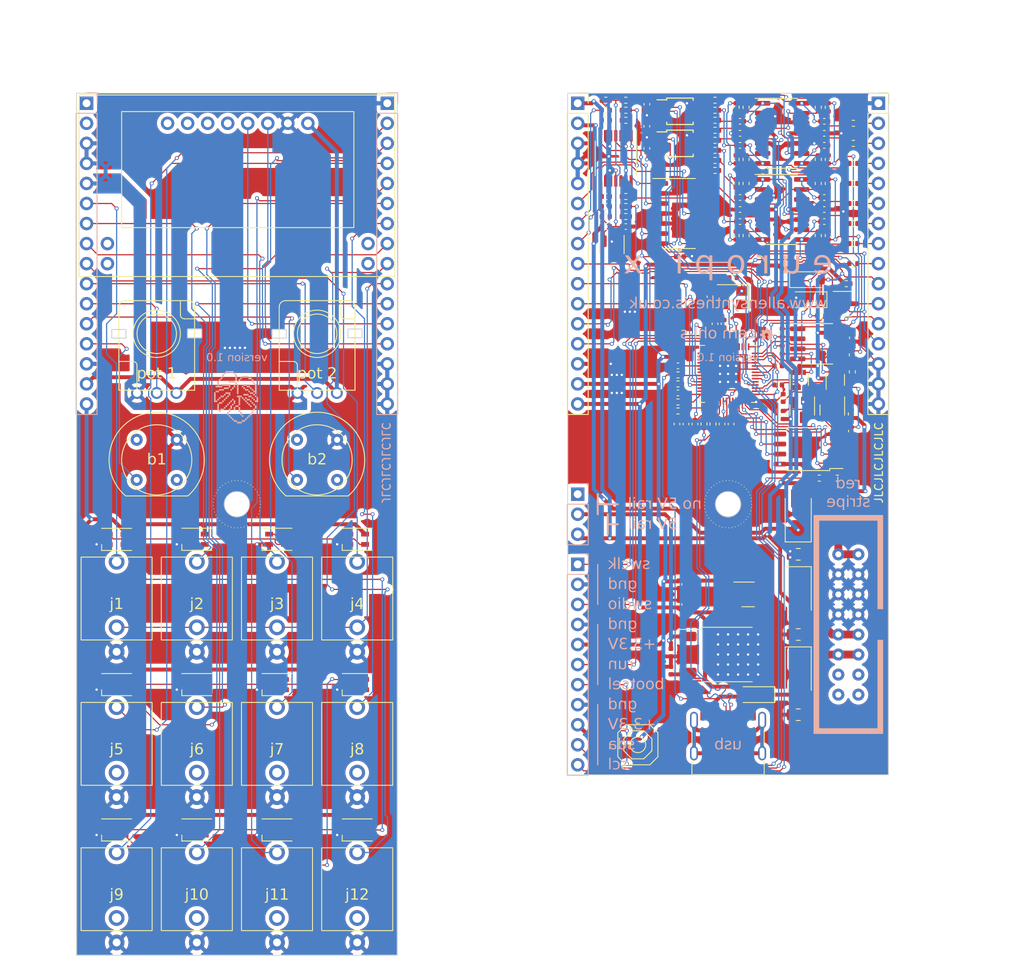
<source format=kicad_pcb>
(kicad_pcb (version 20221018) (generator pcbnew)
  (layers (0 "F.Cu" signal) (31 "B.Cu" signal) (34 "B.Paste" user) (35 "F.Paste" user) (36 "B.SilkS" user "B.Silkscreen") (37 "F.SilkS" user "F.Silkscreen") (38 "B.Mask" user) (39 "F.Mask" user) (44 "Edge.Cuts" user))
  (net 0 "")
  (net 1 "Earth")
  (net 2 "+5V")
  (net 3 "/XTAL_IN")
  (net 4 "/XTAL_OUT")
  (net 5 "+3.3V")
  (net 6 "Net-(U7D--)")
  (net 7 "Net-(U8D--)")
  (net 8 "/ADC_VDD")
  (net 9 "Net-(U7A--)")
  (net 10 "Net-(U8A--)")
  (net 11 "Net-(U7B--)")
  (net 12 "Net-(U8B--)")
  (net 13 "Net-(U7C--)")
  (net 14 "Net-(U8C--)")
  (net 15 "/NEOPIXEL_DATA_5V")
  (net 16 "/USB_DP")
  (net 18 "Net-(C19-Pad2)")
  (net 19 "Net-(C20-Pad2)")
  (net 21 "/DAC_1_RDY")
  (net 22 "/DAC_1_OUTA")
  (net 23 "/DAC_1_OUTB")
  (net 24 "/DAC_1_OUTC")
  (net 25 "/DAC_1_OUTD")
  (net 27 "/DAC_2_RDY")
  (net 28 "/DAC_2_OUTA")
  (net 29 "/DAC_2_OUTB")
  (net 30 "/DAC_2_OUTC")
  (net 31 "/DAC_2_OUTD")
  (net 32 "-12V")
  (net 33 "+12V")
  (net 34 "/USB_DN")
  (net 35 "Net-(C11-Pad2)")
  (net 36 "/NEOPIXEL_DATA_3V3")
  (net 37 "/QSPI_CS")
  (net 38 "/SWCLK")
  (net 39 "Net-(LED1-DOUT)")
  (net 40 "/SWDIO")
  (net 41 "Net-(LED2-DOUT)")
  (net 42 "Net-(LED3-DOUT)")
  (net 43 "Net-(LED4-DOUT)")
  (net 44 "Net-(LED5-DOUT)")
  (net 45 "Net-(LED6-DOUT)")
  (net 46 "/-10VREF")
  (net 47 "/INPUT_DETECT")
  (net 48 "/I2C0_SCL")
  (net 49 "/I2C0_SDA")
  (net 50 "/I2C1_SCL")
  (net 51 "/I2C1_SDA")
  (net 52 "/CV_INPUT_1_FRONT")
  (net 53 "/CV_INPUT_2_FRONT")
  (net 54 "/CV_INPUT_3_FRONT")
  (net 55 "/CV_INPUT_4_FRONT")
  (net 56 "Net-(U9A-+)")
  (net 57 "/CV_INPUT_1")
  (net 58 "Net-(U9B-+)")
  (net 59 "/CV_INPUT_2")
  (net 60 "Net-(U9C-+)")
  (net 61 "/CV_INPUT_3")
  (net 62 "Net-(U9D-+)")
  (net 63 "/CV_INPUT_4")
  (net 64 "Net-(LED8-DOUT)")
  (net 65 "Net-(LED10-DIN)")
  (net 66 "Net-(LED10-DOUT)")
  (net 68 "/I2C0_SDA_FRONT")
  (net 69 "/I2C0_SCL_FRONT")
  (net 70 "/+5V_FRONT")
  (net 71 "/+3.3V_FRONT")
  (net 72 "/CV_OUTPUT_1_FRONT")
  (net 73 "/CV_OUTPUT_5_FRONT")
  (net 74 "/CV_OUTPUT_2_FRONT")
  (net 75 "/CV_OUTPUT_6_FRONT")
  (net 76 "/CV_OUTPUT_3_FRONT")
  (net 77 "/CV_OUTPUT_7_FRONT")
  (net 78 "/CV_OUTPUT_4_FRONT")
  (net 79 "/CV_OUTPUT_8_FRONT")
  (net 80 "/BUTTON_1_FRONT")
  (net 81 "/BUTTON_2_FRONT")
  (net 82 "/KNOB_1_FRONT")
  (net 83 "/KNOB_2_FRONT")
  (net 86 "/NEOPIXEL_DATA_FRONT")
  (net 87 "/GND_FRONT")
  (net 88 "/INPUT_DETECT_FRONT")
  (net 89 "/CV_OUTPUT_1")
  (net 90 "/CV_OUTPUT_2")
  (net 91 "/CV_OUTPUT_3")
  (net 92 "/CV_OUTPUT_4")
  (net 93 "/CV_OUTPUT_5")
  (net 94 "/CV_OUTPUT_6")
  (net 95 "/CV_OUTPUT_7")
  (net 96 "/CV_OUTPUT_8")
  (net 97 "/BUTTON_1")
  (net 98 "/BUTTON_2")
  (net 99 "/KNOB_1")
  (net 100 "/KNOB_2")
  (net 103 "+1V1")
  (net 104 "/QSPI_SD3")
  (net 105 "Net-(C12-Pad2)")
  (net 106 "/QSPI_SCLK")
  (net 107 "/QSPI_SD0")
  (net 108 "Net-(C29-Pad2)")
  (net 109 "/QSPI_SD2")
  (net 110 "Net-(C32-Pad2)")
  (net 111 "Net-(D1-A)")
  (net 112 "Net-(D2-K)")
  (net 117 "Net-(LED2-DIN)")
  (net 118 "Net-(LED11-DIN)")
  (net 119 "Net-(U4-USB_DP)")
  (net 120 "Net-(U4-USB_DM)")
  (net 121 "/QSPI_SD1")
  (net 133 "/+5V_EURO")
  (net 136 "/BOOTSEL")
  (net 137 "/RUN")
  (net 138 "/ADC_INPUT_1")
  (net 139 "/ADC_INPUT_3")
  (net 140 "/ADC_INPUT_4")
  (net 141 "/ADC_INPUT_2")
  (net 142 "Net-(C30-Pad2)")
  (net 143 "Net-(C33-Pad2)")
  (net 152 "/VBUS")
  (net 153 "/USB_DETECT")
  (net 155 "unconnected-(P1-SHIELD-PadS1)")
  (net 156 "/5VREG_INPUT")
  (net 157 "/ADC_ADVDD")
  (net 158 "/ADC_VREF")
  (net 159 "/USB_VDD")
  (net 163 "/DAC_1_OUTPUT_MODE")
  (net 164 "/DAC_2_OUTPUT_MODE")
  (net 165 "/DAC_1_OFFSET")
  (net 166 "/DAC_2_OFFSET")
  (net 167 "/+4.096VREF")
  (net 168 "/+2.048VREF")
  (net 169 "Net-(U1A--)")
  (net 170 "/DAC_1_OFFSET_INVERTED")
  (net 171 "Net-(U1B-+)")
  (net 172 "/DAC_2_OFFSET_INVERTED")
  (net 175 "/AGND_FRONT")
  (footprint "Package_TO_SOT_SMD:TO-252-2" (layer "F.Cu") (at 82.51 71.114)
    (fp_text reference "U11" hide)
    (fp_text value "L7805")
  )
  (footprint "LED_SMD:LED_SK6805_PLCC4_2.4x2.7mm_P1.3mm" (layer "F.Cu") (at 5.08 93.345)
    (fp_text reference "LED2" hide)
    (fp_text value "SK6805")
  )
  (footprint "Resistor_SMD:R_0402_1005Metric" (layer "F.Cu") (at 80.899 4.699 180)
    (fp_text reference "R13" hide)
    (fp_text value "100K")
  )
  (footprint "Package_TO_SOT_SMD:SOT-363_SC-70-6" (layer "F.Cu") (at 96.139 36.322 90)
    (fp_text reference "SW5" hide)
    (fp_text value "~")
  )
  (footprint "Capacitor_SMD:C_0402_1005Metric" (layer "F.Cu") (at 89.535 38.608 90)
    (fp_text reference "C3" hide)
    (fp_text value "1u")
  )
  (footprint "LED_SMD:LED_SK6805_PLCC4_2.4x2.7mm_P1.3mm" (layer "F.Cu") (at 5.08 74.93)
    (fp_text reference "LED1" hide)
    (fp_text value "SK6805")
  )
  (footprint "Diode_SMD:D_SMA" (layer "F.Cu") (at 91.44 53.34 90)
    (fp_text reference "D2" hide)
    (fp_text value "type=\"D\" model=\"DIODE\" lib=\"\"")
  )
  (footprint "Package_SO:SOIC-14_3.9x8.7mm_P1.27mm" (layer "F.Cu") (at 89.408 14.732)
    (fp_text reference "U8" hide)
    (fp_text value "TL074")
  )
  (footprint "Resistor_SMD:R_0402_1005Metric" (layer "F.Cu") (at 76.2 36.83)
    (fp_text reference "R59" hide)
    (fp_text value "10K")
  )
  (footprint "Eurorack:Thonkiconn Mono Jack" (layer "F.Cu") (at 35.56 101.6 90)
    (fp_text reference "J17" hide)
    (fp_text value "Thonkiconn_Mono_Jack")
  )
  (footprint "Diode_SMD:D_SOD-123" (layer "F.Cu") (at 92.71 23.622)
    (fp_text reference "D3" hide)
    (fp_text value "D")
  )
  (footprint "Resistor_SMD:R_0402_1005Metric" (layer "F.Cu") (at 79.502 41.91 90)
    (fp_text reference "R5" hide)
    (fp_text value "27R4")
  )
  (footprint "Resistor_SMD:R_0402_1005Metric" (layer "F.Cu") (at 95.25 1.778 90)
    (fp_text reference "R12" hide)
    (fp_text value "100K")
  )
  (footprint "Diode_SMD:D_SOD-123" (layer "F.Cu") (at 86.106 76.2 180)
    (fp_text reference "D6" hide)
    (fp_text value "D")
  )
  (footprint "Resistor_SMD:R_0402_1005Metric" (layer "F.Cu") (at 84.836 11.43 -90)
    (fp_text reference "R32" hide)
    (fp_text value "270K")
  )
  (footprint "Capacitor_SMD:C_0402_1005Metric" (layer "F.Cu") (at 78.359 41.91 -90)
    (fp_text reference "C13" hide)
    (fp_text value "2u2")
  )
  (footprint "Resistor_SMD:R_0402_1005Metric" (layer "F.Cu") (at 83.566 11.43 90)
    (fp_text reference "R29" hide)
    (fp_text value "100K")
  )
  (footprint "Resistor_SMD:R_0402_1005Metric" (layer "F.Cu") (at 83.566 8.382 -90)
    (fp_text reference "R41" hide)
    (fp_text value "100K")
  )
  (footprint "Package_SO:MSOP-10_3x3mm_P0.5mm" (layer "F.Cu") (at 76.454 6.35)
    (fp_text reference "DAC2" hide)
    (fp_text value "MCP4728")
  )
  (footprint "Resistor_SMD:R_0402_1005Metric" (layer "F.Cu") (at 76.2 35.687 180)
    (fp_text reference "R58" hide)
    (fp_text value "5K6")
  )
  (footprint "Resistor_SMD:R_0402_1005Metric" (layer "F.Cu") (at 96.393 48.768 180)
    (fp_text reference "R11" hide)
    (fp_text value "1K")
  )
  (footprint "Package_TO_SOT_SMD:SOT-23-3" (layer "F.Cu") (at 85.09 63.5)
    (fp_text reference "U5" hide)
    (fp_text value "~")
  )
  (footprint "Resistor_SMD:R_0402_1005Metric" (layer "F.Cu") (at 98.425 19.05 180)
    (fp_text reference "R48" hide)
    (fp_text value "1K")
  )
  (footprint "Capacitor_SMD:C_0402_1005Metric" (layer "F.Cu") (at 82.931 41.91 -90)
    (fp_text reference "C16" hide)
    (fp_text value "100n")
  )
  (footprint "Resistor_SMD:R_0402_1005Metric" (layer "F.Cu") (at 98.425 6.35 180)
    (fp_text reference "R33" hide)
    (fp_text value "1K")
  )
  (footprint "Eurorack:Thonkiconn Mono Jack" (layer "F.Cu") (at 25.4 101.6 90)
    (fp_text reference "J16" hide)
    (fp_text value "Thonkiconn_Mono_Jack")
  )
  (footprint "Package_SO:TSSOP-14_4.4x5mm_P0.65mm" (layer "F.Cu") (at 68.326 8.255 -90)
    (fp_text reference "U9" hide)
    (fp_text value "MCP6004")
  )
  (footprint "Connector_USB:USB_C_Receptacle_G-Switch_GT-USB-7010ASV" (layer "F.Cu") (at 82.55 82.55)
    (fp_text reference "P1" hide)
    (fp_text value "USB_C_Plug_USB2.0")
  )
  (footprint "Resistor_SMD:R_0402_1005Metric" (layer "F.Cu") (at 95.25 8.382 -90)
    (fp_text reference "R49" hide)
    (fp_text value "100K")
  )
  (footprint "Capacitor_SMD:C_0402_1005Metric" (layer "F.Cu") (at 94.742 14.732 180)
    (fp_text reference "C22" hide)
    (fp_text value "100n")
  )
  (footprint "Capacitor_SMD:C_0402_1005Metric" (layer "F.Cu") (at 72.263 6.985 -90)
    (fp_text reference "C27" hide)
    (fp_text value "100n")
  )
  (footprint "Eurorack:Thonkiconn Mono Jack" (layer "F.Cu") (at 25.4 83.185 90)
    (fp_text reference "J12" hide)
    (fp_text value "Thonkiconn_Mono_Jack")
  )
  (footprint "Resistor_SMD:R_0402_1005Metric" (layer "F.Cu") (at 93.98 11.43 -90)
    (fp_text reference "R17" hide)
    (fp_text value "270K")
  )
  (footprint "LED_SMD:LED_SK6805_PLCC4_2.4x2.7mm_P1.3mm" (layer "F.Cu") (at 25.4 56.515)
    (fp_text reference "LED10" hide)
    (fp_text value "SK6805")
  )
  (footprint "LED_SMD:LED_SK6805_PLCC4_2.4x2.7mm_P1.3mm" (layer "F.Cu") (at 15.24 74.93)
    (fp_text reference "LED3" hide)
    (fp_text value "SK6805")
  )
  (footprint "Resistor_SMD:R_0402_1005Metric" (layer "F.Cu") (at 80.899 8.509 180)
    (fp_text reference "R30" hide)
    (fp_text value "100K")
  )
  (footprint "Eurorack:Thonkiconn Mono Jack" (layer "F.Cu") (at 25.4 64.77 90)
    (fp_text reference "J4" hide)
    (fp_text value "Thonkiconn_Mono_Jack")
  )
  (footprint "Resistor_SMD:R_0402_1005Metric" (layer "F.Cu") (at 98.425 3.81 180)
    (fp_text reference "R18" hide)
    (fp_text value "1K")
  )
  (footprint "LED_SMD:LED_SK6805_PLCC4_2.4x2.7mm_P1.3mm" (layer "F.Cu") (at 5.08 56.53)
    (fp_text reference "LED9" hide)
    (fp_text value "SK6805")
  )
  (footprint "Capacitor_SMD:C_0402_1005Metric" (layer "F.Cu") (at 81.788 41.91 -90)
    (fp_text reference "C40" hide)
    (fp_text value "100n")
  )
  (footprint "Package_SO:SOIC-8_3.9x4.9mm_P1.27mm" (layer "F.Cu") (at 93.853 31.75)
    (fp_text reference "U1" hide)
    (fp_text value "MCP6002-xSN")
  )
  (footprint "Eurorack:Thonkiconn Mono Jack" (layer "F.Cu") (at 5.08 64.77 90)
    (fp_text reference "J3" hide)
    (fp_text value "Thonkiconn_Mono_Jack")
  )
  (footprint "Package_TO_SOT_SMD:SOT-23" (layer "F.Cu") (at 97.536 26.67)
    (fp_text reference "Q1" hide)
    (fp_text value "BSS138")
  )
  (footprint "Resistor_SMD:R_0402_1005Metric" (layer "F.Cu") (at 67.056 0.889 180)
    (fp_text reference "R37" hide)
    (fp_text value "100K")
  )
  (footprint "Capacitor_SMD:C_0402_1005Metric" (layer "F.Cu") (at 94.742 6.604 180)
    (fp_text reference "C32" hide)
    (fp_text value "100p")
  )
  (footprint "Capacitor_SMD:C_0402_1005Metric" (layer "F.Cu") (at 98.298 30.988 -90)
    (fp_text reference "C18" hide)
    (fp_text value "100n")
  )
  (footprint "Resistor_SMD:R_0402_1005Metric" (layer "F.Cu") (at 67.056 2.159)
    (fp_text reference "R38" hide)
    (fp_text value "100K")
  )
  (footprint "Capacitor_SMD:C_0402_1005Metric" (layer "F.Cu") (at 75.311 73.152 90)
    (fp_text reference "C36" hide)
    (fp_text value "100n")
  )
  (footprint "Resistor_SMD:R_0402_1005Metric" (layer "F.Cu") (at 89.535 40.767 -90)
    (fp_text reference "R1" hide)
    (fp_text value "2K2")
  )
  (footprint "Resistor_SMD:R_0402_1005Metric" (layer "F.Cu") (at 69.596 13.081)
    (fp_text reference "R39" hide)
    (fp_text value "15K")
  )
  (footprint "Package_SO:SOIC-8_5.23x5.23mm_P1.27mm" (layer "F.Cu") (at 92.71 45.085 180)
    (fp_text reference "U6" hide)
    (fp_text value "~")
  )
  (footprint "Diode_SMD:D_SMA" (layer "F.Cu") (at 91.44 73.66 -90)
    (fp_text reference "D5" hide)
    (fp_text value "type=\"D\" model=\"DIODE\" lib=\"\"")
  )
  (footprint "Resistor_SMD:R_0402_1005Metric" (layer "F.Cu") (at 69.596 3.429)
    (fp_text reference "R25" hide)
    (fp_text value "15K")
  )
  (footprint "Resistor_SMD:R_0402_1005Metric" (layer "F.Cu") (at 83.566 18.034 -90)
    (fp_text reference "R43" hide)
    (fp_text value "100K")
  )
  (footprint "Capacitor_SMD:C_0402_1005Metric" (layer "F.Cu") (at 75.311 70.866 -90)
    (fp_text reference "C35" hide)
    (fp_text value "100n")
  )
  (footprint "Capacitor_SMD:C_0402_1005Metric" (layer "F.Cu") (at 94.742 5.08 180)
    (fp_text reference "C24" hide)
    (fp_text value "100n")
  )
  (footprint "Capacitor_SMD:C_0402_1005Metric" (layer "F.Cu") (at 94.742 13.208 180)
    (fp_text reference "C12" hide)
    (fp_text value "100p")
  )
  (footprint "Resistor_SMD:R_0402_1005Metric" (layer "F.Cu") (at 89.408 30.353 -90)
    (fp_text reference "R9" hide)
    (fp_text value "270K")
  )
  (footprint "Capacitor_SMD:C_0402_1005Metric" (layer "F.Cu") (at 84.074 16.256)
    (fp_text reference "C30" hide)
    (fp_text value "100p")
  )
  (footprint "LED_SMD:LED_SK6805_PLCC4_2.4x2.7mm_P1.3mm" (layer "F.Cu") (at 25.4 74.93)
    (fp_text reference "LED5" hide)
    (fp_text value "SK6805")
  )
  (footprint "Capacitor_SMD:C_0402_1005Metric" (layer "F.Cu") (at 80.899 29.21 90)
    (fp_text reference "C41" hide)
    (fp_text value "100n")
  )
  (footprint "Eurorack:TS-1187A-B-A-B" (layer "F.Cu") (at 71.12 82.55)
    (fp_text reference "SW3" hide)
    (fp_text value "~")
  )
  (footprint "Capacitor_SMD:C_0402_1005Metric" (layer "F.Cu") (at 84.074 14.732 180)
    (fp_text reference "C21" hide)
    (fp_text value "100n")
  )
  (footprint "Eurorack:Thonkiconn Mono Jack" (layer "F.Cu") (at 15.24 101.6 90)
    (fp_text reference "J15" hide)
    (fp_text value "Thonkiconn_Mono_Jack")
  )
  (footprint "Resistor_SMD:R_0402_1005Metric" (layer "F.Cu") (at 98.425 11.43 180)
    (fp_text reference "R56" hide)
    (fp_text value "1K")
  )
  (footprint "Resistor_SMD:R_0402_1005Metric" (layer "F.Cu") (at 93.98 8.382 90)
    (fp_text reference "R53" hide)
    (fp_text value "270K")
  )
  (footprint "Capacitor_SMD:C_0402_1005Metric" (layer "F.Cu") (at 76.336 64.77 90)
    (fp_text reference "C7" hide)
    (fp_text value "1u")
  )
  (footprint "Eurorack:Switch Tactile Momentary C&K" (layer "F.Cu") (at 7.62 48.990752)
    (fp_text reference "SW1" hide)
    (fp_text value "B1")
  )
  (footprint "Resistor_SMD:R_0402_1005Metric" (layer "F.Cu") (at 69.596 15.621 180)
    (fp_text reference "R35" hide)
    (fp_text value "100K")
  )
  (footprint "Resistor_SMD:R_0402_1005Metric" (layer "F.Cu") (at 89.408 32.512 -90)
    (fp_text reference "R8" hide)
    (fp_text value "270K")
  )
  (footprint "LED_SMD:LED_SK6805_PLCC4_2.4x2.7mm_P1.3mm" (layer "F.Cu") (at 35.56 93.345)
    (fp_text reference "LED8" hide)
    (fp_text value "SK6805")
  )
  (footprint "Capacitor_SMD:C_0402_1005Metric" (layer "F.Cu") (at 72.263 1.397 -90)
    (fp_text reference "C37" hide)
    (fp_text value "100n")
  )
  (footprint "Capacitor_SMD:C_0402_1005Metric" (layer "F.Cu") (at 72.263 4.191 -90)
    (fp_text reference "C38" hide)
    (fp_text value "100n")
  )
  (footprint "LED_SMD:LED_SK6805_PLCC4_2.4x2.7mm_P1.3mm" (layer "F.Cu") (at 15.24 93.345)
    (fp_text reference "LED4" hide)
    (fp_text value "SK6805")
  )
  (footprint "Capacitor_SMD:C_0402_1005Metric" (layer "F.Cu") (at 88.9 36.957)
    (fp_text reference "C14" hide)
    (fp_text value "100n")
  )
  (footprint "Package_TO_SOT_SMD:SOT-363_SC-70-6" (layer "F.Cu") (at 91.567 36.322 90)
    (fp_text reference "SW4" hide)
    (fp_text value "~")
  )
  (footprint "Resistor_SMD:R_0402_1005Metric" (layer "F.Cu") (at 93.98 1.778 -90)
    (fp_text reference "R16" hide)
    (fp_text value "270K")
  )
  (footprint "Resistor_SMD:R_0402_1005Metric" (layer "F.Cu") (at 98.425 13.97 180)
    (fp_text reference "R19" hide)
    (fp_text value "1K")
  )
  (footprint "Resistor_SMD:R_0402_1005Metric" (layer "F.Cu") (at 80.899 9.779 180)
    (fp_text reference "R15" hide)
    (fp_text value "100K")
  )
  (footprint "Capacitor_SMD:C_0402_1005Metric" (layer "F.Cu") (at 76.2 34.544 180)
    (fp_text reference "C5" hide)
    (fp_text value "100n")
  )
  (footprint "Eurorack:Thonkiconn Mono Jack" (layer "F.Cu") (at 35.56 83.185 90)
    (fp_text reference "J13" hide)
    (fp_text value "Thonkiconn_Mono_Jack")
  )
  (footprint "Package_TO_SOT_SMD:SOT-23" (layer "F.Cu") (at 95.758 40.132 -90)
    (fp_text reference "U2" hide)
    (fp_text value "LM4040DBZ-2.0")
  )
  (footprint "Resistor_SMD:R_0402_1005Metric" (layer "F.Cu") (at 98.298 33.147 -90)
    (fp_text reference "R61" hide)
    (fp_text value "270K")
  )
  (footprint "Resistor_SMD:R_0402_1005Metric" (layer "F.Cu") (at 76.2 39.116)
    (fp_text reference "R60" hide)
    (fp_text value "200R")
  )
  (footprint "Eurorack:Thonkiconn Mono Jack" (layer "F.Cu") (at 15.24 83.185 90)
    (fp_text reference "J7" hide)
    (fp_text value "Thonkiconn_Mono_Jack")
  )
  (footprint "Capacitor_SMD:C_0402_1005Metric" (layer "F.Cu") (at 98.171 42.799 -90)
    (fp_text reference "C2" hide)
    (fp_text value "1u")
  )
  (footprint "Capacitor_SMD:C_0402_1005Metric" (layer "F.Cu") (at 84.074 5.08 180)
    (fp_text reference "C23" hide)
    (fp_text value "100n")
  )
  (footprint "Capacitor_SMD:C_0805_2012Metric" (layer "F.Cu") (at 91.44 68.58 180)
    (fp_text reference "C25" hide)
    (fp_text value "10u")
  )
  (footprint "Resistor_SMD:R_0402_1005Metric" (layer "F.Cu") (at 93.98 18.032 90)
    (fp_text reference "R54" hide)
    (fp_text value "270K")
  )
  (footprint "Package_TO_SOT_SMD:SOT-23" (layer "F.Cu") (at 67.818 19.685 -90)
    (fp_text reference "U3" hide)
    (fp_text value "LM4040DBZ-10")
  )
  (footprint "Resistor_SMD:R_0402_1005Metric" (layer "F.Cu") (at 69.596 0.889)
    (fp_text reference "R20" hide)
    (fp_text value "100K")
  )
  (footprint "Resistor_SMD:R_0402_1005Metric" (layer "F.Cu") (at 98.171 40.64 -90)
    (fp_text reference "R2" hide)
    (fp_text value "2K2")
  )
  (footprint "Resistor_SMD:R_0402_1005Metric" (layer "F.Cu") (at 67.056 13.081 180)
    (fp_text reference "R26" hide)
    (fp_text value "15K")
  )
  (footprint "Capacitor_SMD:C_0402_1005Metric" (layer "F.Cu") (at 80.264 25.781 -90)
    (fp_text reference "C9" hide)
    (fp_text value "10p")
  )
  (footprint "Capacitor_SMD:C_0402_1005Metric" (layer "F.Cu") (at 83.185 23.368)
    (fp_text reference "C8" hide)
    (fp_text value "10p")
  )
  (footprint "Package_SO:SOIC-14_3.9x8.7mm_P1.27mm" (layer "F.Cu") (at 89.408 5.08)
    (fp_text reference "U7" hide)
    (fp_text value "TL074")
  )
  (footprint "Package_TO_SOT_SMD:SOT-23" (layer "F.Cu") (at 91.948 40.132 -90)
    (fp_text reference "U12" hide)
    (fp_text value "LM4040DBZ-4.1")
  )
  (footprint "Resistor_SMD:R_0402_1005Metric" (layer "F.Cu") (at 80.899 7.239 180)
    (fp_text reference "R44" hide)
    (fp_text value "100K")
  )
  (footprint "Capacitor_SMD:C_0805_2012Metric" (layer "F.Cu") (at 91.44 78.74 180)
    (fp_text reference "C28" hide)
    (fp_text value "10u")
  )
  (footprint "LED_SMD:LED_SK6805_PLCC4_2.4x2.7mm_P1.3mm" (layer "F.Cu") (at 35.56 74.93)
    (fp_text reference "LED7" hide)
    (fp_text value "SK6805")
  )
  (footprint "Connector_PinSocket_2.54mm:PinSocket_1x16_P2.54mm_Vertical" (layer "F.Cu") (at 101.6 1.27)
    (fp_text reference "J8" hide)
    (fp_text value "Conn_01x16_Pin")
  )
  (footprint "Eurorack:Potentiometer 9mm Vertical Linear Centred" (layer "F.Cu") (at 30.48 30.48)
    (fp_text reference "P3" hide)
    (fp_text value "Potentiometer_9mm_Vertical_Linear")
    (fp_rect (start -5.7 0.55) (end -3.9 -0.55) (stroke (width 0.12)) (fill none) (layer "Edge.Cuts"))
    (fp_rect (start 3.9 0.5) (end 5.7 -0.6) (stroke (width 0.12)) (fill none) (layer "Edge.Cuts"))
  )
  (footprint "Resistor_SMD:R_0402_1005Metric" (layer "F.Cu") (at 94.107 48.768)
    (fp_text reference "R10" hide)
    (fp_text value "10K")
  )
  (footprint "Resistor_SMD:R_0402_1005Metric" (layer "F.Cu") (at 98.425 21.59 180)
    (fp_text reference "R57" hide)
    (fp_text value "1K")
  )
  (footprint "Diode_SMD:D_SMA" (layer "F.Cu") (at 91.44 63.5 -90)
    (fp_text reference "D1" hide)
    (fp_text value "type=\"D\" model=\"DIODE\" lib=\"\"")
  )
  (footprint "Package_SO:MSOP-10_3x3mm_P0.5mm" (layer "F.Cu") (at 76.454 2.286)
    (fp_text reference "DAC1" hide)
    (fp_text value "MCP4728")
  )
  (footprint "Eurorack:Potentiometer 9mm Vertical Linear Centred" (layer "F.Cu") (at 10.16 30.48)
    (fp_text reference "P2" hide)
    (fp_text value "Potentiometer_9mm_Vertical_Linear")
    (fp_rect (start -5.7 0.55) (end -3.9 -0.55) (stroke (width 0.12)) (fill none) (layer "Edge.Cuts"))
    (fp_rect (start 3.9 0.5) (end 5.7 -0.6) (stroke (width 0.12)) (fill none) (layer "Edge.Cuts"))
  )
  (footprint "Eurorack:Enoki OLED SSD1306 128x64" (layer "F.Cu") (at 11.536 3.81)
    (fp_text reference "OLED1" hide)
    (fp_text value "~")
  )
  (footprint "Resistor_SMD:R_0402_1005Metric" (layer "F.Cu") (at 98.425 8.89 180)
    (fp_text reference "R47" hide)
    (fp_text value "1K")
  )
  (footprint "Capacitor_SMD:C_0402_1005Metric" (layer "F.Cu") (at 76.073 41.91 -90)
    (fp_text reference "C17" hide)
    (fp_text value "2u2")
  )
  (footprint "Resistor_SMD:R_0402_1005Metric" (layer "F.Cu") (at 84.836 18.034 90)
    (fp_text reference "R46" hide)
    (fp_text value "270K")
  )
  (footprint "Eurorack:Thonkiconn Mono Jack" (layer "F.Cu") (at 5.08 83.185 90)
    (fp_text reference "J6" hide)
    (fp_text value "Thonkiconn_Mono_Jack")
  )
  (footprint "Capacitor_SMD:C_0402_1005Metric" (layer "F.Cu") (at 77.216 41.91 -90)
    (fp_text reference "C15" hide)
    (fp_text value "2u2")
  )
  (footprint "Resistor_SMD:R_0402_1005Metric" (layer "F.Cu") (at 80.645 41.91 90)
    (fp_text reference "R4" hide)
    (fp_text value "27R4")
  )
  (footprint "Resistor_SMD:R_0402_1005Metric" (layer "F.Cu") (at 67.056 3.429 180)
    (fp_text reference "R40" hide)
    (fp_text value "15K")
  )
  (footprint "LED_SMD:LED_SK6805_PLCC4_2.4x2.7mm_P1.3mm" (layer "F.Cu") (at 15.24 56.515)
    (fp_text reference "LED11" hide)
    (fp_text value "SK6805")
  )
  (footprint "Resistor_SMD:R_0402_1005Metric" (layer "F.Cu") (at 95.25 11.43 90)
    (fp_text reference "R14" hide)
    (fp_text value "100K")
  )
  (footprint "Resistor_SMD:R_0402_1005Metric" (layer "F.Cu") (at 80.899 3.429 180)
    (fp_text reference "R28" hide)
    (fp_text value "100K")
  )
  (footprint "Capacitor_SMD:C_0402_1005Metric" (layer "F.Cu") (at 84.074 3.556)
    (fp_text reference "C19" hide)
    (fp_text value "100p")
  )
  (footprint "Capacitor_SMD:C_0402_1005Metric" (layer "F.Cu") (at 82.042 29.21 90)
    (fp_text reference "C6" hide)
    (fp_text value "100n")
  )
  (footprint "Resistor_SMD:R_0402_1005Metric" (layer "F.Cu") (at 76.2 40.259)
    (fp_text reference "R24" hide)
    (fp_text value "1R")
  )
  (footprint "Resistor_SMD:R_0402_1005Metric" (layer "F.Cu") (at 69.596 2.159 180)
    (fp_text reference "R21" hide)
    (fp_text value "100K")
  )
  (footprint "Resistor_SMD:R_0402_1005Metric" (layer "F.Cu") (at 83.566 1.778 90)
    (fp_text reference "R27" hide)
    (fp_text value "100K")
  )
  (footprint "Eurorack:Thonkiconn Mono Jack" (layer "F.Cu") (at 35.56 64.77 90)
    (fp_text reference "J9" hide)
    (fp_text value "Thonkiconn_Mono_Jack")
  )
  (footprint "LED_SMD:LED_SK6805_PLCC4_2.4x2.7mm_P1.3mm" (layer "F.Cu") (at 25.4 93.345)
    (fp_text reference "LED6" hide)
    (fp_text value "SK6805")
  )
  (footprint "Resistor_SMD:R_0402_1005Metric" (layer "F.Cu") (at 67.056 15.621)
    (fp_text reference "R22" hide)
    (fp_text value "100K")
  )
  (footprint "Resistor_SMD:R_0402_1005Metric" (layer "F.Cu") (at 80.899 2.159 180)
    (fp_text reference "R42" hide)
    (fp_text value "100K")
  )
  (footprint "Capacitor_SMD:C_0402_1005Metric" (layer "F.Cu") (at 69.596 16.891)
    (fp_text reference "C4" hide)
    (fp_text value "1u")
  )
  (footprint "Resistor_SMD:R_0402_1005Metric" (layer "F.Cu") (at 95.25 18.034 -90)
    (fp_text reference "R51" hide)
    (fp_text value "100K")
  )
  (footprint "Resistor_SMD:R_0402_1005Metric" (layer "F.Cu") (at 84.836 8.382 90)
    (fp_text reference "R45" hide)
    (fp_text value "270K")
  )
  (footprint "Capacitor_SMD:C_0402_1005Metric" (layer "F.Cu") (at 88.9 34.544)
    (fp_text reference "C39" hide)
    (fp_text value "100n")
  )
  (footprint "Resistor_SMD:R_0402_1005Metric" (layer "F.Cu") (at 94.361 28.194 180)
    (fp_text reference "R6" hide)
    (fp_text value "10K")
  )
  (footprint "Eurorack:Thonkiconn Mono Jack" (layer "F.Cu") (at 5.08 101.6 90)
    (fp_text reference "J14" hide)
    (fp_text value "Thonkiconn_Mono_Jack")
  )
  (footprint "Resistor_SMD:R_0402_1005Metric" (layer "F.Cu") (at 98.425 16.51 180)
    (fp_text reference "R34" hide)
    (fp_text value "1K")
  )
  (footprint "Resistor_SMD:R_0402_1005Metric" (layer "F.Cu") (at 69.596 14.351 180)
    (fp_text reference "R36" hide)
    (fp_text value "100K")
  )
  (footprint "Eurorack:Switch Tactile Momentary C&K" (layer "F.Cu") (at 27.94 48.990752)
    (fp_text reference "SW2" hide)
    (fp_text value "B2")
  )
  (footprint "Package_SO:SOIC-14_3.9x8.7mm_P1.27mm" (layer "F.Cu") (at 76.454 15.24)
    (fp_text reference "U10" hide)
    (fp_text value "MCP3428")
  )
  (footprint "Resistor_SMD:R_0402_1005Metric" (layer "F.Cu") (at 67.056 16.891 180)
    (fp_text reference "R3" hide)
    (fp_text value "2K2")
  )
  (footprint "Resistor_SMD:R_0402_1005Metric" (layer "F.Cu") (at 84.836 1.778 -90)
    (fp_text reference "R31" hide)
    (fp_text value "270K")
  )
  (footprint "Capacitor_SMD:C_0402_1005Metric" (layer "F.Cu") (at 84.074 13.208)
    (fp_text reference "C20" hide)
    (fp_text value "100p")
  )
  (footprint "Capacitor_SMD:C_0402_1005Metric" (layer "F.Cu") (at 76.336 62.23 -90)
    (fp_text reference "C10" hide)
    (fp_text value "1u")
  )
  (footprint "Capacitor_SMD:C_0402_1005Metric" (layer "F.Cu") (at 94.742 3.556 180)
    (fp_text reference "C11" hide)
    (fp_text value "100p")
  )
  (footprint "Capacitor_SMD:C_0402_1005Metric" (layer "F.Cu") (at 76.2 37.973 180)
    (fp_text reference "C1" hide)
    (fp_text value "100n")
  )
  (footprint "Crystal:Crystal_SMD_3225-4Pin_3.2x2.5mm" (layer "F.Cu") (at 83.185 25.908 180)
    (fp_text reference "Y1" hide)
    (fp_text value "Crystal_GND2")
  )
  (footprint "Resistor_SMD:R_0402_1005Metric" (layer "F.Cu") (at 80.899 0.889 180)
    (fp_text reference "R50" hide)
    (fp_text value "100K")
  )
  (footprint "Capacitor_SMD:C_0402_1005Metric" (layer "F.Cu") (at 94.742 16.256 180)
    (fp_text reference "C33" hide)
    (fp_text value "100p")
  )
  (footprint "Capacitor_SMD:C_0402_1005Metric" (layer "F.Cu") (at 76.454 20.701)
    (fp_text reference "C31" hide)
    (fp_text value "100n")
  )
  (footprint "Capacitor_SMD:C_0402_1005Metric" (layer "F.Cu") (at 84.074 6.604)
    (fp_text reference "C29" hide)
    (fp_text value "100p")
  )
  (footprint "Capacitor_SMD:C_0805_2012Metric" (layer "F.Cu") (at 91.44 58.42)
    (fp_text reference "C26" hide)
    (fp_text value "10u")
  )
  (footprint "Resistor_SMD:R_0402_1005Metric" (layer "F.Cu") (at 67.056 14.351)
    (fp_text reference "R23" hide)
    (fp_text value "100K")
  )
  (footprint "Eurorack:Thonkiconn Mono Jack" (layer "F.Cu") (at 15.24 64.77 90)
    (fp_text reference "J10" hide)
    (fp_text value "Thonkiconn_Mono_Jack")
  )
  (footprint "Connector_PinSocket_2.54mm:PinSocket_1x16_P2.54mm_Vertical" (layer "F.Cu") (at 63.5 1.27)
    (fp_text reference "J5" hide)
    (fp_text value "Conn_01x16_Pin")
  )
  (footprint "Resistor_SMD:R_0402_1005Metric" (layer "F.Cu") (at 98.298 35.306 -90)
    (fp_text reference "R55" hide)
    (fp_text value "270K")
  )
  (footprint "Package_DFN_QFN:QFN-56-1EP_7x7mm_P0.4mm_EP3.2x3.2mm" (layer "F.Cu") (at 82.55 35.56 180)
    (fp_text reference "U4" hide)
    (fp_text value "RP2040")
  )
  (footprint "Resistor_SMD:R_0402_1005Metric" (layer "F.Cu") (at 80.899 5.969 180)
    (fp_text reference "R52" hide)
    (fp_text value "100K")
  )
  (footprint "LED_SMD:LED_SK6805_PLCC4_2.4x2.7mm_P1.3mm" (layer "F.Cu") (at 35.56 56.515)
    (fp_text reference "LED12" hide)
    (fp_text value "SK6805")
  )
  (footprint "Diode_SMD:D_SOD-123" (layer "F.Cu") (at 92.71 26.162 180)
    (fp_text reference "D4" hide)
    (fp_text value "D")
  )
  (footprint "Resistor_SMD:R_0402_1005Metric" (layer "F.Cu") (at 97.536 24.13 180)
    (fp_text reference "R7" hide)
    (fp_text value "10K")
  )
  (footprint "Connector_PinHeader_2.54mm:PinHeader_1x03_P2.54mm_Vertical" (layer "B.Cu") (at 63.5 50.8 180)
    (fp_text reference "J18" hide)
    (fp_text value "Conn_01x03_Pin")
  )
  (footprint "NetTie:NetTie-2_SMD_Pad0.5mm" (layer "B.Cu") (at 3.683 9.906 90)
    (fp_text reference "NT1" hide)
    (fp_text value "NetTie_2")
  )
  (footprint "Connector_PinHeader_2.54mm:PinHeader_1x16_P2.54mm_Vertical" (layer "B.Cu") (at 39.37 1.27 180)
    (fp_text reference "J2" hide)
    (fp_text value "Conn_01x16_Pin")
  )
  (footprint "Eurorack:Eurorack Power Header 16 Pin Unlabeled" (layer "B.Cu") (at 97.79 67.31 90)
    (fp_text reference "J11" hide)
    (fp_text value "Conn_02x08_Odd_Even")
  )
  (footprint "Connector_PinHeader_2.54mm:PinHeader_1x11_P2.54mm_Vertical" (layer "B.Cu") (at 63.5 59.69 180)
    (fp_text reference "J22" hide)
    (fp_text value "Conn_01x11_Pin")
  )
  (footprint "Connector_PinHeader_2.54mm:PinHeader_1x16_P2.54mm_Vertical" (layer "B.Cu") (at 1.27 1.27 180)
    (fp_text reference "J1" hide)
    (fp_text value "Conn_01x16_Pin")
  )
  (gr_poly (pts (xy 21.355844 37.684604) (xy 21.563542 37.684604) (xy 21.563542 37.476906) (xy 21.355844 37.476906)) (fill solid) (layer "B.SilkS"))
  (gr_poly (pts (xy 18.454687 38.514073) (xy 18.662385 38.514073) (xy 18.662385 38.306375) (xy 18.454687 38.306375)) (fill solid) (layer "B.SilkS"))
  (gr_poly (pts (xy 17.418844 38.514073) (xy 17.626542 38.514073) (xy 17.626542 38.306375) (xy 17.418844 38.306375)) (fill solid) (layer "B.SilkS"))
  (gr_poly (pts (xy 22.39301 36.856458) (xy 22.600708 36.856458) (xy 22.600708 36.64876) (xy 22.39301 36.64876)) (fill solid) (layer "B.SilkS"))
  (gr_poly (pts (xy 22.599385 37.892302) (xy 22.807083 37.892302) (xy 22.807083 37.684604) (xy 22.599385 37.684604)) (fill solid) (layer "B.SilkS"))
  (gr_poly (pts (xy 22.185312 37.684604) (xy 22.39301 37.684604) (xy 22.39301 37.476906) (xy 22.185312 37.476906)) (fill solid) (layer "B.SilkS"))
  (gr_poly (pts (xy 20.112302 36.234688) (xy 20.32 36.234688) (xy 20.32 36.02699) (xy 20.112302 36.02699)) (fill solid) (layer "B.SilkS"))
  (gr_poly (pts (xy 21.977614 39.757615) (xy 22.185312 39.757615) (xy 22.185312 39.549917) (xy 21.977614 39.549917)) (fill solid) (layer "B.SilkS"))
  (gr_poly (pts (xy 17.832916 38.928146) (xy 18.040615 38.928146) (xy 18.040615 38.720448) (xy 17.832916 38.720448)) (fill solid) (layer "B.SilkS"))
  (gr_poly (pts (xy 22.599385 38.514073) (xy 22.807083 38.514073) (xy 22.807083 38.306375) (xy 22.599385 38.306375)) (fill solid) (layer "B.SilkS"))
  (gr_poly (pts (xy 17.418844 38.928146) (xy 17.626542 38.928146) (xy 17.626542 38.720448) (xy 17.418844 38.720448)) (fill solid) (layer "B.SilkS"))
  (gr_poly (pts (xy 18.454687 39.135844) (xy 18.662385 39.135844) (xy 18.662385 38.928146) (xy 18.454687 38.928146)) (fill solid) (layer "B.SilkS"))
  (gr_poly (pts (xy 20.941771 38.721771) (xy 21.149469 38.721771) (xy 21.149469 38.514073) (xy 20.941771 38.514073)) (fill solid) (layer "B.SilkS"))
  (gr_poly (pts (xy 21.977614 38.514073) (xy 22.185312 38.514073) (xy 22.185312 38.306375) (xy 21.977614 38.306375)) (fill solid) (layer "B.SilkS"))
  (gr_poly (pts (xy 20.112302 35.819292) (xy 20.32 35.819292) (xy 20.32 35.611594) (xy 20.112302 35.611594)) (fill solid) (layer "B.SilkS"))
  (gr_poly (pts (xy 19.076458 35.405219) (xy 19.284156 35.405219) (xy 19.284156 35.197521) (xy 19.076458 35.197521)) (fill solid) (layer "B.SilkS"))
  (gr_poly (pts (xy 18.040615 37.684604) (xy 18.248313 37.684604) (xy 18.248313 37.476906) (xy 18.040615 37.476906)) (fill solid) (layer "B.SilkS"))
  (gr_poly (pts (xy 20.32 37.062833) (xy 20.527698 37.062833) (xy 20.527698 36.855136) (xy 20.32 36.855136)) (fill solid) (layer "B.SilkS"))
  (gr_poly (pts (xy 20.527698 40.379386) (xy 20.735396 40.379386) (xy 20.735396 40.171687) (xy 20.527698 40.171687)) (fill solid) (layer "B.SilkS"))
  (gr_poly (pts (xy 19.076458 37.478229) (xy 19.284156 37.478229) (xy 19.284156 37.270531) (xy 19.076458 37.270531)) (fill solid) (layer "B.SilkS"))
  (gr_poly (pts (xy 21.563542 41.208854) (xy 21.771239 41.208854) (xy 21.771239 41.001156) (xy 21.563542 41.001156)) (fill solid) (layer "B.SilkS"))
  (gr_poly (pts (xy 21.563542 38.306375) (xy 21.771239 38.306375) (xy 21.771239 38.098677) (xy 21.563542 38.098677)) (fill solid) (layer "B.SilkS"))
  (gr_poly (pts (xy 18.040615 38.721771) (xy 18.248313 38.721771) (xy 18.248313 38.514073) (xy 18.040615 38.514073)) (fill solid) (layer "B.SilkS"))
  (gr_poly (pts (xy 17.832916 37.062833) (xy 18.040615 37.062833) (xy 18.040615 36.855136) (xy 17.832916 36.855136)) (fill solid) (layer "B.SilkS"))
  (gr_poly (pts (xy 19.284156 40.379386) (xy 19.491854 40.379386) (xy 19.491854 40.171687) (xy 19.284156 40.171687)) (fill solid) (layer "B.SilkS"))
  (gr_poly (pts (xy 20.527698 39.135844) (xy 20.735396 39.135844) (xy 20.735396 38.928146) (xy 20.527698 38.928146)) (fill solid) (layer "B.SilkS"))
  (gr_poly (pts (xy 18.246989 36.234688) (xy 18.454687 36.234688) (xy 18.454687 36.02699) (xy 18.246989 36.02699)) (fill solid) (layer "B.SilkS"))
  (gr_poly (pts (xy 22.39301 37.892302) (xy 22.600708 37.892302) (xy 22.600708 37.684604) (xy 22.39301 37.684604)) (fill solid) (layer "B.SilkS"))
  (gr_poly (pts (xy 19.284156 36.64876) (xy 19.491854 36.64876) (xy 19.491854 36.441063) (xy 19.284156 36.441063)) (fill solid) (layer "B.SilkS"))
  (gr_poly (pts (xy 18.662385 39.965313) (xy 18.870083 39.965313) (xy 18.870083 39.757615) (xy 18.662385 39.757615)) (fill solid) (layer "B.SilkS"))
  (gr_line (start 68.58 54.61) (end 67.31 54.61) (stroke (width 0.25)) (layer "B.SilkS"))
  (gr_poly (pts (xy 18.454687 36.02699) (xy 18.662385 36.02699) (xy 18.662385 35.819292) (xy 18.454687 35.819292)) (fill solid) (layer "B.SilkS"))
  (gr_poly (pts (xy 21.355844 37.062833) (xy 21.563542 37.062833) (xy 21.563542 36.855136) (xy 21.355844 36.855136)) (fill solid) (layer "B.SilkS"))
  (gr_poly (pts (xy 19.284156 40.171687) (xy 19.491854 40.171687) (xy 19.491854 39.963989) (xy 19.284156 39.963989)) (fill solid) (layer "B.SilkS"))
  (gr_poly (pts (xy 17.832916 39.965313) (xy 18.040615 39.965313) (xy 18.040615 39.757615) (xy 17.832916 39.757615)) (fill solid) (layer "B.SilkS"))
  (gr_poly (pts (xy 19.490531 39.965313) (xy 19.698229 39.965313) (xy 19.698229 39.757615) (xy 19.490531 39.757615)) (fill solid) (layer "B.SilkS"))
  (gr_poly (pts (xy 18.246989 40.171687) (xy 18.454687 40.171687) (xy 18.454687 39.963989) (xy 18.246989 39.963989)) (fill solid) (layer "B.SilkS"))
  (gr_poly (pts (xy 17.418844 39.135844) (xy 17.626542 39.135844) (xy 17.626542 38.928146) (xy 17.418844 38.928146)) (fill solid) (layer "B.SilkS"))
  (gr_poly (pts (xy 20.527698 38.928146) (xy 20.735396 38.928146) (xy 20.735396 38.720448) (xy 20.527698 38.720448)) (fill solid) (layer "B.SilkS"))
  (gr_poly (pts (xy 19.076458 38.1) (xy 19.284156 38.1) (xy 19.284156 37.892302) (xy 19.076458 37.892302)) (fill solid) (layer "B.SilkS"))
  (gr_poly (pts (xy 17.418844 38.1) (xy 17.626542 38.1) (xy 17.626542 37.892302) (xy 17.418844 37.892302)) (fill solid) (layer "B.SilkS"))
  (gr_poly (pts (xy 19.284156 39.343542) (xy 19.491854 39.343542) (xy 19.491854 39.135844) (xy 19.284156 39.135844)) (fill solid) (layer "B.SilkS"))
  (gr_poly (pts (xy 17.832916 37.270531) (xy 18.040615 37.270531) (xy 18.040615 37.062833) (xy 17.832916 37.062833)) (fill solid) (layer "B.SilkS"))
  (gr_poly (pts (xy 21.771239 37.270531) (xy 21.978937 37.270531) (xy 21.978937 37.062833) (xy 21.771239 37.062833)) (fill solid) (layer "B.SilkS"))
  (gr_poly (pts (xy 22.185312 36.441063) (xy 22.39301 36.441063) (xy 22.39301 36.233365) (xy 22.185312 36.233365)) (fill solid) (layer "B.SilkS"))
  (gr_poly (pts (xy 19.284156 37.062833) (xy 19.491854 37.062833) (xy 19.491854 36.855136) (xy 19.284156 36.855136)) (fill solid) (layer "B.SilkS"))
  (gr_poly (pts (xy 19.905927 39.343542) (xy 20.113625 39.343542) (xy 20.113625 39.135844) (xy 19.905927 39.135844)) (fill solid) (layer "B.SilkS"))
  (gr_poly (pts (xy 22.185312 39.343542) (xy 22.39301 39.343542) (xy 22.39301 39.135844) (xy 22.185312 39.135844)) (fill solid) (layer "B.SilkS"))
  (gr_poly (pts (xy 20.527698 36.441063) (xy 20.735396 36.441063) (xy 20.735396 36.233365) (xy 20.527698 36.233365)) (fill solid) (layer "B.SilkS"))
  (gr_poly (pts (xy 21.771239 38.928146) (xy 21.978937 38.928146) (xy 21.978937 38.720448) (xy 21.771239 38.720448)) (fill solid) (layer "B.SilkS"))
  (gr_poly (pts (xy 19.076458 39.549917) (xy 19.284156 39.549917) (xy 19.284156 39.342219) (xy 19.076458 39.342219)) (fill solid) (layer "B.SilkS"))
  (gr_poly (pts (xy 22.599385 37.478229) (xy 22.807083 37.478229) (xy 22.807083 37.270531) (xy 22.599385 37.270531)) (fill solid) (layer "B.SilkS"))
  (gr_poly (pts (xy 18.454687 37.062833) (xy 18.662385 37.062833) (xy 18.662385 36.855136) (xy 18.454687 36.855136)) (fill solid) (layer "B.SilkS"))
  (gr_poly (pts (xy 19.284156 38.306375) (xy 19.491854 38.306375) (xy 19.491854 38.098677) (xy 19.284156 38.098677)) (fill solid) (layer "B.SilkS"))
  (gr_poly (pts (xy 20.32 37.892302) (xy 20.527698 37.892302) (xy 20.527698 37.684604) (xy 20.32 37.684604)) (fill solid) (layer "B.SilkS"))
  (gr_poly (pts (xy 20.112302 36.856458) (xy 20.32 36.856458) (xy 20.32 36.64876) (xy 20.112302 36.64876)) (fill solid) (layer "B.SilkS"))
  (gr_poly (pts (xy 20.527698 40.171687) (xy 20.735396 40.171687) (xy 20.735396 39.963989) (xy 20.527698 39.963989)) (fill solid) (layer "B.SilkS"))
  (gr_poly (pts (xy 17.832916 39.757615) (xy 18.040615 39.757615) (xy 18.040615 39.549917) (xy 17.832916 39.549917)) (fill solid) (layer "B.SilkS"))
  (gr_poly (pts (xy 19.905927 37.062833) (xy 20.113625 37.062833) (xy 20.113625 36.855136) (xy 19.905927 36.855136)) (fill solid) (layer "B.SilkS"))
  (gr_poly (pts (xy 17.832916 37.892302) (xy 18.040615 37.892302) (xy 18.040615 37.684604) (xy 17.832916 37.684604)) (fill solid) (layer "B.SilkS"))
  (gr_poly (pts (xy 19.284156 35.405219) (xy 19.491854 35.405219) (xy 19.491854 35.197521) (xy 19.284156 35.197521)) (fill solid) (layer "B.SilkS"))
  (gr_poly (pts (xy 17.625218 37.270531) (xy 17.832916 37.270531) (xy 17.832916 37.062833) (xy 17.625218 37.062833)) (fill solid) (layer "B.SilkS"))
  (gr_poly (pts (xy 17.625218 37.892302) (xy 17.832916 37.892302) (xy 17.832916 37.684604) (xy 17.625218 37.684604)) (fill solid) (layer "B.SilkS"))
  (gr_poly (pts (xy 18.454687 35.819292) (xy 18.662385 35.819292) (xy 18.662385 35.611594) (xy 18.454687 35.611594)) (fill solid) (layer "B.SilkS"))
  (gr_poly (pts (xy 21.355844 39.135844) (xy 21.563542 39.135844) (xy 21.563542 38.928146) (xy 21.355844 38.928146)) (fill solid) (layer "B.SilkS"))
  (gr_poly (pts (xy 18.86876 35.405219) (xy 19.076458 35.405219) (xy 19.076458 35.197521) (xy 18.86876 35.197521)) (fill solid) (layer "B.SilkS"))
  (gr_poly (pts (xy 18.246989 39.343542) (xy 18.454687 39.343542) (xy 18.454687 39.135844) (xy 18.246989 39.135844)) (fill solid) (layer "B.SilkS"))
  (gr_poly (pts (xy 18.86876 37.062833) (xy 19.076458 37.062833) (xy 19.076458 36.855136) (xy 18.86876 36.855136)) (fill solid) (layer "B.SilkS"))
  (gr_poly (pts (xy 20.527698 38.721771) (xy 20.735396 38.721771) (xy 20.735396 38.514073) (xy 20.527698 38.514073)) (fill solid) (layer "B.SilkS"))
  (gr_poly (pts (xy 21.977614 37.478229) (xy 22.185312 37.478229) (xy 22.185312 37.270531) (xy 21.977614 37.270531)) (fill solid) (layer "B.SilkS"))
  (gr_poly (pts (xy 19.905927 39.135844) (xy 20.113625 39.135844) (xy 20.113625 38.928146) (xy 19.905927 38.928146)) (fill solid) (layer "B.SilkS"))
  (gr_poly (pts (xy 22.599385 37.684604) (xy 22.807083 37.684604) (xy 22.807083 37.476906) (xy 22.599385 37.476906)) (fill solid) (layer "B.SilkS"))
  (gr_poly (pts (xy 18.662385 38.306375) (xy 18.870083 38.306375) (xy 18.870083 38.098677) (xy 18.662385 38.098677)) (fill solid) (layer "B.SilkS"))
  (gr_poly (pts (xy 20.527698 39.343542) (xy 20.735396 39.343542) (xy 20.735396 39.135844) (xy 20.527698 39.135844)) (fill solid) (layer "B.SilkS"))
  (gr_line (start 68.58 52.07) (end 66.04 52.07) (stroke (width 0.25)) (layer "B.SilkS"))
  (gr_poly (pts (xy 20.32 37.270531) (xy 20.527698 37.270531) (xy 20.527698 37.062833) (xy 20.32 37.062833)) (fill solid) (layer "B.SilkS"))
  (gr_poly (pts (xy 18.662385 37.478229) (xy 18.870083 37.478229) (xy 18.870083 37.270531) (xy 18.662385 37.270531)) (fill solid) (layer "B.SilkS"))
  (gr_line (start 66.04 59.69) (end 66.04 64.77) (stroke (width 0.15)) (layer "B.SilkS"))
  (gr_poly (pts (xy 22.185312 40.587084) (xy 22.39301 40.587084) (xy 22.39301 40.379386) (xy 22.185312 40.379386)) (fill solid) (layer "B.SilkS"))
  (gr_poly (pts (xy 21.771239 36.234688) (xy 21.978937 36.234688) (xy 21.978937 36.02699) (xy 21.771239 36.02699)) (fill solid) (layer "B.SilkS"))
  (gr_poly (pts (xy 18.040615 40.379386) (xy 18.248313 40.379386) (xy 18.248313 40.171687) (xy 18.040615 40.171687)) (fill solid) (layer "B.SilkS"))
  (gr_poly (pts (xy 19.490531 35.405219) (xy 19.698229 35.405219) (xy 19.698229 35.197521) (xy 19.490531 35.197521)) (fill solid) (layer "B.SilkS"))
  (gr_poly (pts (xy 17.418844 38.306375) (xy 17.626542 38.306375) (xy 17.626542 38.098677) (xy 17.418844 38.098677)) (fill solid) (layer "B.SilkS"))
  (gr_poly (pts (xy 21.771239 37.892302) (xy 21.978937 37.892302) (xy 21.978937 37.684604) (xy 21.771239 37.684604)) (fill solid) (layer "B.SilkS"))
  (gr_poly (pts (xy 20.32 36.64876) (xy 20.527698 36.64876) (xy 20.527698 36.441063) (xy 20.32 36.441063)) (fill solid) (layer "B.SilkS"))
  (gr_poly (pts (xy 18.246989 37.270531) (xy 18.454687 37.270531) (xy 18.454687 37.062833) (xy 18.246989 37.062833)) (fill solid) (layer "B.SilkS"))
  (gr_poly (pts (xy 17.832916 36.64876) (xy 18.040615 36.64876) (xy 18.040615 36.441063) (xy 17.832916 36.441063)) (fill solid) (layer "B.SilkS"))
  (gr_poly (pts (xy 20.527698 41.830625) (xy 20.735396 41.830625) (xy 20.735396 41.622927) (xy 20.527698 41.622927)) (fill solid) (layer "B.SilkS"))
  (gr_poly (pts (xy 21.149469 41.622927) (xy 21.357166 41.622927) (xy 21.357166 41.415229) (xy 21.149469 41.415229)) (fill solid) (layer "B.SilkS"))
  (gr_poly (pts (xy 22.599385 39.135844) (xy 22.807083 39.135844) (xy 22.807083 38.928146) (xy 22.599385 38.928146)) (fill solid) (layer "B.SilkS"))
  (gr_poly (pts (xy 19.076458 40.793458) (xy 19.284156 40.793458) (xy 19.284156 40.58576) (xy 19.076458 40.58576)) (fill solid) (layer "B.SilkS"))
  (gr_poly (pts (xy 86.925549 31.271239) (xy 86.762551 31.111804) (xy 86.8786 30.929977) (xy 86.814937 30.772561) (xy 86.601155 30.724171) (xy 86.597331 30.507252) (xy 86.820034 30.457092) (xy 86.889742 30.296143) (xy 86.767593 30.107402) (xy 86.931534 29.952717) (xy 87.114096 30.075981) (xy 87.268834 30.01409) (xy 87.31859 29.788288) (xy 87.540427 29.793167) (xy 87.583733 30.012894) (xy 87.737343 30.076087) (xy 87.929342 29.951181) (xy 88.085856 30.111234) (xy 87.966551 30.287648) (xy 88.027405 30.449044) (xy 88.250577 30.504424) (xy 88.246973 30.724321) (xy 88.037162 30.7677) (xy 87.970519 30.927939) (xy 88.08429 31.107855) (xy 87.930493 31.272252) (xy 87.75458 31.158803) (xy 87.671023 31.200191) (xy 87.519688 30.829539) (xy 87.581855 30.784053) (xy 87.625237 30.728344) (xy 87.650016 30.66062) (xy 87.652419 30.586461) (xy 87.633927 30.521088) (xy 87.598117 30.465186) (xy 87.533818 30.413352) (xy 87.470508 30.390225) (xy 87.40648 30.386288) (xy 87.355751 30.395903) (xy 87.295511 30.42489) (xy 87.250191 30.465186) (xy 87.219231 30.511029) (xy 87.197635 30.575041) (xy 87.195184 30.638467) (xy 87.208216 30.695706) (xy 87.234396 30.746418) (xy 87.266453 30.784053) (xy 87.2998 30.8102) (xy 87.332368 30.835452) (xy 87.182718 31.199653) (xy 87.088939 31.159733)) (stroke (width 0.02)) (fill solid) (layer "B.SilkS"))
  (gr_poly (pts (xy 21.149469 38.306375) (xy 21.357166 38.306375) (xy 21.357166 38.098677) (xy 21.149469 38.098677)) (fill solid) (layer "B.SilkS"))
  (gr_poly (pts (xy 21.563542 37.270531) (xy 21.771239 37.270531) (xy 21.771239 37.062833) (xy 21.563542 37.062833)) (fill solid) (layer "B.SilkS"))
  (gr_poly (pts (xy 19.490531 36.64876) (xy 19.698229 36.64876) (xy 19.698229 36.441063) (xy 19.490531 36.441063)) (fill solid) (layer "B.SilkS"))
  (gr_poly (pts (xy 17.832916 39.549917) (xy 18.040615 39.549917) (xy 18.040615 39.342219) (xy 17.832916 39.342219)) (fill solid) (layer "B.SilkS"))
  (gr_poly (pts (xy 20.941771 36.02699) (xy 21.149469 36.02699) (xy 21.149469 35.819292) (xy 20.941771 35.819292)) (fill solid) (layer "B.SilkS"))
  (gr_poly (pts (xy 20.32 37.684604) (xy 20.527698 37.684604) (xy 20.527698 37.476906) (xy 20.32 37.476906)) (fill solid) (layer "B.SilkS"))
  (gr_poly (pts (xy 19.490531 41.208854) (xy 19.698229 41.208854) (xy 19.698229 41.001156) (xy 19.490531 41.001156)) (fill solid) (layer "B.SilkS"))
  (gr_poly (pts (xy 18.040615 39.343542) (xy 18.248313 39.343542) (xy 18.248313 39.135844) (xy 18.040615 39.135844)) (fill solid) (layer "B.SilkS"))
  (gr_line (start 67.31 53.34) (end 67.31 55.88) (stroke (width 0.25)) (layer "B.SilkS"))
  (gr_poly (pts (xy 22.599385 38.1) (xy 22.807083 38.1) (xy 22.807083 37.892302) (xy 22.599385 37.892302)) (fill solid) (layer "B.SilkS"))
  (gr_poly (pts (xy 20.527698 38.514073) (xy 20.735396 38.514073) (xy 20.735396 38.306375) (xy 20.527698 38.306375)) (fill solid) (layer "B.SilkS"))
  (gr_poly (pts (xy 20.112302 39.757615) (xy 20.32 39.757615) (xy 20.32 39.549917) (xy 20.112302 39.549917)) (fill solid) (layer "B.SilkS"))
  (gr_poly (pts (xy 21.355844 38.306375) (xy 21.563542 38.306375) (xy 21.563542 38.098677) (xy 21.355844 38.098677)) (fill solid) (layer "B.SilkS"))
  (gr_poly (pts (xy 22.39301 38.928146) (xy 22.600708 38.928146) (xy 22.600708 38.720448) (xy 22.39301 38.720448)) (fill solid) (layer "B.SilkS"))
  (gr_poly (pts (xy 21.771239 41.001156) (xy 21.978937 41.001156) (xy 21.978937 40.793458) (xy 21.771239 40.793458)) (fill solid) (layer "B.SilkS"))
  (gr_poly (pts (xy 18.86876 39.757615) (xy 19.076458 39.757615) (xy 19.076458 39.549917) (xy 18.86876 39.549917)) (fill solid) (layer "B.SilkS"))
  (gr_poly (pts (xy 19.698229 41.415229) (xy 19.905927 41.415229) (xy 19.905927 41.207531) (xy 19.698229 41.207531)) (fill solid) (layer "B.SilkS"))
  (gr_poly (pts (xy 19.698229 37.478229) (xy 19.905927 37.478229) (xy 19.905927 37.270531) (xy 19.698229 37.270531)) (fill solid) (layer "B.SilkS"))
  (gr_poly (pts (xy 22.39301 40.171687) (xy 22.600708 40.171687) (xy 22.600708 39.963989) (xy 22.39301 39.963989)) (fill solid) (layer "B.SilkS"))
  (gr_poly (pts (xy 22.807083 39.135844) (xy 23.014781 39.135844) (xy 23.014781 38.928146) (xy 22.807083 38.928146)) (fill solid) (layer "B.SilkS"))
  (gr_poly (pts (xy 18.86876 38.1) (xy 19.076458 38.1) (xy 19.076458 37.892302) (xy 18.86876 37.892302)) (fill solid) (layer "B.SilkS"))
  (gr_poly (pts (xy 19.076458 40.587084) (xy 19.284156 40.587084) (xy 19.284156 40.379386) (xy 19.076458 40.379386)) (fill solid) (layer "B.SilkS"))
  (gr_poly (pts (xy 21.977614 38.1) (xy 22.185312 38.1) (xy 22.185312 37.892302) (xy 21.977614 37.892302)) (fill solid) (layer "B.SilkS"))
  (gr_poly (pts (xy 19.698229 39.549917) (xy 19.905927 39.549917) (xy 19.905927 39.342219) (xy 19.698229 39.342219)) (fill solid) (layer "B.SilkS"))
  (gr_poly (pts (xy 19.076458 38.514073) (xy 19.284156 38.514073) (xy 19.284156 38.306375) (xy 19.076458 38.306375)) (fill solid) (layer "B.SilkS"))
  (gr_poly (pts (xy 20.32 38.514073) (xy 20.527698 38.514073) (xy 20.527698 38.306375) (xy 20.32 38.306375)) (fill solid) (layer "B.SilkS"))
  (gr_poly (pts (xy 17.832916 36.856458) (xy 18.040615 36.856458) (xy 18.040615 36.64876) (xy 17.832916 36.64876)) (fill solid) (layer "B.SilkS"))
  (gr_poly (pts (xy 18.040615 36.441063) (xy 18.248313 36.441063) (xy 18.248313 36.233365) (xy 18.040615 36.233365)) (fill solid) (layer "B.SilkS"))
  (gr_poly (pts (xy 18.662385 35.612917) (xy 18.870083 35.612917) (xy 18.870083 35.405219) (xy 18.662385 35.405219)) (fill solid) (layer "B.SilkS"))
  (gr_poly (pts (xy 18.662385 37.062833) (xy 18.870083 37.062833) (xy 18.870083 36.855136) (xy 18.662385 36.855136)) (fill solid) (layer "B.SilkS"))
  (gr_poly (pts (xy 22.599385 37.062833) (xy 22.807083 37.062833) (xy 22.807083 36.855136) (xy 22.599385 36.855136)) (fill solid) (layer "B.SilkS"))
  (gr_poly (pts (xy 19.284156 41.001156) (xy 19.491854 41.001156) (xy 19.491854 40.793458) (xy 19.284156 40.793458)) (fill solid) (layer "B.SilkS"))
  (gr_poly (pts (xy 20.527698 39.549917) (xy 20.735396 39.549917) (xy 20.735396 39.342219) (xy 20.527698 39.342219)) (fill solid) (layer "B.SilkS"))
  (gr_line (start 66.04 50.8) (end 66.04 53.34) (stroke (width 0.25)) (layer "B.SilkS"))
  (gr_poly (pts (xy 20.941771 41.622927) (xy 21.149469 41.622927) (xy 21.149469 41.415229) (xy 20.941771 41.415229)) (fill solid) (layer "B.SilkS"))
  (gr_poly (pts (xy 21.977614 40.793458) (xy 22.185312 40.793458) (xy 22.185312 40.58576) (xy 21.977614 40.58576)) (fill solid) (layer "B.SilkS"))
  (gr_poly (pts (xy 20.32 38.1) (xy 20.527698 38.1) (xy 20.527698 37.892302) (xy 20.32 37.892302)) (fill solid) (layer "B.SilkS"))
  (gr_poly (pts (xy 20.734073 41.830625) (xy 20.941771 41.830625) (xy 20.941771 41.622927) (xy 20.734073 41.622927)) (fill solid) (layer "B.SilkS"))
  (gr_poly (pts (xy 22.599385 39.965313) (xy 22.807083 39.965313) (xy 22.807083 39.757615) (xy 22.599385 39.757615)) (fill solid) (layer "B.SilkS"))
  (gr_poly (pts (xy 19.490531 39.757615) (xy 19.698229 39.757615) (xy 19.698229 39.549917) (xy 19.490531 39.549917)) (fill solid) (layer "B.SilkS"))
  (gr_poly (pts (xy 18.86876 37.478229) (xy 19.076458 37.478229) (xy 19.076458 37.270531) (xy 18.86876 37.270531)) (fill solid) (layer "B.SilkS"))
  (gr_poly (pts (xy 19.905927 41.622927) (xy 20.113625 41.622927) (xy 20.113625 41.415229) (xy 19.905927 41.415229)) (fill solid) (layer "B.SilkS"))
  (gr_poly (pts (xy 22.39301 39.549917) (xy 22.600708 39.549917) (xy 22.600708 39.342219) (xy 22.39301 39.342219)) (fill solid) (layer "B.SilkS"))
  (gr_poly (pts (xy 21.149469 36.02699) (xy 21.357166 36.02699) (xy 21.357166 35.819292) (xy 21.149469 35.819292)) (fill solid) (layer "B.SilkS"))
  (gr_poly (pts (xy 22.599385 39.757615) (xy 22.807083 39.757615) (xy 22.807083 39.549917) (xy 22.599385 39.549917)) (fill solid) (layer "B.SilkS"))
  (gr_poly (pts (xy 22.185312 40.379386) (xy 22.39301 40.379386) (xy 22.39301 40.171687) (xy 22.185312 40.171687)) (fill solid) (layer "B.SilkS"))
  (gr_poly (pts (xy 18.662385 38.928146) (xy 18.870083 38.928146) (xy 18.870083 38.720448) (xy 18.662385 38.720448)) (fill solid) (layer "B.SilkS"))
  (gr_poly (pts (xy 19.905927 39.965313) (xy 20.113625 39.965313) (xy 20.113625 39.757615) (xy 19.905927 39.757615)) (fill solid) (layer "B.SilkS"))
  (gr_poly (pts (xy 18.040615 37.270531) (xy 18.248313 37.270531) (xy 18.248313 37.062833) (xy 18.040615 37.062833)) (fill solid) (layer "B.SilkS"))
  (gr_poly (pts (xy 17.832916 40.171687) (xy 18.040615 40.171687) (xy 18.040615 39.963989) (xy 17.832916 39.963989)) (fill solid) (layer "B.SilkS"))
  (gr_poly (pts (xy 20.32 41.830625) (xy 20.527698 41.830625) (xy 20.527698 41.622927) (xy 20.32 41.622927)) (fill solid) (layer "B.SilkS"))
  (gr_poly (pts (xy 18.454687 40.171687) (xy 18.662385 40.171687) (xy 18.662385 39.963989) (xy 18.454687 39.963989)) (fill solid) (layer "B.SilkS"))
  (gr_poly (pts (xy 19.698229 38.928146) (xy 19.905927 38.928146) (xy 19.905927 38.720448) (xy 19.698229 38.720448)) (fill solid) (layer "B.SilkS"))
  (gr_poly (pts (xy 19.905927 36.64876) (xy 20.113625 36.64876) (xy 20.113625 36.441063) (xy 19.905927 36.441063)) (fill solid) (layer "B.SilkS"))
  (gr_poly (pts (xy 22.185312 38.1) (xy 22.39301 38.1) (xy 22.39301 37.892302) (xy 22.185312 37.892302)) (fill solid) (layer "B.SilkS"))
  (gr_poly (pts (xy 18.454687 37.684604) (xy 18.662385 37.684604) (xy 18.662385 37.476906) (xy 18.454687 37.476906)) (fill solid) (layer "B.SilkS"))
  (gr_poly (pts (xy 19.076458 37.062833) (xy 19.284156 37.062833) (xy 19.284156 36.855136) (xy 19.076458 36.855136)) (fill solid) (layer "B.SilkS"))
  (gr_poly (pts (xy 22.807083 38.928146) (xy 23.014781 38.928146) (xy 23.014781 38.720448) (xy 22.807083 38.720448)) (fill solid) (layer "B.SilkS"))
  (gr_poly (pts (xy 21.149469 38.306375) (xy 21.357166 38.306375) (xy 21.357166 38.098677) (xy 21.149469 38.098677)) (fill solid) (layer "B.SilkS"))
  (gr_poly (pts (xy 22.599385 37.270531) (xy 22.807083 37.270531) (xy 22.807083 37.062833) (xy 22.599385 37.062833)) (fill solid) (layer "B.SilkS"))
  (gr_poly (pts (xy 19.905927 35.612917) (xy 20.113625 35.612917) (xy 20.113625 35.405219) (xy 19.905927 35.405219)) (fill solid) (layer "B.SilkS"))
  (gr_poly (pts (xy 19.490531 39.135844) (xy 19.698229 39.135844) (xy 19.698229 38.928146) (xy 19.490531 38.928146)) (fill solid) (layer "B.SilkS"))
  (gr_poly (pts (xy 21.771239 38.514073) (xy 21.978937 38.514073) (xy 21.978937 38.306375) (xy 21.771239 38.306375)) (fill solid) (layer "B.SilkS"))
  (gr_poly (pts (xy 19.905927 40.171687) (xy 20.113625 40.171687) (xy 20.113625 39.963989) (xy 19.905927 39.963989)) (fill solid) (layer "B.SilkS"))
  (gr_poly (pts (xy 20.734073 36.234688) (xy 20.941771 36.234688) (xy 20.941771 36.02699) (xy 20.734073 36.02699)) (fill solid) (layer "B.SilkS"))
  (gr_poly (pts (xy 20.941771 41.001156) (xy 21.149469 41.001156) (xy 21.149469 40.793458) (xy 20.941771 40.793458)) (fill solid) (layer "B.SilkS"))
  (gr_poly (pts (xy 22.185312 38.721771) (xy 22.39301 38.721771) (xy 22.39301 38.514073) (xy 22.185312 38.514073)) (fill solid) (layer "B.SilkS"))
  (gr_line (start 66.04 67.31) (end 66.04 74.93) (stroke (width 0.15)) (layer "B.SilkS"))
  (gr_poly (pts (xy 21.977614 36.234688) (xy 22.185312 36.234688) (xy 22.185312 36.02699) (xy 21.977614 36.02699)) (fill solid) (layer "B.SilkS"))
  (gr_poly (pts (xy 21.149469 38.928146) (xy 21.357166 38.928146) (xy 21.357166 38.720448) (xy 21.149469 38.720448)) (fill solid) (layer "B.SilkS"))
  (gr_poly (pts (xy 19.490531 37.684604) (xy 19.698229 37.684604) (xy 19.698229 37.476906) (xy 19.490531 37.476906)) (fill solid) (layer "B.SilkS"))
  (gr_poly (pts (xy 21.977614 39.135844) (xy 22.185312 39.135844) (xy 22.185312 38.928146) (xy 21.977614 38.928146)) (fill solid) (layer "B.SilkS"))
  (gr_poly (pts (xy 22.807083 38.721771) (xy 23.014781 38.721771) (xy 23.014781 38.514073) (xy 22.807083 38.514073)) (fill solid) (layer "B.SilkS"))
  (gr_poly (pts (xy 18.86876 38.721771) (xy 19.076458 38.721771) (xy 19.076458 38.514073) (xy 18.86876 38.514073)) (fill solid) (layer "B.SilkS"))
  (gr_poly (pts (xy 21.771239 39.549917) (xy 21.978937 39.549917) (xy 21.978937 39.342219) (xy 21.771239 39.342219)) (fill solid) (layer "B.SilkS"))
  (gr_poly (pts (xy 20.112302 36.441063) (xy 20.32 36.441063) (xy 20.32 36.233365) (xy 20.112302 36.233365)) (fill solid) (layer "B.SilkS"))
  (gr_poly (pts (xy 20.734073 38.514073) (xy 20.941771 38.514073) (xy 20.941771 38.306375) (xy 20.734073 38.306375)) (fill solid) (layer "B.SilkS"))
  (gr_poly (pts (xy 19.905927 37.270531) (xy 20.113625 37.270531) (xy 20.113625 37.062833) (xy 19.905927 37.062833)) (fill solid) (layer "B.SilkS"))
  (gr_poly (pts (xy 20.112302 36.02699) (xy 20.32 36.02699) (xy 20.32 35.819292) (xy 20.112302 35.819292)) (fill solid) (layer "B.SilkS"))
  (gr_poly (pts (xy 20.112302 41.622927) (xy 20.32 41.622927) (xy 20.32 41.415229) (xy 20.112302 41.415229)) (fill solid) (layer "B.SilkS"))
  (gr_poly (pts (xy 17.625218 39.135844) (xy 17.832916 39.135844) (xy 17.832916 38.928146) (xy 17.625218 38.928146)) (fill solid) (layer "B.SilkS"))
  (gr_poly (pts (xy 19.284156 37.270531) (xy 19.491854 37.270531) (xy 19.491854 37.062833) (xy 19.284156 37.062833)) (fill solid) (layer "B.SilkS"))
  (gr_poly (pts (xy 17.418844 38.721771) (xy 17.626542 38.721771) (xy 17.626542 38.514073) (xy 17.418844 38.514073)) (fill solid) (layer "B.SilkS"))
  (gr_poly (pts (xy 21.355844 36.02699) (xy 21.563542 36.02699) (xy 21.563542 35.819292) (xy 21.355844 35.819292)) (fill solid) (layer "B.SilkS"))
  (gr_poly (pts (xy 20.941771 37.270531) (xy 21.149469 37.270531) (xy 21.149469 37.062833) (xy 20.941771 37.062833)) (fill solid) (layer "B.SilkS"))
  (gr_poly (pts (xy 22.39301 38.306375) (xy 22.600708 38.306375) (xy 22.600708 38.098677) (xy 22.39301 38.098677)) (fill solid) (layer "B.SilkS"))
  (gr_poly (pts (xy 19.698229 36.64876) (xy 19.905927 36.64876) (xy 19.905927 36.441063) (xy 19.698229 36.441063)) (fill solid) (layer "B.SilkS"))
  (gr_poly (pts (xy 21.563542 38.928146) (xy 21.771239 38.928146) (xy 21.771239 38.720448) (xy 21.563542 38.720448)) (fill solid) (layer "B.SilkS"))
  (gr_poly (pts (xy 20.734073 40.587084) (xy 20.941771 40.587084) (xy 20.941771 40.379386) (xy 20.734073 40.379386)) (fill solid) (layer "B.SilkS"))
  (gr_poly (pts (xy 21.563542 37.684604) (xy 21.771239 37.684604) (xy 21.771239 37.476906) (xy 21.563542 37.476906)) (fill solid) (layer "B.SilkS"))
  (gr_poly (pts (xy 20.734073 40.793458) (xy 20.941771 40.793458) (xy 20.941771 40.58576) (xy 20.734073 40.58576)) (fill solid) (layer "B.SilkS"))
  (gr_poly (pts (xy 19.284156 38.1) (xy 19.491854 38.1) (xy 19.491854 37.892302) (xy 19.284156 37.892302)) (fill solid) (layer "B.SilkS"))
  (gr_poly (pts (xy 21.563542 36.02699) (xy 21.771239 36.02699) (xy 21.771239 35.819292) (xy 21.563542 35.819292)) (fill solid) (layer "B.SilkS"))
  (gr_poly (pts (xy 21.355844 38.721771) (xy 21.563542 38.721771) (xy 21.563542 38.514073) (xy 21.355844 38.514073)) (fill solid) (layer "B.SilkS"))
  (gr_line (start 66.04 77.47) (end 66.04 85.09) (stroke (width 0.15)) (layer "B.SilkS"))
  (gr_poly (pts (xy 18.246989 38.514073) (xy 18.454687 38.514073) (xy 18.454687 38.306375) (xy 18.246989 38.306375)) (fill solid) (layer "B.SilkS"))
  (gr_poly (pts (xy 20.527698 39.965313) (xy 20.735396 39.965313) (xy 20.735396 39.757615) (xy 20.527698 39.757615)) (fill solid) (layer "B.SilkS"))
  (gr_poly (pts (xy 22.185312 36.64876) (xy 22.39301 36.64876) (xy 22.39301 36.441063) (xy 22.185312 36.441063)) (fill solid) (layer "B.SilkS"))
  (gr_poly (pts (xy 21.149469 37.062833) (xy 21.357166 37.062833) (xy 21.357166 36.855136) (xy 21.149469 36.855136)) (fill solid) (layer "B.SilkS"))
  (gr_poly (pts (xy 20.32 37.478229) (xy 20.527698 37.478229) (xy 20.527698 37.270531) (xy 20.32 37.270531)) (fill solid) (layer "B.SilkS"))
  (gr_poly (pts (xy 18.246989 37.684604) (xy 18.454687 37.684604) (xy 18.454687 37.476906) (xy 18.246989 37.476906)) (fill solid) (layer "B.SilkS"))
  (gr_poly (pts (xy 21.563542 39.343542) (xy 21.771239 39.343542) (xy 21.771239 39.135844) (xy 21.563542 39.135844)) (fill solid) (layer "B.SilkS"))
  (gr_poly (pts (xy 20.32 39.757615) (xy 20.527698 39.757615) (xy 20.527698 39.549917) (xy 20.32 39.549917)) (fill solid) (layer "B.SilkS"))
  (gr_poly (pts (xy 19.698229 35.405219) (xy 19.905927 35.405219) (xy 19.905927 35.197521) (xy 19.698229 35.197521)) (fill solid) (layer "B.SilkS"))
  (gr_poly (pts (xy 21.149469 37.478229) (xy 21.357166 37.478229) (xy 21.357166 37.270531) (xy 21.149469 37.270531)) (fill solid) (layer "B.SilkS"))
  (gr_poly (pts (xy 21.355844 41.415229) (xy 21.563542 41.415229) (xy 21.563542 41.207531) (xy 21.355844 41.207531)) (fill solid) (layer "B.SilkS"))
  (gr_circle (center 82.55 52.07) (end 85.55 52.07) (stroke (width 0.1) (type dot)) (fill none) (layer "F.SilkS"))
  (gr_circle (center 20.32 52.07) (end 23.32 52.07) (stroke (width 0.1) (type dot)) (fill none) (layer "F.SilkS"))
  (gr_line (start 0 109.22) (end 0 0) (stroke (width 0.1)) (layer "Edge.Cuts"))
  (gr_circle (center 82.55 52.07) (end 84.15 52.07) (stroke (width 0.1)) (fill none) (layer "Edge.Cuts"))
  (gr_rect (start 62.23 0) (end 102.87 86.36) (stroke (width 0.1)) (fill none) (layer "Edge.Cuts"))
  (gr_circle (center 20.32 52.07) (end 21.92 52.07) (stroke (width 0.1)) (fill none) (layer "Edge.Cuts"))
  (gr_line (start 0 0) (end 40.64 0) (stroke (width 0.1)) (layer "Edge.Cuts"))
  (gr_line (start 40.64 109.22) (end 0 109.22) (stroke (width 0.1)) (layer "Edge.Cuts"))
  (gr_line (start 40.64 0) (end 40.64 109.22) (stroke (width 0.1)) (layer "Edge.Cuts"))
  (gr_text "run" (at 67.31 72.39) (layer "B.SilkS") (effects (font (size 1.4 1.4)) (justify right mirror)))
  (gr_text "JLCJLCJLCJLC" (at 38.608 52.07 -90) (layer "B.SilkS") (effects (font (size 1 1)) (justify left bottom mirror)))
  (gr_text "version 1.0" (at 20.32 33.528) (layer "B.SilkS") (effects (font (size 1 1) (thickness 0.25)) (justify mirror)))
  (gr_text "sda" (at 67.31 82.55) (layer "B.SilkS") (effects (font (size 1.4 1.4)) (justify right mirror)))
  (gr_text "www.allensynthesis.co.uk" (at 82.55 26.67) (layer "B.SilkS") (effects (font (size 1.4 1.4) (thickness 0.25)) (justify mirror)))
  (gr_text "5V rail" (at 69.85 54.61) (layer "B.SilkS") (effects (font (size 1.4 1.4)) (justify right mirror)))
  (gr_text "no 5V rail" (at 69.85 52.07) (layer "B.SilkS") (effects (font (size 1.4 1.4)) (justify right mirror)))
  (gr_text "bootsel" (at 67.31 74.93) (layer "B.SilkS") (effects (font (size 1.4 1.4)) (justify right mirror)))
  (gr_text "scl" (at 67.31 85.09) (layer "B.SilkS") (effects (font (size 1.4 1.4)) (justify right mirror)))
  (gr_text "version 1.0" (at 82.55 33.528) (layer "B.SilkS") (effects (font (size 1 1) (thickness 0.25)) (justify mirror)))
  (gr_text "red\nstripe" (at 97.79 50.6476) (layer "B.SilkS") (effects (font (size 1.4 1.4) (thickness 0.25)) (justify mirror)))
  (gr_text "swdio" (at 67.31 64.77) (layer "B.SilkS") (effects (font (size 1.4 1.4)) (justify right mirror)))
  (gr_text "swclk" (at 67.31 59.69) (layer "B.SilkS") (effects (font (size 1.4 1.4)) (justify right mirror)))
  (gr_text "e u r o p i   x" (at 82.55 21.59) (layer "B.SilkS") (effects (font (size 3 3) (thickness 0.25)) (justify mirror)))
  (gr_text "gnd" (at 67.31 67.31) (layer "B.SilkS") (effects (font (size 1.4 1.4)) (justify right mirror)))
  (gr_text "usb" (at 82.55 82.55) (layer "B.SilkS") (effects (font (size 1.4 1.4) (thickness 0.25)) (justify mirror)))
  (gr_text "gnd" (at 67.31 62.23) (layer "B.SilkS") (effects (font (size 1.4 1.4)) (justify right mirror)))
  (gr_text "cern ohl-s" (at 81.28 30.48) (layer "B.SilkS") (effects (font (size 1.4 1.4) (thickness 0.25)) (justify mirror)))
  (gr_text "+3.3V" (at 67.31 80.01) (layer "B.SilkS") (effects (font (size 1.4 1.4)) (justify right mirror)))
  (gr_text "gnd" (at 67.31 77.47) (layer "B.SilkS") (effects (font (size 1.4 1.4)) (justify right mirror)))
  (gr_text "+3.3V" (at 67.31 69.85) (layer "B.SilkS") (effects (font (size 1.4 1.4)) (justify right mirror)))
  (gr_text "JLCJLCJLCJLC" (at 102.235 52.07 90) (layer "F.SilkS") (effects (font (size 1 1)) (justify left bottom)))
  (gr_text "j2" (at 15.24 64.77) (layer "F.SilkS") (effects (font (size 1.4 1.4) (thickness 0.25))))
  (gr_text "j3" (at 25.4 64.77) (layer "F.SilkS") (effects (font (size 1.4 1.4) (thickness 0.25))))
  (gr_text "b2" (at 30.48 46.450752) (layer "F.SilkS") (effects (font (size 1.4 1.4) (thickness 0.25))))
  (gr_text "j9" (at 5.08 101.6) (layer "F.SilkS") (effects (font (size 1.4 1.4) (thickness 0.25))))
  (gr_text "j5" (at 5.08 83.185) (layer "F.SilkS") (effects (font (size 1.4 1.4) (thickness 0.25))))
  (gr_text "pot 1" (at 10.16 35.56) (layer "F.SilkS") (effects (font (size 1.4 1.4) (thickness 0.25))))
  (gr_text "b1" (at 10.16 46.450752) (layer "F.SilkS") (effects (font (size 1.4 1.4) (thickness 0.25))))
  (gr_text "j1" (at 5.08 64.77) (layer "F.SilkS") (effects (font (size 1.4 1.4) (thickness 0.25))))
  (gr_text "j11" (at 25.4 101.6) (layer "F.SilkS") (effects (font (size 1.4 1.4) (thickness 0.25))))
  (gr_text "j12" (at 35.56 101.6) (layer "F.SilkS") (effects (font (size 1.4 1.4) (thickness 0.25))))
  (gr_text "j10" (at 15.24 101.6) (layer "F.SilkS") (effects (font (size 1.4 1.4) (thickness 0.25))))
  (gr_text "j6" (at 15.24 83.185) (layer "F.SilkS") (effects (font (size 1.4 1.4) (thickness 0.25))))
  (gr_text "j7" (at 25.4 83.185) (layer "F.SilkS") (effects (font (size 1.4 1.4) (thickness 0.25))))
  (gr_text "j8" (at 35.56 83.185) (layer "F.SilkS") (effects (font (size 1.4 1.4) (thickness 0.25))))
  (gr_text "j4" (at 35.56 64.77) (layer "F.SilkS") (effects (font (size 1.4 1.4) (thickness 0.25))))
  (gr_text "pot 2" (at 30.48 35.56) (layer "F.SilkS") (effects (font (size 1.4 1.4) (thickness 0.25))))
  (segment (start 91.378 32.385) (end 91.395 32.402) (width 0.15) (layer "F.Cu") (net 1))
  (segment (start 95.222 14.732) (end 96.901 14.732) (width 0.5) (layer "F.Cu") (net 1))
  (segment (start 96.139 37.272) (end 96.139 38.6255) (width 0.5) (layer "F.Cu") (net 1))
  (segment (start 67.564 9.779) (end 67.026 10.317) (width 0.15) (layer "F.Cu") (net 1))
  (segment (start 91.883 3.81) (end 91.756164 3.683164) (width 0.5) (layer "F.Cu") (net 1))
  (segment (start 89.863193 6.35) (end 91.883 6.35) (width 0.5) (layer "F.Cu") (net 1))
  (segment (start 83.55 34.56) (end 82.55 35.56) (width 0.15) (layer "F.Cu") (net 1))
  (segment (start 96.139 38.6255) (end 96.708 39.1945) (width 0.5) (layer "F.Cu") (net 1))
  (segment (start 68.768 18.7475) (end 67.8665 18.7475) (width 0.15) (layer "F.Cu") (net 1))
  (segment (start 91.883 13.462) (end 92.329 13.908) (width 0.5) (layer "F.Cu") (net 1))
  (segment (start 77.359 5.35) (end 77.343 5.334) (width 0.15) (layer "F.Cu") (net 1))
  (segment (start 88.9 3.683164) (end 88.9 3.302) (width 0.5) (layer "F.Cu") (net 1))
  (segment (start 88.536 33.691537) (end 88.101463 33.257) (width 0.15) (layer "F.Cu") (net 1))
  (segment (start 83.55 32.1225) (end 83.55 34.56) (width 0.15) (layer "F.Cu") (net 1))
  (segment (start 76.454 12.7) (end 77.724 11.43) (width 0.5) (layer "F.Cu") (net 1))
  (segment (start 96.021959 32.385) (end 96.328 32.385) (width 0.15) (layer "F.Cu") (net 1))
  (segment (start 89.38 34.544) (end 88.536 33.7) (width 0.15) (layer "F.Cu") (net 1))
  (segment (start 63.5 8.89) (end 64.389 8.001) (width 0.5) (layer "F.Cu") (net 1))
  (segment (start 86.423 15.492) (end 84.169614 15.492) (width 0.5) (layer "F.Cu") (net 1))
  (segment (start 88.375819 6.802743) (end 89.41045 6.802743) (width 0.5) (layer "F.Cu") (net 1))
  (segment (start 72.263 1.877) (end 72.263 2.794) (width 0.15) (layer "F.Cu") (net 1))
  (segment (start 64.389 8.001) (end 67.437 8.001) (width 0.5) (layer "F.Cu") (net 1))
  (segment (start 91.313 33.655) (end 94.751959 33.655) (width 0.15) (layer "F.Cu") (net 1))
  (segment (start 86.933 13.462) (end 87.8165 13.462) (width 0.5) (layer "F.Cu") (net 1))
  (segment (start 76.073 42.39) (end 77.216 42.39) (width 0.15) (layer "F.Cu") (net 1))
  (segment (start 87.923076 6.35) (end 88.375819 6.802743) (width 0.5) (layer "F.Cu") (net 1))
  (segment (start 67.026 10.317) (end 67.026 11.1175) (width 0.15) (layer "F.Cu") (net 1))
  (segment (start 89.535 37.112) (end 89.535 38.128) (width 0.15) (layer "F.Cu") (net 1))
  (segment (start 69.626 11.1175) (end 69.626 9.809) (width 0.15) (layer "F.Cu") (net 1))
  (segment (start 84.169614 15.492) (end 83.594 14.916386) (width 0.5) (layer "F.Cu") (net 1))
  (segment (start 78.654 5.35) (end 77.359 5.35) (width 0.15) (layer "F.Cu") (net 1))
  (segment (start 89.38 36.957) (end 89.535 37.112) (width 0.15) (layer "F.Cu") (net 1))
  (segment (start 77.9175 20.701) (end 77.978 20.6405) (width 0.15) (layer "F.Cu") (net 1))
  (segment (start 83.594 14.916386) (end 83.594 14.732) (width 0.5) (layer "F.Cu") (net 1))
  (segment (start 77.724 11.43) (end 78.929 11.43) (width 0.5) (layer "F.Cu") (net 1))
  (segment (start 87.8165 13.462) (end 88.3245 12.954) (width 0.5) (layer "F.Cu") (net 1))
  (segment (start 89.535 38.128) (end 88.547 39.116) (width 0.15) (layer "F.Cu") (net 1))
  (segment (start 78.654 1.286) (end 77.359 1.286) (width 0.15) (layer "F.Cu") (net 1))
  (segment (start 89.665 36.672) (end 89.38 36.957) (width 0.15) (layer "F.Cu") (net 1))
  (segment (start 72.263 7.465) (end 72.263 8.382) (width 0.15) (layer "F.Cu") (net 1))
  (segment (start 88.547 39.116) (end 86.106 39.116) (width 0.15) (layer "F.Cu") (net 1))
  (segment (start 92.329 13.908) (end 93.283 13.908) (width 0.5) (layer "F.Cu") (net 1))
  (segment (start 85.9875 34.96) (end 83.15 34.96) (width 0.15) (layer "F.Cu") (net 1))
  (segment (start 87.064652 33.76) (end 85.9875 33.76) (width 0.15) (layer "F.Cu") (net 1))
  (segment (start 68.768 18.7475) (end 68.768 18.199) (width 0.15) (layer "F.Cu") (net 1))
  (segment (start 77.359 1.286) (end 77.343 1.27) (width 0.15) (layer "F.Cu") (net 1))
  (segment (start 88.101463 33.257) (end 87.567652 33.257) (width 0.15) (layer "F.Cu") (net 1))
  (segment (start 93.283 13.908) (end 93.472 14.097) (width 0.5) (layer "F.Cu") (net 1))
  (segment (start 91.378 33.655) (end 91.313 33.655) (width 0.15) (layer "F.Cu") (net 1))
  (segment (start 86.933 6.35) (end 87.923076 6.35) (width 0.5) (layer "F.Cu") (net 1))
  (segment (start 73.979 12.7) (end 76.454 12.7) (width 0.5) (layer "F.Cu") (net 1))
  (segment (start 96.901 14.732) (end 97.155 14.986) (width 0.5) (layer "F.Cu") (net 1))
  (segment (start 68.326 11.1175) (end 68.326 9.779) (width 0.15) (layer "F.Cu") (net 1))
  (segment (start 67.564 6.731) (end 67.026 6.193) (width 0.15) (layer "F.Cu") (net 1))
  (segment (start 95.222 5.08) (end 96.901 5.08) (width 0.5) (layer "F.Cu") (net 1))
  (segment (start 91.883 6.35) (end 93.472 6.35) (width 0.5) (layer "F.Cu") (net 1))
  (segment (start 67.8665 18.7475) (end 67.818 18.796) (width 0.15) (layer "F.Cu") (net 1))
  (segment (start 81.788 42.39) (end 82.931 42.39) (width 0.15) (layer "F.Cu") (net 1))
  (segment (start 89.41045 6.802743) (end 89.863193 6.35) (width 0.5) (layer "F.Cu") (net 1))
  (segment (start 88.9 3.683164) (end 87.059836 3.683164) (width 0.5) (layer "F.Cu") (net 1))
  (segment (start 87.059836 3.683164) (end 86.933 3.81) (width 0.5) (layer "F.Cu") (net 1))
  (segment (start 67.026 6.193) (end 67.026 5.3925) (width 0.15) (layer "F.Cu") (net 1))
  (segment (start 63.5 34.29) (end 67.691 34.29) (width 0.5) (layer "F.Cu") (net 1))
  (segment (start 85.9875 34.16) (end 83.95 34.16) (width 0.15) (layer "F.Cu") (net 1))
  (segment (start 91.395 32.402) (end 96.311 32.402) (width 0.15) (layer "F.Cu") (net 1))
  (segment (start 91.567 37.272) (end 91.567 36.922) (width 0.15) (layer "F.Cu") (net 1))
  (segment (start 86.933 16.002) (end 86.423 15.492) (width 0.5) (layer "F.Cu") (net 1))
  (segment (start 91.756164 3.683164) (end 88.9 3.683164) (width 0.5) (layer "F.Cu") (net 1))
  (segment (start 91.567 36.922) (end 91.317 36.672) (width 0.15) (layer "F.Cu") (net 1))
  (segment (start 94.751959 33.655) (end 96.021959 32.385) (width 0.15) (layer "F.Cu") (net 1))
  (segment (start 91.317 36.672) (end 89.665 36.672) (width 0.15) (layer "F.Cu") (net 1))
  (segment (start 88.536 33.7) (end 88.536 33.691537) (width 0.15) (layer "F.Cu") (net 1))
  (segment (start 83.95 34.16) (end 82.55 35.56) (width 0.15) (layer "F.Cu") (net 1))
  (segment (start 81.661 24.765) (end 81.954 25.058) (width 0.15) (layer "F.Cu") (net 1))
  (segment (start 83.15 34.96) (end 82.55 35.56) (width 0.15) (layer "F.Cu") (net 1))
  (segment (start 87.567652 33.257) (end 87.064652 33.76) (width 0.15) (layer "F.Cu") (net 1))
  (segment (start 69.626 6.701) (end 69.596 6.731) (width 0.15) (layer "F.Cu") (net 1))
  (segment (start 98.778 31.468) (end 101.6 34.29) (width 0.15) (layer "F.Cu") (net 1))
  (segment (start 69.626 5.3925) (end 69.626 6.701) (width 0.15) (layer "F.Cu") (net 1))
  (segment (start 88.9 3.302) (end 88.519 2.921) (width 0.5) (layer "F.Cu") (net 1))
  (segment (start 72.263 4.671) (end 72.263 5.588) (width 0.15) (layer "F.Cu") (net 1))
  (segment (start 96.311 32.402) (end 96.328 32.385) (width 0.15) (layer "F.Cu") (net 1))
  (segment (start 68.768 18.199) (end 70.076 16.891) (width 0.15) (layer "F.Cu") (net 1))
  (segment (start 81.954 25.058) (end 82.085 25.058) (width 0.15) (layer "F.Cu") (net 1))
  (segment (start 69.626 9.809) (end 69.596 9.779) (width 0.15) (layer "F.Cu") (net 1))
  (segment (start 85.9875 33.76) (end 85.9875 34.16) (width 0.15) (layer "F.Cu") (net 1))
  (segment (start 83.594 5.08) (end 82.9165 5.08) (width 0.5) (layer "F.Cu") (net 1))
  (segment (start 77.216 42.39) (end 78.359 42.39) (width 0.15) (layer "F.Cu") (net 1))
  (segment (start 76.934 20.701) (end 77.9175 20.701) (width 0.15) (layer "F.Cu") (net 1))
  (segment (start 98.298 31.468) (end 98.778 31.468) (width 0.15) (layer "F.Cu") (net 1))
  (via (at 93.472 14.097) (size 0.5) (drill 0.3) (layers "F.Cu" "B.Cu") (net 1))
  (via (at 88.519 2.921) (size 0.5) (drill 0.3) (layers "F.Cu" "B.Cu") (net 1))
  (via (at 72.263 5.588) (size 0.5) (drill 0.3) (layers "F.Cu" "B.Cu") (net 1))
  (via (at 90.424 58.039) (size 0.5) (drill 0.3) (layers "F.Cu" "B.Cu") (net 1))
  (via (at 67.564 6.731) (size 0.5) (drill 0.3) (layers "F.Cu" "B.Cu") (net 1))
  (via (at 82.55 36.576) (size 0.5) (drill 0.3) (layers "F.Cu" "B.Cu") (net 1))
  (via (at 86.36 72.384) (size 0.5) (drill 0.3) (layers "F.Cu" "B.Cu") (net 1))
  (via (at 82.55 69.844) (size 0.5) (drill 0.3) (layers "F.Cu" "B.Cu") (net 1))
  (via (at 70.104 27.686) (size 0.5) (drill 0.3) (layers "F.Cu" "B.Cu") (net 1))
  (via (at 81.28 68.574) (size 0.5) (drill 0.3) (layers "F.Cu" "B.Cu") (net 1))
  (via (at 83.82 73.654) (size 0.5) (drill 0.3) (layers "F.Cu" "B.Cu") (net 1))
  (via (at 81.28 72.384) (size 0.5) (drill 0.3) (layers "F.Cu" "B.Cu") (net 1))
  (via (at 82.55 35.56) (size 0.5) (drill 0.3) (layers "F.Cu" "B.Cu") (net 1))
  (via (at 82.55 34.544) (size 0.5) (drill 0.3) (layers "F.Cu" "B.Cu") (net 1))
  (via (at 83.82 72.384) (size 0.5) (drill 0.3) (layers "F.Cu" "B.Cu") (net 1))
  (via (at 83.566 36.576) (size 0.5) (drill 0.3) (layers "F.Cu" "B.Cu") (net 1))
  (via (at 97.155 14.986) (size 0.5) (drill 0.3) (layers "F.Cu" "B.Cu") (net 1))
  (via (at 67.691 34.29) (size 0.5) (drill 0.3) (layers "F.Cu" "B.Cu") (net 1))
  (via (at 86.36 71.114) (size 0.5) (drill 0.3) (layers "F.Cu" "B.Cu") (net 1))
  (via (at 82.55 71.114) (size 0.5) (drill 0.3) (layers "F.Cu" "B.Cu") (net 1))
  (via (at 67.818 18.796) (size 0.5) (drill 0.3) (layers "F.Cu" "B.Cu") (net 1))
  (via (at 83.82 69.844) (size 0.5) (drill 0.3) (layers "F.Cu" "B.Cu") (net 1))
  (via (at 90.424 58.801) (size 0.5) (drill 0.3) (layers "F.Cu" "B.Cu") (net 1))
  (via (at 69.469 27.686) (size 0.5) (drill 0.3) (layers "F.Cu" "B.Cu") (net 1))
  (via (at 86.36 69.844) (size 0.5) (drill 0.3) (layers "F.Cu" "B.Cu") (net 1))
  (via (at 72.263 2.794) (size 0.5) (drill 0.3) (layers "F.Cu" "B.Cu") (net 1))
  (via (at 81.28 71.114) (size 0.5) (drill 0.3) (layers "F.Cu" "B.Cu") (net 1))
  (via (at 67.818 35.687) (size 0.5) (drill 0.3) (layers "F.Cu" "B.Cu") (net 1))
  (via (at 96.901 5.08) (size 0.5) (drill 0.3) (layers "F.Cu" "B.Cu") (net 1))
  (via (at 93.472 6.35) (size 0.5) (drill 0.3) (layers "F.Cu" "B.Cu") (net 1))
  (via (at 69.088 37.973) (size 0.5) (drill 0.3) (layers "F.Cu" "B.Cu") (net 1))
  (via (at 77.343 5.334) (size 0.5) (drill 0.3) (layers "F.Cu" "B.Cu") (net 1))
  (via (at 86.36 73.654) (size 0.5) (drill 0.3) (layers "F.Cu" "B.Cu") (net 1))
  (via (at 67.818 37.973) (size 0.5) (drill 0.3) (layers "F.Cu" "B.Cu") (net 1))
  (via (at 85.09 71.114) (size 0.5) (drill 0.3) (layers "F.Cu" "B.Cu") (net 1))
  (via (at 92.075 39.116) (size 0.5) (drill 0.3) (layers "F.Cu" "B.Cu") (net 1))
  (via (at 67.437 8.001) (size 0.5) (drill 0.3) (layers "F.Cu" "B.Cu") (net 1))
  (via (at 81.534 35.56) (size 0.5) (drill 0.3) (layers "F.Cu" "B.Cu") (net 1))
  (via (at 81.534 36.576) (size 0.5) (drill 0.3) (layers "F.Cu" "B.Cu") (net 1))
  (via (at 69.088 35.687) (size 0.5) (drill 0.3) (layers "F.Cu" "B.Cu") (net 1))
  (via (at 82.55 72.384) (size 0.5) (drill 0.3) (layers "F.Cu" "B.Cu") (net 1))
  (via (at 81.28 69.844) (size 0.5) (drill 0.3) (layers "F.Cu" "B.Cu") (net 1))
  (via (at 91.313 33.655) (size 0.5) (drill 0.3) (layers "F.Cu" "B.Cu") (net 1))
  (via (at 85.09 72.384) (size 0.5) (drill 0.3) (layers "F.Cu" "B.Cu") (net 1))
  (via (at 69.596 6.731) (size 0.5) (drill 0.3) (layers "F.Cu" "B.Cu") (net 1))
  (via (at 83.82 68.574) (size 0.5) (drill 0.3) (layers "F.Cu" "B.Cu") (net 1))
  (via (at 81.28 73.654) (size 0.5) (drill 0.3) (layers "F.Cu" "B.Cu") (net 1))
  (via (at 83.82 71.114) (size 0.5) (drill 0.3) (layers "F.Cu" "B.Cu") (net 1))
  (via (at 83.566 34.544) (size 0.5) (drill 0.3) (layers "F.Cu" "B.Cu") (net 1))
  (via (at 70.739 27.686) (size 0.5) (drill 0.3) (layers "F.Cu" "B.Cu") (net 1))
  (via (at 68.453 37.973) (size 0.5) (drill 0.3) (layers "F.Cu" "B.Cu") (net 1))
  (via (at 86.106 39.116) (size 0.5) (drill 0.3) (layers "F.Cu" "B.Cu") (net 1))
  (via (at 69.596 9.779) (size 0.5) (drill 0.3) (layers "F.Cu" "B.Cu") (net 1))
  (via (at 81.534 34.544) (size 0.5) (drill 0.3) (layers "F.Cu" "B.Cu") (net 1))
  (via (at 72.263 8.382) (size 0.5) (drill 0.3) (layers "F.Cu" "B.Cu") (net 1))
  (via (at 82.55 73.654) (size 0.5) (drill 0.3) (layers "F.Cu" "B.Cu") (net 1))
  (via (at 82.55 68.574) (size 0.5) (drill 0.3) (layers "F.Cu" "B.Cu") (net 1))
  (via (at 82.9165 5.08) (size 0.5) (drill 0.3) (layers "F.Cu" "B.Cu") (net 1))
  (via (at 85.09 73.654) (size 0.5) (drill 0.3) (layers "F.Cu" "B.Cu") (net 1))
  (via (at 83.566 35.56) (size 0.5) (drill 0.3) (layers "F.Cu" "B.Cu") (net 1))
  (via (at 68.326 9.779) (size 0.5) (drill 0.3) (layers "F.Cu" "B.Cu") (net 1))
  (via (at 77.978 20.6405) (size 0.5) (drill 0.3) (layers "F.Cu" "B.Cu") (net 1))
  (via (at 77.343 1.27) (size 0.5) (drill 0.3) (layers "F.Cu" "B.Cu") (net 1))
  (via (at 67.564 9.779) (size 0.5) (drill 0.3) (layers "F.Cu" "B.Cu") (net 1))
  (via (at 85.09 68.574) (size 0.5) (drill 0.3) (layers "F.Cu" "B.Cu") (net 1))
  (via (at 91.186 25.908) (size 0.5) (drill 0.3) (layers "F.Cu" "B.Cu") (net 1))
  (via (at 88.3245 12.954) (size 0.5) (drill 0.3) (layers "F.Cu" "B.Cu") (net 1))
  (via (at 86.36 68.574) (size 0.5) (drill 0.3) (layers "F.Cu" "B.Cu") (net 1))
  (via (at 68.453 35.687) (size 0.5) (drill 0.3) (layers "F.Cu" "B.Cu") (net 1))
  (via (at 85.09 69.844) (size 0.5) (drill 0.3) (layers "F.Cu" "B.Cu") (net 1))
  (segment (start 82.9165 5.08) (end 83.693 5.08) (width 0.5) (layer "B.Cu") (net 1))
  (segment (start 96.328 29.845) (end 96.472 29.989) (width 0.5) (layer "F.Cu") (net 2))
  (segment (start 79.629 66.669) (end 78.74 65.78) (width 0.5) (layer "F.Cu") (net 2))
  (segment (start 85.604693 21.717) (end 72.311 21.717) (width 0.5) (layer "F.Cu") (net 2))
  (segment (start 90.9 76.2) (end 85.979 76.2) (width 0.5) (layer "F.Cu") (net 2))
  (segment (start 91.57 34.544) (end 93.915 34.544) (width 0.5) (layer "F.Cu") (net 2))
  (segment (start 84.133528 65.78) (end 86.2275 63.686028) (width 0.5) (layer "F.Cu") (net 2))
  (segment (start 94.869 30.353) (end 95.377 29.845) (width 0.5) (layer "F.Cu") (net 2))
  (segment (start 97.026 24.13) (end 97.026 23.882512) (width 0.5) (layer "F.Cu") (net 2))
  (segment (start 71.374 65.151) (end 76.237 65.151) (width 0.5) (layer "F.Cu") (net 2))
  (segment (start 93.915 30.353) (end 94.869 30.353) (width 0.5) (layer "F.Cu") (net 2))
  (segment (start 91.44 75.66) (end 90.9 76.2) (width 0.5) (layer "F.Cu") (net 2))
  (segment (start 77.47 73.394) (end 78.371 74.295) (width 0.5) (layer "F.Cu") (net 2))
  (segment (start 91.567 35.372) (end 91.567 34.547) (width 0.5) (layer "F.Cu") (net 2))
  (segment (start 84.960594 75.15) (end 83.951406 75.15) (width 0.5) (layer "F.Cu") (net 2))
  (segment (start 92.39 78.74) (end 92.39 76.61) (width 1) (layer "F.Cu") (net 2))
  (segment (start 86.2275 63.686028) (end 86.2275 63.5) (width 0.5) (layer "F.Cu") (net 2))
  (segment (start 95.345975 22.202487) (end 89.303513 22.202487) (width 0.5) (layer "F.Cu") (net 2))
  (segment (start 97.026 23.882512) (end 95.345975 22.202487) (width 0.5) (layer "F.Cu") (net 2))
  (segment (start 85.979 76.2) (end 85.356 75.577) (width 0.5) (layer "F.Cu") (net 2))
  (segment (start 83.951406 75.15) (end 83.917406 75.184) (width 0.5) (layer "F.Cu") (net 2))
  (segment (start 89.303513 22.202487) (end 88.929801 21.828775) (width 0.5) (layer "F.Cu") (net 2))
  (segment (start 92.39 76.61) (end 91.44 75.66) (width 1) (layer "F.Cu") (net 2))
  (segment (start 95.377 29.845) (end 96.328 29.845) (width 0.5) (layer "F.Cu") (net 2))
  (segment (start 91.567 34.547) (end 91.57 34.544) (width 0.5) (layer "F.Cu") (net 2))
  (segment (start 80.518 75.184) (end 79.629 74.295) (width 0.5) (layer "F.Cu") (net 2))
  (segment (start 63.5 39.37) (end 71.374 39.37) (width 0.5) (layer "F.Cu") (net 2))
  (segment (start 78.74 65.78) (end 76.866 65.78) (width 0.5) (layer "F.Cu") (net 2))
  (segment (start 83.917406 75.184) (end 80.518 75.184) (width 0.5) (layer "F.Cu") (net 2))
  (segment (start 85.356 75.545406) (end 84.960594 75.15) (width 0.5) (layer "F.Cu") (net 2))
  (segment (start 97.779 29.989) (end 98.298 30.508) (width 0.5) (layer "F.Cu") (net 2))
  (segment (start 79.629 74.295) (end 79.629 66.669) (width 0.5) (layer "F.Cu") (net 2))
  (segment (start 76.866 65.78) (end 76.336 65.25) (width 0.5) (layer "F.Cu") (net 2))
  (segment (start 88.929801 21.828775) (end 85.716468 21.828775) (width 0.5) (layer "F.Cu") (net 2))
  (segment (start 96.472 29.989) (end 97.779 29.989) (width 0.5) (layer "F.Cu") (net 2))
  (segment (start 77.232 73.632) (end 75.311 73.632) (width 0.5) (layer "F.Cu") (net 2))
  (segment (start 78.74 65.78) (end 84.133528 65.78) (width 0.5) (layer "F.Cu") (net 2))
  (segment (start 85.716468 21.828775) (end 85.604693 21.717) (width 0.5) (layer "F.Cu") (net 2))
  (segment (start 78.371 74.295) (end 79.629 74.295) (width 0.5) (layer "F.Cu") (net 2))
  (segment (start 76.237 65.151) (end 76.336 65.25) (width 0.5) (layer "F.Cu") (net 2))
  (segment (start 96.139 36.147) (end 96.139 35.372) (width 0.5) (layer "F.Cu") (net 2))
  (segment (start 72.311 21.717) (end 72.1195 21.9085) (width 0.5) (layer "F.Cu") (net 2))
  (segment (start 93.98 36.068) (end 94.059 36.147) (width 0.5) (layer "F.Cu") (net 2))
  (segment (start 85.356 75.577) (end 85.356 75.545406) (width 0.5) (layer "F.Cu") (net 2))
  (segment (start 94.059 36.147) (end 96.139 36.147) (width 0.5) (layer "F.Cu") (net 2))
  (segment (start 77.47 73.394) (end 77.232 73.632) (width 0.5) (layer "F.Cu") (net 2))
  (via (at 93.915 30.353) (size 0.5) (drill 0.3) (layers "F.Cu" "B.Cu") (net 2))
  (via (at 71.374 39.37) (size 0.5) (drill 0.3) (layers "F.Cu" "B.Cu") (net 2))
  (via (at 93.915 34.544) (size 0.5) (drill 0.3) (layers "F.Cu" "B.Cu") (net 2))
  (via (at 93.98 36.068) (size 0.5) (drill 0.3) (layers "F.Cu" "B.Cu") (net 2))
  (via (at 95.345975 22.202487) (size 0.5) (drill 0.3) (layers "F.Cu" "B.Cu") (net 2))
  (via (at 71.374 65.151) (size 0.5) (drill 0.3) (layers "F.Cu" "B.Cu") (net 2))
  (via (at 72.1195 21.9085) (size 0.5) (drill 0.3) (layers "F.Cu" "B.Cu") (net 2))
  (segment (start 72.1195 21.9085) (end 72.1195 38.6245) (width 0.5) (layer "B.Cu") (net 2))
  (segment (start 93.915 30.353) (end 93.915 34.544) (width 0.5) (layer "B.Cu") (net 2))
  (segment (start 71.374 39.37) (end 71.374 65.151) (width 0.5) (layer "B.Cu") (net 2))
  (segment (start 93.915 23.633462) (end 95.345975 22.202487) (width 0.5) (layer "B.Cu") (net 2))
  (segment (start 93.915 30.353) (end 93.915 23.633462) (width 0.5) (layer "B.Cu") (net 2))
  (segment (start 93.915 36.003) (end 93.98 36.068) (width 0.5) (layer "B.Cu") (net 2))
  (segment (start 93.915 34.544) (end 93.915 36.003) (width 0.5) (layer "B.Cu") (net 2))
  (segment (start 72.1195 38.6245) (end 71.374 39.37) (width 0.5) (layer "B.Cu") (net 2))
  (segment (start 83.574003 29.21) (end 83.574003 31.201378) (width 0.15) (layer "F.Cu") (net 3))
  (segment (start 83.574003 31.201378) (end 83.15 31.625381) (width 0.15) (layer "F.Cu") (net 3))
  (segment (start 84.285 23.988) (end 83.665 23.368) (width 0.15) (layer "F.Cu") (net 3))
  (segment (start 84.285 25.058) (end 84.285 23.988) (width 0.15) (layer "F.Cu") (net 3))
  (segment (start 83.15 31.625381) (end 83.15 32.1225) (width 0.15) (layer "F.Cu") (net 3))
  (via (at 84.285 25.058) (size 0.5) (drill 0.3) (layers "F.Cu" "B.Cu") (net 3))
  (via (at 83.574003 29.21) (size 0.5) (drill 0.3) (layers "F.Cu" "B.Cu") (net 3))
  (segment (start 83.2245 28.860497) (end 83.2245 26.1185) (width 0.15) (layer "B.Cu") (net 3))
  (segment (start 83.2245 26.1185) (end 84.285 25.058) (width 0.15) (layer "B.Cu") (net 3))
  (segment (start 83.574003 29.21) (end 83.2245 28.860497) (width 0.15) (layer "B.Cu") (net 3))
  (segment (start 82.75 32.1225) (end 82.75 29.715342) (width 0.15) (layer "F.Cu") (net 4))
  (segment (start 80.761 26.758) (end 80.264 26.261) (width 0.15) (layer "F.Cu") (net 4))
  (segment (start 82.75 29.715342) (end 82.946414 29.518928) (width 0.15) (layer "F.Cu") (net 4))
  (segment (start 82.677 27.35) (end 82.085 26.758) (width 0.15) (layer "F.Cu") (net 4))
  (segment (start 82.677 27.6305) (end 82.677 27.35) (width 0.15) (layer "F.Cu") (net 4))
  (segment (start 82.085 26.758) (end 80.761 26.758) (width 0.15) (layer "F.Cu") (net 4))
  (via (at 82.677 27.6305) (size 0.5) (drill 0.3) (layers "F.Cu" "B.Cu") (net 4))
  (via (at 82.946414 29.518928) (size 0.5) (drill 0.3) (layers "F.Cu" "B.Cu") (net 4))
  (segment (start 82.946414 29.518928) (end 82.677 29.249514) (width 0.15) (layer "B.Cu") (net 4))
  (segment (start 82.677 29.249514) (end 82.677 27.6305) (width 0.15) (layer "B.Cu") (net 4))
  (segment (start 74.254 1.286) (end 72.632 1.286) (width 0.15) (layer "F.Cu") (net 5))
  (segment (start 88.801202 37.815829) (end 88.704171 37.815829) (width 0.15) (layer "F.Cu") (net 5))
  (segment (start 82.4 40.818) (end 81.788 41.43) (width 0.15) (layer "F.Cu") (net 5))
  (segment (start 80.009619 38.16) (end 79.609619 38.16) (width 0.15) (layer "F.Cu") (net 5))
  (segment (start 71.755 20.701) (end 71.628 20.574) (width 0.15) (layer "F.Cu") (net 5))
  (segment (start 73.418 5.35) (end 72.263 6.505) (width 0.15) (layer "F.Cu") (net 5))
  (segment (start 79.74 34.56) (end 79.1125 34.56) (width 0.15) (layer "F.Cu") (net 5))
  (segment (start 73.902 5.35) (end 72.263 3.711) (width 0.15) (layer "F.Cu") (net 5))
  (segment (start 89.11 46.99) (end 91.819 46.99) (width 0.5) (layer "F.Cu") (net 5))
  (segment (start 87.884 34.008) (end 88.42 34.544) (width 0.15) (layer "F.Cu") (net 5))
  (segment (start 84.922381 37.592) (end 83.566 37.592) (width 0.15) (layer "F.Cu") (net 5))
  (segment (start 74.254 5.35) (end 73.902 5.35) (width 0.15) (layer "F.Cu") (net 5))
  (segment (start 71.5175 8.0945) (end 71.5175 7.2615) (width 0.15) (layer "F.Cu") (net 5))
  (segment (start 93.851 28.194) (end 92.964 28.194) (width 0.15) (layer "F.Cu") (net 5))
  (segment (start 71.374 81.788) (end 65.278 81.788) (width 0.5) (layer "F.Cu") (net 5))
  (segment (start 68.326 6.203463) (end 69.378537 7.256) (width 0.15) (layer "F.Cu") (net 5))
  (segment (start 76.68 34.544) (end 79.0965 34.544) (width 0.15) (layer "F.Cu") (net 5))
  (segment (start 75.721386 33.401) (end 76.68 34.359614) (width 0.5) (layer "F.Cu") (net 5))
  (segment (start 76.867 38.16) (end 79.1125 38.16) (width 0.15) (layer "F.Cu") (net 5))
  (segment (start 78.1565 39.116) (end 79.1125 38.16) (width 0.15) (layer "F.Cu") (net 5))
  (segment (start 83.074688 38.083312) (end 83.566 37.592) (width 0.15) (layer "F.Cu") (net 5))
  (segment (start 82.35 32.619619) (end 81.695619 33.274) (width 0.15) (layer "F.Cu") (net 5))
  (segment (start 88.775037 35.323253) (end 88.775037 34.899037) (width 0.15) (layer "F.Cu") (net 5))
  (segment (start 85.9875 34.56) (end 88.404 34.56) (width 0.15) (layer "F.Cu") (net 5))
  (segment (start 81.026 33.274) (end 79.74 34.56) (width 0.15) (layer "F.Cu") (net 5))
  (segment (start 90.678 23.876) (end 90.932 23.622) (width 0.15) (layer "F.Cu") (net 5))
  (segment (start 80.264 37.592) (end 80.264 35.084) (width 0.15) (layer "F.Cu") (net 5))
  (segment (start 83.1525 61.75) (end 83.9525 62.55) (width 0.5) (layer "F.Cu") (net 5))
  (segment (start 77.47 40.386) (end 77.47 41.176) (width 0.15) (layer "F.Cu") (net 5))
  (segment (start 63.5 36.83) (end 73.7535 36.83) (width 0.5) (layer "F.Cu") (net 5))
  (segment (start 95.775 23.373974) (end 95.775 24.8965) (width 0.15) (layer "F.Cu") (net 5))
  (segment (start 87.886006 23.876) (end 90.678 23.876) (width 0.15) (layer "F.Cu") (net 5))
  (segment (start 77.978 39.878) (end 77.47 40.386) (width 0.15) (layer "F.Cu") (net 5))
  (segment (start 82.35 29.998) (end 82.042 29.69) (width 0.15) (layer "F.Cu") (net 5))
  (segment (start 80.35 38.9975) (end 80.35 39.805224) (width 0.15) (layer "F.Cu") (net 5))
  (segment (start 88.704171 37.815829) (end 88.36 38.16) (width 0.15) (layer "F.Cu") (net 5))
  (segment (start 92.964 23.749) (end 91.187 23.749) (width 0.15) (layer "F.Cu") (net 5))
  (segment (start 72.632 1.286) (end 72.263 0.917) (width 0.15) (layer "F.Cu") (net 5))
  (segment (start 79.609619 38.16) (end 79.1125 38.16) (width 0.15) (layer "F.Cu") (net 5))
  (segment (start 91.819 46.99) (end 93.597 48.768) (width 0.5) (layer "F.Cu") (net 5))
  (segment (start 74.254 5.35) (end 73.418 5.35) (width 0.15) (layer "F.Cu") (net 5))
  (segment (start 80.264 35.084) (end 79.74 34.56) (width 0.15) (layer "F.Cu") (net 5))
  (segment (start 80.264 37.592) (end 80.177619 37.592) (width 0.15) (layer "F.Cu") (net 5))
  (segment (start 73.979 17.78) (end 71.628 17.78) (width 0.15) (layer "F.Cu") (net 5))
  (segment (start 88.801202 37.338202) (end 88.42 36.957) (width 0.15) (layer "F.Cu") (net 5))
  (segment (start 92.964 23.749) (end 92.964 23.710893) (width 0.15) (layer "F.Cu") (net 5))
  (segment (start 69.378537 7.256) (end 71.512 7.256) (width 0.15) (layer "F.Cu") (net 5))
  (segment (start 71.678 3.126) (end 72.263 3.711) (width 0.15) (layer "F.Cu") (net 5))
  (segment (start 68.326 5.3925) (end 68.326 6.203463) (width 0.15) (layer "F.Cu") (net 5))
  (segment (start 85.490381 38.16) (end 84.922381 37.592) (width 0.15) (layer "F.Cu") (net 5))
  (segment (start 71.5175 7.2615) (end 71.512 7.256) (width 0.15) (layer "F.Cu") (net 5))
  (segment (start 76.336 61.75) (end 83.1525 61.75) (width 0.5) (layer "F.Cu") (net 5))
  (segment (start 82.35 32.1225) (end 82.35 32.619619) (width 0.15) (layer "F.Cu") (net 5))
  (segment (start 81.9745 41.2435) (end 81.9745 40.326094) (width 0.15) (layer "F.Cu") (net 5))
  (segment (start 80.35 39.805224) (end 80.277224 39.878) (width 0.15) (layer "F.Cu") (net 5))
  (segment (start 79.0965 34.544) (end 79.1125 34.56) (width 0.15) (layer "F.Cu") (net 5))
  (segment (start 93.947406 22.727487) (end 95.128513 22.727487) (width 0.15) (layer "F.Cu") (net 5))
  (segment (start 87.604 35.36) (end 88.42 34.544) (width 0.15) (layer "F.Cu") (net 5))
  (segment (start 81.788 41.43) (end 81.9745 41.2435) (width 0.15) (layer "F.Cu") (net 5))
  (segment (start 83.566 37.592) (end 80.264 37.592) (width 0.15) (layer "F.Cu") (net 5))
  (segment (start 82.35 39.494619) (end 82.4 39.544619) (width 0.15) (layer "F.Cu") (net 5))
  (segment (start 80.35 38.500381) (end 80.009619 38.16) (width 0.15) (layer "F.Cu") (net 5))
  (segment (start 76.71 39.116) (end 78.1565 39.116) (width 0.15) (layer "F.Cu") (net 5))
  (segment (start 90.932 23.622) (end 91.06 23.622) (width 0.15) (layer "F.Cu") (net 5))
  (segment (start 81.695619 33.274) (end 81.026 33.274) (width 0.15) (layer "F.Cu") (net 5))
  (segment (start 82.35 32.1225) (end 82.35 29.998) (width 0.15) (layer "F.Cu") (net 5))
  (segment (start 77.47 41.176) (end 77.216 41.43) (width 0.15) (layer "F.Cu") (net 5))
  (segment (start 63.5 69.85) (end 73.849497 69.85) (width 0.5) (layer "F.Cu") (net 5))
  (segment (start 88.404 34.56) (end 88.42 34.544) (width 0.15) (layer "F.Cu") (net 5))
  (segment (start 82.35 38.9975) (end 82.35 39.494619) (width 0.15) (layer "F.Cu") (net 5))
  (segment (start 76.68 34.359614) (end 76.68 34.544) (width 0.5) (layer "F.Cu") (net 5))
  (segment (start 80.277224 39.878) (end 77.978 39.878) (width 0.15) (layer "F.Cu") (net 5))
  (segment (start 75.974 20.701) (end 71.755 20.701) (width 0.15) (layer "F.Cu") (net 5))
  (segment (start 74.422 61.849) (end 76.237 61.849) (width 0.5) (layer "F.Cu") (net 5))
  (segment (start 85.9875 38.16) (end 85.490381 38.16) (width 0.15) (layer "F.Cu") (net 5))
  (segment (start 88.801202 37.815829) (end 88.801202 37.338202) (width 0.15) (layer "F.Cu") (net 5))
  (segment (start 80.35 38.9975) (end 80.35 38.500381) (width 0.15) (layer "F.Cu") (net 5))
  (segment (start 87.884 33.782) (end 87.884 34.008) (width 0.15) (layer "F.Cu") (net 5))
  (segment (start 76.68 37.973) (end 76.867 38.16) (width 0.15) (layer "F.Cu") (net 5))
  (segment (start 88.775037 34.899037) (end 88.42 34.544) (width 0.15) (layer "F.Cu") (net 5))
  (segment (start 71.628 81.534) (end 71.374 81.788) (width 0.5) (layer "F.Cu") (net 5))
  (segment (start 71.678 1.502) (end 71.678 3.126) (width 0.15) (layer "F.Cu") (net 5))
  (segment (start 65.278 81.788) (end 63.5 80.01) (width 0.5) (layer "F.Cu") (net 5))
  (segment (start 74.295 33.401) (end 75.721386 33.401) (width 0.5) (layer "F.Cu") (net 5))
  (segment (start 76.237 61.849) (end 76.336 61.75) (width 0.5) (layer "F.Cu") (net 5))
  (segment (start 88.36 38.16) (end 85.9875 38.16) (width 0.15) (layer "F.Cu") (net 5))
  (segment (start 91.187 23.749) (end 91.06 23.622) (width 0.15) (layer "F.Cu") (net 5))
  (segment (start 73.849497 69.85) (end 74.357497 69.342) (width 0.5) (layer "F.Cu") (net 5))
  (segment (start 71.512 7.256) (end 72.263 6.505) (width 0.15) (layer "F.Cu") (net 5))
  (segment (start 80.177619 37.592) (end 79.609619 38.16) (width 0.15) (layer "F.Cu") (net 5))
  (segment (start 82.4 39.544619) (end 82.4 40.818) (width 0.15) (layer "F.Cu") (net 5))
  (segment (start 95.128513 22.727487) (end 95.775 23.373974) (width 0.15) (layer "F.Cu") (net 5))
  (segment (start 95.775 24.8965) (end 96.5985 25.72) (width 0.15) (layer "F.Cu") (net 5))
  (segment (start 92.964 23.710893) (end 93.947406 22.727487) (width 0.15) (layer "F.Cu") (net 5))
  (segment (start 72.263 0.917) (end 71.678 1.502) (width 0.15) (layer "F.Cu") (net 5))
  (segment (start 85.9875 35.36) (end 87.604 35.36) (width 0.15) (layer "F.Cu") (net 5))
  (via (at 81.9745 40.326094) (size 0.5) (drill 0.3) (layers "F.Cu" "B.Cu") (net 5))
  (via (at 71.5175 8.0945) (size 0.5) (drill 0.3) (layers "F.Cu" "B.Cu") (net 5))
  (via (at 71.628 17.78) (size 0.5) (drill 0.3) (layers "F.Cu" "B.Cu") (net 5))
  (via (at 83.074688 38.083312) (size 0.5) (drill 0.3) (layers "F.Cu" "B.Cu") (net 5))
  (via (at 88.801202 37.815829) (size 0.5) (drill 0.3) (layers "F.Cu" "B.Cu") (net 5))
  (via (at 87.886006 23.876) (size 0.5) (drill 0.3) (layers "F.Cu" "B.Cu") (net 5))
  (via (at 73.7535 36.83) (size 0.5) (drill 0.3) (layers "F.Cu" "B.Cu") (net 5))
  (via (at 92.964 28.194) (size 0.5) (drill 0.3) (layers "F.Cu" "B.Cu") (net 5))
  (via (at 74.357497 69.342) (size 0.5) (drill 0.3) (layers "F.Cu" "B.Cu") (net 5))
  (via (at 92.964 23.749) (size 0.5) (drill 0.3) (layers "F.Cu" "B.Cu") (net 5))
  (via (at 87.884 33.782) (size 0.5) (drill 0.3) (layers "F.Cu" "B.Cu") (net 5))
  (via (at 74.295 33.401) (size 0.5) (drill 0.3) (layers "F.Cu" "B.Cu") (net 5))
  (via (at 71.628 20.574) (size 0.5) (drill 0.3) (layers "F.Cu" "B.Cu") (net 5))
  (via (at 88.775037 35.323253) (size 0.5) (drill 0.3) (layers "F.Cu" "B.Cu") (net 5))
  (via (at 71.628 81.534) (size 0.5) (drill 0.3) (layers "F.Cu" "B.Cu") (net 5))
  (via (at 74.422 61.849) (size 0.5) (drill 0.3) (layers "F.Cu" "B.Cu") (net 5))
  (via (at 89.11 46.99) (size 0.5) (drill 0.3) (layers "F.Cu" "B.Cu") (net 5))
  (segment (start 74.357497 61.913503) (end 74.422 61.849) (width 0.5) (layer "B.Cu") (net 5))
  (segment (start 74.295 33.401) (end 73.722 33.974) (width 0.5) (layer "B.Cu") (net 5))
  (segment (start 71.5175 9.2875) (end 71.5175 8.0945) (width 0.15) (layer "B.Cu") (net 5))
  (segment (start 88.838 39.321026) (end 88.838 46.718) (width 0.15) (layer "B.Cu") (net 5))
  (segment (start 88.801202 35.349418) (end 88.775037 35.323253) (width 0.15) (layer "B.Cu") (net 5))
  (segment (start 87.503 31.640037) (end 87.046 31.183037) (width 0.15) (layer "B.Cu") (net 5))
  (segment (start 87.503 29.083) (end 87.503 24.301966) (width 0.15) (layer "B.Cu") (net 5))
  (segment (start 71.645 11.647463) (end 71.645 9.415) (width 0.15) (layer "B.Cu") (net 5))
  (segment (start 88.801202 37.815829) (end 88.801202 35.349418) (width 0.15) (layer "B.Cu") (net 5))
  (segment (start 74.611 54.864) (end 74.611 61.66) (width 0.5) (layer "B.Cu") (net 5))
  (segment (start 74.295 33.401) (end 72.644 31.75) (width 0.15) (layer "B.Cu") (net 5))
  (segment (start 74.357497 78.804503) (end 71.628 81.534) (width 0.5) (layer "B.Cu") (net 5))
  (segment (start 88.392 38.875026) (end 88.838 39.321026) (width 0.15) (layer "B.Cu") (net 5))
  (segment (start 73.7535 36.83) (end 73.7535 54.0065) (width 0.5) (layer "B.Cu") (net 5))
  (segment (start 88.392 38.225031) (end 88.392 38.875026) (width 0.15) (layer "B.Cu") (net 5))
  (segment (start 87.046 31.183037) (end 87.046 29.54) (width 0.15) (layer "B.Cu") (net 5))
  (segment (start 72.644 21.59) (end 71.628 20.574) (width 0.15) (layer "B.Cu") (net 5))
  (segment (start 73.7535 54.0065) (end 74.611 54.864) (width 0.5) (layer "B.Cu") (net 5))
  (segment (start 92.964 28.194) (end 92.964 23.749) (width 0.15) (layer "B.Cu") (net 5))
  (segment (start 73.722 36.7985) (end 73.7535 36.83) (width 0.5) (layer "B.Cu") (net 5))
  (segment (start 74.357497 69.342) (end 74.357497 61.913503) (width 0.5) (layer "B.Cu") (net 5))
  (segment (start 73.722 33.974) (end 73.722 36.7985) (width 0.5) (layer "B.Cu") (net 5))
  (segment (start 88.838 46.718) (end 89.11 46.99) (width 0.15) (layer "B.Cu") (net 5))
  (segment (start 72.644 31.75) (end 72.644 21.59) (width 0.15) (layer "B.Cu") (net 5))
  (segment (start 71.611 17.763) (end 71.611 11.681463) (width 0.15) (layer "B.Cu") (net 5))
  (segment (start 88.801202 37.815829) (end 88.392 38.225031) (width 0.15) (layer "B.Cu") (net 5))
  (segment (start 87.886006 23.91896) (end 87.886006 23.876) (width 0.15) (layer "B.Cu") (net 5))
  (segment (start 74.357497 69.342) (end 74.357497 78.804503) (width 0.5) (layer "B.Cu") (net 5))
  (segment (start 87.046 29.54) (end 87.503 29.083) (width 0.15) (layer "B.Cu") (net 5))
  (segment (start 71.628 20.574) (end 71.628 17.78) (width 0.15) (layer "B.Cu") (net 5))
  (segment (start 71.628 17.78) (end 71.611 17.763) (width 0.15) (layer "B.Cu") (net 5))
  (segment (start 87.884 33.782) (end 87.503 33.401) (width 0.15) (layer "B.Cu") (net 5))
  (segment (start 81.9745 40.326094) (end 81.9745 39.1835) (width 0.15) (layer "B.Cu") (net 5))
  (segment (start 87.503 24.301966) (end 87.886006 23.91896) (width 0.15) (layer "B.Cu") (net 5))
  (segment (start 71.611 11.681463) (end 71.645 11.647463) (width 0.15) (layer "B.Cu") (net 5))
  (segment (start 71.645 9.415) (end 71.5175 9.2875) (width 0.15) (layer "B.Cu") (net 5))
  (segment (start 87.503 33.401) (end 87.503 31.640037) (width 0.15) (layer "B.Cu") (net 5))
  (segment (start 81.9745 39.1835) (end 83.074688 38.083312) (width 0.15) (layer "B.Cu") (net 5))
  (segment (start 74.611 61.66) (end 74.422 61.849) (width 0.5) (layer "B.Cu") (net 5))
  (segment (start 95.25 2.288) (end 95.25 3.528) (width 0.15) (layer "F.Cu") (net 6))
  (segment (start 93.98 2.288) (end 93.728 2.54) (width 0.15) (layer "F.Cu") (net 6))
  (segment (start 95.25 3.528) (end 95.222 3.556) (width 0.15) (layer "F.Cu") (net 6))
  (segment (start 81.663 4.445) (end 81.409 4.699) (width 0.15) (layer "F.Cu") (net 6))
  (segment (start 90.424 2.54) (end 90.17 2.286) (width 0.15) (layer "F.Cu") (net 6))
  (segment (start 90.107664 4.445) (end 81.663 4.445) (width 0.15) (layer "F.Cu") (net 6))
  (segment (start 90.1695 4.383164) (end 90.107664 4.445) (width 0.15) (layer "F.Cu") (net 6))
  (segment (start 91.883 2.54) (end 90.424 2.54) (width 0.15) (layer "F.Cu") (net 6))
  (segment (start 93.98 2.288) (end 95.25 2.288) (width 0.15) (layer "F.Cu") (net 6))
  (segment (start 93.728 2.54) (end 91.883 2.54) (width 0.15) (layer "F.Cu") (net 6))
  (via (at 90.1695 4.383164) (size 0.5) (drill 0.3) (layers "F.Cu" "B.Cu") (net 6))
  (via (at 90.17 2.286) (size 0.5) (drill 0.3) (layers "F.Cu" "B.Cu") (net 6))
  (segment (start 90.17 2.286) (end 90.17 4.382664) (width 0.15) (layer "B.Cu") (net 6))
  (segment (start 90.17 4.382664) (end 90.1695 4.383164) (width 0.15) (layer "B.Cu") (net 6))
  (segment (start 95.25 11.94) (end 95.25 13.18) (width 0.15) (layer "F.Cu") (net 7))
  (segment (start 93.98 11.94) (end 93.728 12.192) (width 0.15) (layer "F.Cu") (net 7))
  (segment (start 81.409 11.919899) (end 83.526101 14.037) (width 0.15) (layer "F.Cu") (net 7))
  (segment (start 93.98 11.94) (end 95.25 11.94) (width 0.15) (layer "F.Cu") (net 7))
  (segment (start 90.678 12.192) (end 91.883 12.192) (width 0.15) (layer "F.Cu") (net 7))
  (segment (start 95.25 13.18) (end 95.222 13.208) (width 0.15) (layer "F.Cu") (net 7))
  (segment (start 81.409 9.779) (end 81.409 11.919899) (width 0.15) (layer "F.Cu") (net 7))
  (segment (start 93.728 12.192) (end 91.883 12.192) (width 0.15) (layer "F.Cu") (net 7))
  (segment (start 83.526101 14.037) (end 88.833 14.037) (width 0.15) (layer "F.Cu") (net 7))
  (segment (start 88.833 14.037) (end 90.678 12.192) (width 0.15) (layer "F.Cu") (net 7))
  (segment (start 81.536 3.556) (end 81.409 3.429) (width 0.15) (layer "F.Cu") (net 9))
  (segment (start 83.594 3.556) (end 81.536 3.556) (width 0.15) (layer "F.Cu") (net 9))
  (segment (start 86.681 2.288) (end 86.933 2.54) (width 0.15) (layer "F.Cu") (net 9))
  (segment (start 83.566 2.288) (end 84.836 2.288) (width 0.15) (layer "F.Cu") (net 9))
  (segment (start 84.836 2.288) (end 86.681 2.288) (width 0.15) (layer "F.Cu") (net 9))
  (segment (start 83.594 3.556) (end 83.594 2.316) (width 0.15) (layer "F.Cu") (net 9))
  (segment (start 83.594 2.316) (end 83.566 2.288) (width 0.15) (layer "F.Cu") (net 9))
  (segment (start 84.836 11.94) (end 83.566 11.94) (width 0.15) (layer "F.Cu") (net 10))
  (segment (start 84.836 11.94) (end 86.681 11.94) (width 0.15) (layer "F.Cu") (net 10))
  (segment (start 86.681 11.94) (end 86.933 12.192) (width 0.15) (layer "F.Cu") (net 10))
  (segment (start 82.054828 9.154828) (end 82.054828 10.428828) (width 0.15) (layer "F.Cu") (net 10))
  (segment (start 83.566 13.18) (end 83.594 13.208) (width 0.15) (layer "F.Cu") (net 10))
  (segment (start 83.566 11.94) (end 83.566 13.18) (width 0.15) (layer "F.Cu") (net 10))
  (segment (start 81.409 8.509) (end 82.054828 9.154828) (width 0.15) (layer "F.Cu") (net 10))
  (segment (start 82.054828 10.428828) (end 83.566 11.94) (width 0.15) (layer "F.Cu") (net 10))
  (segment (start 84.836 7.872) (end 86.681 7.872) (width 0.15) (layer "F.Cu") (net 11))
  (segment (start 82.042 6.604) (end 83.594 6.604) (width 0.15) (layer "F.Cu") (net 11))
  (segment (start 83.566 6.632) (end 83.594 6.604) (width 0.15) (layer "F.Cu") (net 11))
  (segment (start 86.681 7.872) (end 86.933 7.62) (width 0.15) (layer "F.Cu") (net 11))
  (segment (start 82.042 2.159) (end 81.409 2.159) (width 0.15) (layer "F.Cu") (net 11))
  (segment (start 84.836 7.872) (end 83.566 7.872) (width 0.15) (layer "F.Cu") (net 11))
  (segment (start 83.566 7.872) (end 83.566 6.632) (width 0.15) (layer "F.Cu") (net 11))
  (via (at 82.042 2.159) (size 0.5) (drill 0.3) (layers "F.Cu" "B.Cu") (net 11))
  (via (at 82.042 6.604) (size 0.5) (drill 0.3) (layers "F.Cu" "B.Cu") (net 11))
  (segment (start 82.042 6.604) (end 82.042 2.159) (width 0.15) (layer "B.Cu") (net 11))
  (segment (start 82.042 16.256) (end 83.594 16.256) (width 0.15) (layer "F.Cu") (net 12))
  (segment (start 83.594 17.496) (end 83.566 17.524) (width 0.15) (layer "F.Cu") (net 12))
  (segment (start 83.594 16.256) (end 83.594 17.496) (width 0.15) (layer "F.Cu") (net 12))
  (segment (start 83.566 17.524) (end 84.836 17.524) (width 0.15) (layer "F.Cu") (net 12))
  (segment (start 82.042 7.303503) (end 81.977497 7.239) (width 0.15) (layer "F.Cu") (net 12))
  (segment (start 81.977497 7.239) (end 81.409 7.239) (width 0.15) (layer "F.Cu") (net 12))
  (segment (start 84.836 17.524) (end 86.681 17.524) (width 0.15) (layer "F.Cu") (net 12))
  (segment (start 86.681 17.524) (end 86.933 17.272) (width 0.15) (layer "F.Cu") (net 12))
  (via (at 82.042 16.256) (size 0.5) (drill 0.3) (layers "F.Cu" "B.Cu") (net 12))
  (via (at 82.042 7.303503) (size 0.5) (drill 0.3) (layers "F.Cu" "B.Cu") (net 12))
  (segment (start 82.042 16.256) (end 82.042 7.303503) (width 0.15) (layer "B.Cu") (net 12))
  (segment (start 89.9785 7.5684) (end 90.0301 7.62) (width 0.15) (layer "F.Cu") (net 13))
  (segment (start 95.222 6.604) (end 95.222 7.844) (width 0.15) (layer "F.Cu") (net 13))
  (segment (start 92.135 7.872) (end 91.883 7.62) (width 0.15) (layer "F.Cu") (net 13))
  (segment (start 82.044 0.254) (end 81.409 0.889) (width 0.15) (layer "F.Cu") (net 13))
  (segment (start 95.222 7.844) (end 95.25 7.872) (width 0.15) (layer "F.Cu") (net 13))
  (segment (start 95.25 7.872) (end 93.98 7.872) (width 0.15) (layer "F.Cu") (net 13))
  (segment (start 90.0301 7.62) (end 91.883 7.62) (width 0.15) (layer "F.Cu") (net 13))
  (segment (start 89.662 0.254) (end 82.044 0.254) (width 0.15) (layer "F.Cu") (net 13))
  (segment (start 89.916 0.508) (end 89.662 0.254) (width 0.15) (layer "F.Cu") (net 13))
  (segment (start 93.98 7.872) (end 92.135 7.872) (width 0.15) (layer "F.Cu") (net 13))
  (via (at 89.9785 7.5684) (size 0.5) (drill 0.3) (layers "F.Cu" "B.Cu") (net 13))
  (via (at 89.916 0.508) (size 0.5) (drill 0.3) (layers "F.Cu" "B.Cu") (net 13))
  (segment (start 90.153 7.3939) (end 90.153 5.865962) (width 0.15) (layer "B.Cu") (net 13))
  (segment (start 89.9785 7.5684) (end 90.153 7.3939) (width 0.15) (layer "B.Cu") (net 13))
  (segment (start 89.645 5.357962) (end 89.645 0.779) (width 0.15) (layer "B.Cu") (net 13))
  (segment (start 90.153 5.865962) (end 89.645 5.357962) (width 0.15) (layer "B.Cu") (net 13))
  (segment (start 89.645 0.779) (end 89.916 0.508) (width 0.15) (layer "B.Cu") (net 13))
  (segment (start 92.133 17.522) (end 91.883 17.272) (width 0.15) (layer "F.Cu") (net 14))
  (segment (start 95.25 16.284) (end 95.222 16.256) (width 0.15) (layer "F.Cu") (net 14))
  (segment (start 81.603 5.775) (end 81.409 5.969) (width 0.15) (layer "F.Cu") (net 14))
  (segment (start 88.428538 6.113) (end 88.090538 5.775) (width 0.15) (layer "F.Cu") (net 14))
  (segment (start 95.25 17.524) (end 95.25 16.284) (width 0.15) (layer "F.Cu") (net 14))
  (segment (start 93.98 17.522) (end 92.133 17.522) (width 0.15) (layer "F.Cu") (net 14))
  (segment (start 89.916 17.272) (end 91.883 17.272) (width 0.15) (layer "F.Cu") (net 14))
  (segment (start 93.98 17.522) (end 95.248 17.522) (width 0.15) (layer "F.Cu") (net 14))
  (segment (start 88.090538 5.775) (end 81.603 5.775) (width 0.15) (layer "F.Cu") (net 14))
  (segment (start 89.11095 6.113) (end 88.428538 6.113) (width 0.15) (layer "F.Cu") (net 14))
  (segment (start 95.248 17.522) (end 95.25 17.524) (width 0.15) (layer "F.Cu") (net 14))
  (segment (start 89.296386 5.927564) (end 89.11095 6.113) (width 0.15) (layer "F.Cu") (net 14))
  (via (at 89.916 17.272) (size 0.5) (drill 0.3) (layers "F.Cu" "B.Cu") (net 14))
  (via (at 89.296386 5.927564) (size 0.5) (drill 0.3) (layers "F.Cu" "B.Cu") (net 14))
  (segment (start 89.154 16.51) (end 89.916 17.272) (width 0.15) (layer "B.Cu") (net 14))
  (segment (start 89.154 14.510564) (end 89.154 16.51) (width 0.15) (layer "B.Cu") (net 14))
  (segment (start 89.549 14.115564) (end 89.154 14.510564) (width 0.15) (layer "B.Cu") (net 14))
  (segment (start 89.296386 5.927564) (end 88.9455 6.27845) (width 0.15) (layer "B.Cu") (net 14))
  (segment (start 88.9455 6.27845) (end 88.9455 11.139463) (width 0.15) (layer "B.Cu") (net 14))
  (segment (start 88.9455 11.139463) (end 89.549 11.742963) (width 0.15) (layer "B.Cu") (net 14))
  (segment (start 89.549 11.742963) (end 89.549 14.115564) (width 0.15) (layer "B.Cu") (net 14))
  (segment (start 98.046 26.2425) (end 98.4735 26.67) (width 0.15) (layer "F.Cu") (net 15))
  (segment (start 98.046 24.13) (end 98.046 26.2425) (width 0.15) (layer "F.Cu") (net 15))
  (segment (start 98.4735 26.67) (end 101.6 26.67) (width 0.15) (layer "F.Cu") (net 15))
  (segment (start 82.3 78.825) (end 82.3 77.601) (width 0.15) (layer "F.Cu") (net 16))
  (segment (start 80.645 42.906463) (end 80.645 42.42) (width 0.15) (layer "F.Cu") (net 16))
  (segment (start 78.5965 43.959856) (end 79.591607 43.959856) (width 0.15) (layer "F.Cu") (net 16))
  (segment (start 79.591607 43.959856) (end 80.645 42.906463) (width 0.15) (layer "F.Cu") (net 16))
  (segment (start 82.3 77.601) (end 82.169 77.47) (width 0.15) (layer "F.Cu") (net 16))
  (via (at 78.5965 43.959856) (size 0.5) (drill 0.3) (layers "F.Cu" "B.Cu") (net 16))
  (via (at 82.169 77.47) (size 0.5) (drill 0.3) (layers "F.Cu" "B.Cu") (net 16))
  (segment (start 80.30447 75.775734) (end 80.021627 76.058576) (width 0.15) (layer "B.Cu") (net 16))
  (segment (start 79.756 65.151) (end 77.851 67.056) (width 0.15) (layer "B.Cu") (net 16))
  (segment (start 79.756 61.327975) (end 79.756 65.151) (width 0.15) (layer "B.Cu") (net 16))
  (segment (start 80.445892 76.482842) (end 80.728734 76.199999) (width 0.15) (layer "B.Cu") (net 16))
  (segment (start 77.851 72.898) (end 80.30447 75.35147) (width 0.15) (layer "B.Cu") (net 16))
  (segment (start 81.153 76.2) (end 82.169 77.216) (width 0.15) (layer "B.Cu") (net 16))
  (segment (start 77.851 67.056) (end 77.851 72.898) (width 0.15) (layer "B.Cu") (net 16))
  (segment (start 80.021627 76.058576) (end 80.021627 76.058577) (width 0.15) (layer "B.Cu") (net 16))
  (segment (start 80.728734 76.199999) (end 80.728735 76.199999) (width 0.15) (layer "B.Cu") (net 16))
  (segment (start 82.169 77.216) (end 82.169 77.47) (width 0.15) (layer "B.Cu") (net 16))
  (segment (start 78.613 60.184975) (end 79.756 61.327975) (width 0.15) (layer "B.Cu") (net 16))
  (segment (start 78.613 43.976356) (end 78.613 60.184975) (width 0.15) (layer "B.Cu") (net 16))
  (segment (start 78.5965 43.959856) (end 78.613 43.976356) (width 0.15) (layer "B.Cu") (net 16))
  (arc (start 80.021627 76.058577) (mid 79.933758 76.270709) (end 80.021628 76.482842) (width 0.15) (layer "B.Cu") (net 16))
  (arc (start 80.30447 75.35147) (mid 80.392338 75.563602) (end 80.30447 75.775734) (width 0.15) (layer "B.Cu") (net 16))
  (arc (start 80.021628 76.482842) (mid 80.23376 76.57071) (end 80.445892 76.482842) (width 0.15) (layer "B.Cu") (net 16))
  (arc (start 80.728735 76.199999) (mid 80.940867 76.11213) (end 81.153 76.2) (width 0.15) (layer "B.Cu") (net 16))
  (segment (start 89.786012 5.665) (end 97.23 5.665) (width 0.15) (layer "F.Cu") (net 18))
  (segment (start 84.836 1.268) (end 86.931 1.268) (width 0.15) (layer "F.Cu") (net 18))
  (segment (start 84.554 3.556) (end 85.344 3.556) (width 0.15) (layer "F.Cu") (net 18))
  (segment (start 86.931 1.268) (end 86.933 1.27) (width 0.15) (layer "F.Cu") (net 18))
  (segment (start 89.1205 4.999488) (end 89.786012 5.665) (width 0.15) (layer "F.Cu") (net 18))
  (segment (start 97.23 5.665) (end 97.915 6.35) (width 0.15) (layer "F.Cu") (net 18))
  (via (at 86.933 1.27) (size 0.5) (drill 0.3) (layers "F.Cu" "B.Cu") (net 18))
  (via (at 89.1205 4.999488) (size 0.5) (drill 0.3) (layers "F.Cu" "B.Cu") (net 18))
  (via (at 85.344 3.556) (size 0.5) (drill 0.3) (layers "F.Cu" "B.Cu") (net 18))
  (segment (start 85.344 3.556) (end 85.344 2.859) (width 0.15) (layer "B.Cu") (net 18))
  (segment (start 89.295 4.824988) (end 89.295 2.046) (width 0.15) (layer "B.Cu") (net 18))
  (segment (start 89.1205 4.999488) (end 89.295 4.824988) (width 0.15) (layer "B.Cu") (net 18))
  (segment (start 88.519 1.27) (end 86.933 1.27) (width 0.15) (layer "B.Cu") (net 18))
  (segment (start 85.344 2.859) (end 86.933 1.27) (width 0.15) (layer "B.Cu") (net 18))
  (segment (start 89.295 2.046) (end 88.519 1.27) (width 0.15) (layer "B.Cu") (net 18))
  (segment (start 92.777 15.307) (end 92.964 15.494) (width 0.15) (layer "F.Cu") (net 19))
  (segment (start 89.7245 11.176) (end 89.4705 10.922) (width 0.15) (layer "F.Cu") (net 19))
  (segment (start 86.931 10.92) (end 86.933 10.922) (width 0.15) (layer "F.Cu") (net 19))
  (segment (start 92.964 15.494) (end 96.899 15.494) (width 0.15) (layer "F.Cu") (net 19))
  (segment (start 84.836 10.92) (end 86.931 10.92) (width 0.15) (layer "F.Cu") (net 19))
  (segment (start 89.6955 15.307) (end 92.777 15.307) (width 0.15) (layer "F.Cu") (net 19))
  (segment (start 89.4705 10.922) (end 86.933 10.922) (width 0.15) (layer "F.Cu") (net 19))
  (segment (start 96.899 15.494) (end 97.915 16.51) (width 0.15) (layer "F.Cu") (net 19))
  (segment (start 84.554 13.208) (end 85.344 13.208) (width 0.15) (layer "F.Cu") (net 19))
  (via (at 89.7245 11.176) (size 0.5) (drill 0.3) (layers "F.Cu" "B.Cu") (net 19))
  (via (at 85.344 13.208) (size 0.5) (drill 0.3) (layers "F.Cu" "B.Cu") (net 19))
  (via (at 86.933 10.922) (size 0.5) (drill 0.3) (layers "F.Cu" "B.Cu") (net 19))
  (via (at 89.6955 15.307) (size 0.5) (drill 0.3) (layers "F.Cu" "B.Cu") (net 19))
  (segment (start 89.899 11.3505) (end 89.7245 11.176) (width 0.15) (layer "B.Cu") (net 19))
  (segment (start 89.899 14.260538) (end 89.899 11.3505) (width 0.15) (layer "B.Cu") (net 19))
  (segment (start 85.344 13.208) (end 86.933 11.619) (width 0.15) (layer "B.Cu") (net 19))
  (segment (start 89.6955 15.307) (end 89.645 15.2565) (width 0.15) (layer "B.Cu") (net 19))
  (segment (start 86.933 11.619) (end 86.933 10.922) (width 0.15) (layer "B.Cu") (net 19))
  (segment (start 89.645 15.2565) (end 89.645 14.514538) (width 0.15) (layer "B.Cu") (net 19))
  (segment (start 89.645 14.514538) (end 89.899 14.260538) (width 0.15) (layer "B.Cu") (net 19))
  (segment (start 78.976 3.286) (end 80.389 4.699) (width 0.15) (layer "F.Cu") (net 22))
  (segment (start 78.654 3.286) (end 78.976 3.286) (width 0.15) (layer "F.Cu") (net 22))
  (segment (start 79.746 2.786) (end 80.389 3.429) (width 0.15) (layer "F.Cu") (net 23))
  (segment (start 78.654 2.786) (end 79.746 2.786) (width 0.15) (layer "F.Cu") (net 23))
  (segment (start 78.654 2.286) (end 80.262 2.286) (width 0.15) (layer "F.Cu") (net 24))
  (segment (start 80.262 2.286) (end 80.389 2.159) (width 0.15) (layer "F.Cu") (net 24))
  (segment (start 79.554 1.786) (end 80.389 0.951) (width 0.15) (layer "F.Cu") (net 25))
  (segment (start 78.654 1.786) (end 79.554 1.786) (width 0.15) (layer "F.Cu") (net 25))
  (segment (start 80.389 0.951) (end 80.389 0.889) (width 0.15) (layer "F.Cu") (net 25))
  (segment (start 78.654 7.35) (end 78.654 8.044) (width 0.15) (layer "F.Cu") (net 28))
  (segment (start 78.654 8.044) (end 80.389 9.779) (width 0.15) (layer "F.Cu") (net 28))
  (segment (start 79.844 7.964) (end 80.389 8.509) (width 0.15) (layer "F.Cu") (net 29))
  (segment (start 79.554 6.85) (end 79.844 7.14) (width 0.15) (layer "F.Cu") (net 29))
  (segment (start 78.654 6.85) (end 79.554 6.85) (width 0.15) (layer "F.Cu") (net 29))
  (segment (start 79.844 7.14) (end 79.844 7.964) (width 0.15) (layer "F.Cu") (net 29))
  (segment (start 78.654 6.35) (end 79.554 6.35) (width 0.15) (layer "F.Cu") (net 30))
  (segment (start 80.389 7.185) (end 80.389 7.239) (width 0.15) (layer "F.Cu") (net 30))
  (segment (start 79.554 6.35) (end 80.389 7.185) (width 0.15) (layer "F.Cu") (net 30))
  (segment (start 78.654 5.85) (end 80.27 5.85) (width 0.15) (layer "F.Cu") (net 31))
  (segment (start 80.27 5.85) (end 80.389 5.969) (width 0.15) (layer "F.Cu") (net 31))
  (segment (start 91.883 5.08) (end 94.262 5.08) (width 0.15) (layer "F.Cu") (net 32))
  (segment (start 90.2305 5.08) (end 90.17 5.1405) (width 0.5) (layer "F.Cu") (net 32))
  (segment (start 92.39 58.42) (end 92.39 56.29) (width 1) (layer "F.Cu") (net 32))
  (segment (start 65.532 19.05) (end 65.597 18.985) (width 0.5) (layer "F.Cu") (net 32))
  (segment (start 90.17 14.732) (end 91.883 14.732) (width 0.5) (layer "F.Cu") (net 32))
  (segment (start 78.994 55.688) (end 86.70505 55.688) (width 0.5) (layer "F.Cu") (net 32))
  (segment (start 65.597 17.84) (end 66.546 16.891) (width 0.5) (layer "F.Cu") (net 32))
  (segment (start 91.883 5.08) (end 90.2305 5.08) (width 0.5) (layer "F.Cu") (net 32))
  (segment (start 65.786 4.064) (end 63.754 4.064) (width 0.5) (layer "F.Cu") (net 32))
  (segment (start 91.28 55.18) (end 91.44 55.34) (width 0.5) (layer "F.Cu") (net 32))
  (segment (start 92.39 56.29) (end 91.44 55.34) (width 1) (layer "F.Cu") (net 32))
  (segment (start 75.946 52.64) (end 78.994 55.688) (width 0.5) (layer "F.Cu") (net 32))
  (segment (start 86.70505 55.688) (end 87.21305 55.18) (width 0.5) (layer "F.Cu") (net 32))
  (segment (start 63.754 4.064) (end 63.5 3.81) (width 0.5) (layer "F.Cu") (net 32))
  (segment (start 91.883 14.732) (end 94.262 14.732) (width 0.15) (layer "F.Cu") (net 32))
  (segment (start 87.21305 55.18) (end 91.28 55.18) (width 0.5) (layer "F.Cu") (net 32))
  (segment (start 65.597 18.985) (end 65.597 17.84) (width 0.5) (layer "F.Cu") (net 32))
  (segment (start 68.007 52.64) (end 75.946 52.64) (width 0.5) (layer "F.Cu") (net 32))
  (segment (start 66.802 51.435) (end 68.007 52.64) (width 0.5) (layer "F.Cu") (net 32))
  (via (at 90.17 5.1405) (size 0.5) (drill 0.3) (layers "F.Cu" "B.Cu") (net 32))
  (via (at 90.17 14.732) (size 0.5) (drill 0.3) (layers "F.Cu" "B.Cu") (net 32))
  (via (at 65.786 4.064) (size 0.5) (drill 0.3) (layers "F.Cu" "B.Cu") (net 32))
  (via (at 91.44 55.34) (size 0.5) (drill 0.3) (layers "F.Cu" "B.Cu") (net 32))
  (via (at 65.532 19.05) (size 0.5) (drill 0.3) (layers "F.Cu" "B.Cu") (net 32))
  (via (at 66.802 51.435) (size 0.5) (drill 0.3) (layers "F.Cu" "B.Cu") (net 32))
  (segment (start 89.585121 9.220879) (end 89.585121 10.047378) (width 0.5) (layer "B.Cu") (net 32))
  (segment (start 88.838 25.683) (end 88.838 26.580319) (width 0.5) (layer "B.Cu") (net 32))
  (segment (start 90.424 10.886257) (end 90.424 14.478) (width 0.5) (layer "B.Cu") (net 32))
  (segment (start 65.532 19.05) (end 65.850713 18.731287) (width 0.5) (layer "B.Cu") (net 32))
  (segment (start 90.678 8.128) (end 89.585121 9.220879) (width 0.5) (layer "B.Cu") (net 32))
  (segment (start 65.532 19.05) (end 65.532 50.165) (width 0.5) (layer "B.Cu") (net 32))
  (segment (start 90.108 33.87305) (end 91.186 34.95105) (width 0.5) (layer "B.Cu") (net 32))
  (segment (start 91.186 48.26) (end 89.916 49.53) (width 0.5) (layer "B.Cu") (net 32))
  (segment (start 91.186 34.95105) (end 91.186 48.26) (width 0.5) (layer "B.Cu") (net 32))
  (segment (start 90.17 14.732) (end 90.616 15.178) (width 0.5) (layer "B.Cu") (net 32))
  (segment (start 65.6595 4.1905) (end 65.786 4.064) (width 0.5) (layer "B.Cu") (net 32))
  (segment (start 89.38195 18.796) (end 89.3295 18.796) (width 0.5) (layer "B.Cu") (net 32))
  (segment (start 90.424 14.478) (end 90.17 14.732) (width 0.5) (layer "B.Cu") (net 32))
  (segment (start 88.838 26.580319) (end 90.108 27.85032) (width 0.5) (layer "B.Cu") (net 32))
  (segment (start 90.108 27.85032) (end 90.108 33.87305) (width 0.5) (layer "B.Cu") (net 32))
  (segment (start 89.916 53.816) (end 91.44 55.34) (width 0.5) (layer "B.Cu") (net 32))
  (segment (start 89.3295 18.796) (end 89.3295 25.1915) (width 0.5) (layer "B.Cu") (net 32))
  (segment (start 65.532 50.165) (end 66.802 51.435) (width 0.5) (layer "B.Cu") (net 32))
  (segment (start 89.3295 25.1915) (end 88.838 25.683) (width 0.5) (layer "B.Cu") (net 32))
  (segment (start 65.850713 18.731287) (end 65.850713 15.157175) (width 0.5) (layer "B.Cu") (net 32))
  (segment (start 90.17 5.1405) (end 90.678 5.6485) (width 0.5) (layer "B.Cu") (net 32))
  (segment (start 90.678 5.6485) (end 90.678 8.128) (width 0.5) (layer "B.Cu") (net 32))
  (segment (start 90.616 15.178) (end 90.616 17.56195) (width 0.5) (layer "B.Cu") (net 32))
  (segment (start 90.616 17.56195) (end 89.38195 18.796) (width 0.5) (layer "B.Cu") (net 32))
  (segment (start 89.916 49.53) (end 89.916 53.816) (width 0.5) (layer "B.Cu") (net 32))
  (segment (start 65.6595 14.965962) (end 65.6595 4.1905) (width 0.5) (layer "B.Cu") (net 32))
  (segment (start 89.585121 10.047378) (end 90.424 10.886257) (width 0.5) (layer "B.Cu") (net 32))
  (segment (start 65.850713 15.157175) (end 65.6595 14.965962) (width 0.5) (layer "B.Cu") (net 32))
  (segment (start 93.472 50.419) (end 92.456 49.403) (width 0.5) (layer "F.Cu") (net 33))
  (segment (start 89.535 41.277) (end 90.484 41.277) (width 0.5) (layer "F.Cu") (net 33))
  (segment (start 65.278 1.27) (end 65.532 1.016) (width 0.5) (layer "F.Cu") (net 33))
  (segment (start 88.6295 14.732) (end 86.933 14.732) (width 0.5) (layer "F.Cu") (net 33))
  (segment (start 64.008 56.388) (end 67.564 56.388) (width 0.5) (layer "F.Cu") (net 33))
  (segment (start 63.5 55.88) (end 64.008 56.388) (width 0.5) (layer "F.Cu") (net 33))
  (segment (start 92.39 68.58) (end 92.39 66.45) (width 1) (layer "F.Cu") (net 33))
  (segment (start 89.3265 49.403) (end 89.216 49.2925) (width 0.5) (layer "F.Cu") (net 33))
  (segment (start 87.503 55.88) (end 89.154 57.531) (width 0.5) (layer "F.Cu") (net 33))
  (segment (start 86.933 14.732) (end 84.554 14.732) (width 0.5) (layer "F.Cu") (net 33))
  (segment (start 86.995 56.388) (end 87.503 55.88) (width 0.5) (layer "F.Cu") (net 33))
  (segment (start 67.564 56.388) (end 86.995 56.388) (width 0.5) (layer "F.Cu") (net 33))
  (segment (start 89.154 57.531) (end 89.154 63.214) (width 0.5) (layer "F.Cu") (net 33))
  (segment (start 99.949 50.419) (end 93.472 50.419) (width 0.5) (layer "F.Cu") (net 33))
  (segment (start 92.39 66.45) (end 91.44 65.5) (width 1) (layer "F.Cu") (net 33))
  (segment (start 98.171 41.15) (end 98.90895 41.15) (width 0.5) (layer "F.Cu") (net 33))
  (segment (start 90.484 41.277) (end 90.486 41.275) (width 0.5) (layer "F.Cu") (net 33))
  (segment (start 88.138 5.08) (end 88.646 5.588) (width 0.5) (layer "F.Cu") (net 33))
  (segment (start 98.90895 41.15) (end 99.822 42.06305) (width 0.5) (layer "F.Cu") (net 33))
  (segment (start 63.5 1.27) (end 65.278 1.27) (width 0.5) (layer "F.Cu") (net 33))
  (segment (start 89.154 63.214) (end 91.44 65.5) (width 0.5) (layer "F.Cu") (net 33))
  (segment (start 86.933 5.08) (end 84.554 5.08) (width 0.5) (layer "F.Cu") (net 33))
  (segment (start 92.456 49.403) (end 89.3265 49.403) (width 0.5) (layer "F.Cu") (net 33))
  (segment (start 99.822 42.06305) (end 99.822 42.291) (width 0.5) (layer "F.Cu") (net 33))
  (segment (start 86.933 5.08) (end 88.138 5.08) (width 0.5) (layer "F.Cu") (net 33))
  (via (at 87.503 55.88) (size 0.5) (drill 0.3) (layers "F.Cu" "B.Cu") (net 33))
  (via (at 67.564 56.388) (size 0.5) (drill 0.3) (layers "F.Cu" "B.Cu") (net 33))
  (via (at 90.486 41.275) (size 0.5) (drill 0.3) (layers "F.Cu" "B.Cu") (net 33))
  (via (at 99.822 42.291) (size 0.5) (drill 0.3) (layers "F.Cu" "B.Cu") (net 33))
  (via (at 88.6295 14.732) (size 0.5) (drill 0.3) (layers "F.Cu" "B.Cu") (net 33))
  (via (at 65.532 1.016) (size 0.5) (drill 0.3) (layers "F.Cu" "B.Cu") (net 33))
  (via (at 88.646 5.588) (size 0.5) (drill 0.3) (layers "F.Cu" "B.Cu") (net 33))
  (via (at 99.949 50.419) (size 0.5) (drill 0.3) (layers "F.Cu" "B.Cu") (net 33))
  (via (at 89.216 49.2925) (size 0.5) (drill 0.3) (layers "F.Cu" "B.Cu") (net 33))
  (segment (start 89.024 13.898102) (end 89.024 11.960425) (width 0.5) (layer "B.Cu") (net 33))
  (segment (start 66.61 50.25305) (end 67.564 51.20705) (width 0.5) (layer "B.Cu") (net 33))
  (segment (start 88.6295 14.732) (end 88.6295 24.90155) (width 0.5) (layer "B.Cu") (net 33))
  (segment (start 65.532 1.016) (end 66.486 1.97) (width 0.5) (layer "B.Cu") (net 33))
  (segment (start 88.4205 11.356925) (end 88.4205 5.8135) (width 0.5) (layer "B.Cu") (net 33))
  (segment (start 87.884 55.499) (end 87.503 55.88) (width 0.5) (layer "B.Cu") (net 33))
  (segment (start 89.408 34.163) (end 90.486 35.241) (width 0.5) (layer "B.Cu") (net 33))
  (segment (start 67.564 51.20705) (end 67.564 56.388) (width 0.5) (layer "B.Cu") (net 33))
  (segment (start 66.486 4.35395) (end 66.3595 4.48045) (width 0.5) (layer "B.Cu") (net 33))
  (segment (start 90.486 41.275) (end 90.486 47.97005) (width 0.5) (layer "B.Cu") (net 33))
  (segment (start 99.822 50.292) (end 99.949 50.419) (width 0.5) (layer "B.Cu") (net 33))
  (segment (start 66.486 1.97) (end 66.486 4.35395) (width 0.5) (layer "B.Cu") (net 33))
  (segment (start 89.408 28.140269) (end 89.408 34.163) (width 0.5) (layer "B.Cu") (net 33))
  (segment (start 66.3595 4.48045) (end 66.3595 14.676012) (width 0.5) (layer "B.Cu") (net 33))
  (segment (start 89.216 49.24005) (end 89.216 49.608025) (width 0.5) (layer "B.Cu") (net 33))
  (segment (start 88.629 14.7315) (end 88.629 14.293102) (width 0.5) (layer "B.Cu") (net 33))
  (segment (start 66.3595 14.676012) (end 66.61 14.926512) (width 0.5) (layer "B.Cu") (net 33))
  (segment (start 88.6295 14.732) (end 88.629 14.7315) (width 0.5) (layer "B.Cu") (net 33))
  (segment (start 88.629 14.293102) (end 89.024 13.898102) (width 0.5) (layer "B.Cu") (net 33))
  (segment (start 66.61 14.926512) (end 66.61 50.25305) (width 0.5) (layer "B.Cu") (net 33))
  (segment (start 90.486 47.97005) (end 89.216 49.24005) (width 0.5) (layer "B.Cu") (net 33))
  (segment (start 88.6295 24.90155) (end 88.138 25.39305) (width 0.5) (layer "B.Cu") (net 33))
  (segment (start 87.884 50.940025) (end 87.884 55.499) (width 0.5) (layer "B.Cu") (net 33))
  (segment (start 89.216 49.608025) (end 87.884 50.940025) (width 0.5) (layer "B.Cu") (net 33))
  (segment (start 88.138 26.870269) (end 89.408 28.140269) (width 0.5) (layer "B.Cu") (net 33))
  (segment (start 90.486 35.241) (end 90.486 41.275) (width 0.5) (layer "B.Cu") (net 33))
  (segment (start 99.822 42.291) (end 99.822 50.292) (width 0.5) (layer "B.Cu") (net 33))
  (segment (start 89.024 11.960425) (end 88.4205 11.356925) (width 0.5) (layer "B.Cu") (net 33))
  (segment (start 88.138 25.39305) (end 88.138 26.870269) (width 0.5) (layer "B.Cu") (net 33))
  (segment (start 88.4205 5.8135) (end 88.646 5.588) (width 0.5) (layer "B.Cu") (net 33))
  (segment (start 82.8 78.825) (end 82.8 77.601) (width 0.15) (layer "F.Cu") (net 34))
  (segment (start 82.8 77.601) (end 82.931 77.47) (width 0.15) (layer "F.Cu") (net 34))
  (segment (start 79.502 43.307) (end 79.502 42.42) (width 0.15) (layer "F.Cu") (net 34))
  (via (at 79.502 43.307) (size 0.5) (drill 0.3) (layers "F.Cu" "B.Cu") (net 34))
  (via (at 82.931 77.47) (size 0.5) (drill 0.3) (layers "F.Cu" "B.Cu") (net 34))
  (segment (start 82.29228 76.42004) (end 82.575122 76.137199) (width 0.15) (layer "B.Cu") (net 34))
  (segment (start 82.999385 76.561464) (end 82.999386 76.561463) (width 0.15) (layer "B.Cu") (net 34))
  (segment (start 81.868014 76.42004) (end 81.868015 76.420041) (width 0.15) (layer "B.Cu") (net 34))
  (segment (start 80.106 65.295974) (end 78.74 66.661974) (width 0.15) (layer "B.Cu") (net 34))
  (segment (start 78.963 44.335819) (end 78.963 60.04) (width 0.15) (layer "B.Cu") (net 34))
  (segment (start 79.502 43.796819) (end 78.963 44.335819) (width 0.15) (layer "B.Cu") (net 34))
  (segment (start 82.716542 77.268568) (end 82.917974 77.47) (width 0.15) (layer "B.Cu") (net 34))
  (segment (start 78.74 73.292026) (end 81.019487 75.571513) (width 0.15) (layer "B.Cu") (net 34))
  (segment (start 82.999386 76.561463) (end 82.716542 76.844304) (width 0.15) (layer "B.Cu") (net 34))
  (segment (start 82.917974 77.47) (end 82.931 77.47) (width 0.15) (layer "B.Cu") (net 34))
  (segment (start 78.74 66.661974) (end 78.74 73.292026) (width 0.15) (layer "B.Cu") (net 34))
  (segment (start 78.963 60.04) (end 80.106 61.183) (width 0.15) (layer "B.Cu") (net 34))
  (segment (start 81.443752 75.571512) (end 81.726594 75.288671) (width 0.15) (layer "B.Cu") (net 34))
  (segment (start 79.502 43.307) (end 79.502 43.796819) (width 0.15) (layer "B.Cu") (net 34))
  (segment (start 80.106 61.183) (end 80.106 65.295974) (width 0.15) (layer "B.Cu") (net 34))
  (segment (start 82.150857 75.712936) (end 81.868014 75.995776) (width 0.15) (layer "B.Cu") (net 34))
  (arc (start 82.575122 76.137199) (mid 82.787254 76.049331) (end 82.999386 76.137199) (width 0.15) (layer "B.Cu") (net 34))
  (arc (start 82.150858 75.288671) (mid 82.238725 75.500803) (end 82.150857 75.712936) (width 0.15) (layer "B.Cu") (net 34))
  (arc (start 81.019487 75.571513) (mid 81.231621 75.659382) (end 81.443752 75.571512) (width 0.15) (layer "B.Cu") (net 34))
  (arc (start 81.726594 75.288671) (mid 81.938726 75.200803) (end 82.150858 75.288671) (width 0.15) (layer "B.Cu") (net 34))
  (arc (start 81.868014 75.995776) (mid 81.780146 76.207908) (end 81.868014 76.42004) (width 0.15) (layer "B.Cu") (net 34))
  (arc (start 82.999386 76.137199) (mid 83.087253 76.349331) (end 82.999385 76.561464) (width 0.15) (layer "B.Cu") (net 34))
  (arc (start 81.868015 76.420041) (mid 82.080149 76.50791) (end 82.29228 76.42004) (width 0.15) (layer "B.Cu") (net 34))
  (arc (start 82.716542 76.844304) (mid 82.628674 77.056436) (end 82.716542 77.268568) (width 0.15) (layer "B.Cu") (net 34))
  (segment (start 97.584 4.141) (end 94.847 4.141) (width 0.15) (layer "F.Cu") (net 35))
  (segment (start 94.262 3.556) (end 93.472 3.556) (width 0.15) (layer "F.Cu") (net 35))
  (segment (start 97.915 3.81) (end 97.584 4.141) (width 0.15) (layer "F.Cu") (net 35))
  (segment (start 94.847 4.141) (end 94.262 3.556) (width 0.15) (layer "F.Cu") (net 35))
  (segment (start 91.885 1.268) (end 91.883 1.27) (width 0.15) (layer "F.Cu") (net 35))
  (segment (start 93.98 1.268) (end 91.885 1.268) (width 0.15) (layer "F.Cu") (net 35))
  (via (at 91.883 1.27) (size 0.5) (drill 0.3) (layers "F.Cu" "B.Cu") (net 35))
  (via (at 93.472 3.556) (size 0.5) (drill 0.3) (layers "F.Cu" "B.Cu") (net 35))
  (segment (start 93.472 2.859) (end 91.883 1.27) (width 0.15) (layer "B.Cu") (net 35))
  (segment (start 93.472 3.556) (end 93.472 2.859) (width 0.15) (layer "B.Cu") (net 35))
  (segment (start 86.906347 28.864847) (end 86.982194 28.789) (width 0.15) (layer "F.Cu") (net 36))
  (segment (start 94.276 28.789) (end 94.871 28.194) (width 0.15) (layer "F.Cu") (net 36))
  (segment (start 94.871 28.194) (end 96.0245 28.194) (width 0.15) (layer "F.Cu") (net 36))
  (segment (start 86.982194 28.789) (end 94.276 28.789) (width 0.15) (layer "F.Cu") (net 36))
  (segment (start 96.0245 28.194) (end 96.5985 27.62) (width 0.15) (layer "F.Cu") (net 36))
  (segment (start 86.498 32.1225) (end 85.15 32.1225) (width 0.15) (layer "F.Cu") (net 36))
  (segment (start 86.8705 31.75) (end 86.498 32.1225) (width 0.15) (layer "F.Cu") (net 36))
  (via (at 86.906347 28.864847) (size 0.5) (drill 0.3) (layers "F.Cu" "B.Cu") (net 36))
  (via (at 86.8705 31.75) (size 0.5) (drill 0.3) (layers "F.Cu" "B.Cu") (net 36))
  (segment (start 86.696 31.5755) (end 86.696 29.075194) (width 0.15) (layer "B.Cu") (net 36))
  (segment (start 86.696 29.075194) (end 86.906347 28.864847) (width 0.15) (layer "B.Cu") (net 36))
  (segment (start 86.8705 31.75) (end 86.696 31.5755) (width 0.15) (layer "B.Cu") (net 36))
  (segment (start 94.617 48.768) (end 94.617 47.627) (width 0.15) (layer "F.Cu") (net 37))
  (segment (start 93.16325 42.226) (end 90.546989 42.226) (width 0.15) (layer "F.Cu") (net 37))
  (segment (start 96.31 46.99) (end 96.903 47.583) (width 0.15) (layer "F.Cu") (net 37))
  (segment (start 86.705937 39.7485) (end 85.8495 39.7485) (width 0.15) (layer "F.Cu") (net 37))
  (segment (start 94.617 47.627) (end 93.853 46.863) (width 0.15) (layer "F.Cu") (net 37))
  (segment (start 93.33775 42.0515) (end 93.16325 42.226) (width 0.15) (layer "F.Cu") (net 37))
  (segment (start 88.862437 41.905) (end 86.705937 39.7485) (width 0.15) (layer "F.Cu") (net 37))
  (segment (start 90.225989 41.905) (end 88.862437 41.905) (width 0.15) (layer "F.Cu") (net 37))
  (segment (start 96.903 47.583) (end 96.903 48.768) (width 0.15) (layer "F.Cu") (net 37))
  (segment (start 96.183 46.863) (end 96.31 46.99) (width 0.15) (layer "F.Cu") (net 37))
  (segment (start 85.15 39.049) (end 85.15 38.9975) (width 0.15) (layer "F.Cu") (net 37))
  (segment (start 93.853 46.863) (end 96.183 46.863) (width 0.15) (layer "F.Cu") (net 37))
  (segment (start 90.546989 42.226) (end 90.225989 41.905) (width 0.15) (layer "F.Cu") (net 37))
  (segment (start 85.8495 39.7485) (end 85.15 39.049) (width 0.15) (layer "F.Cu") (net 37))
  (via (at 93.853 46.863) (size 0.5) (drill 0.3) (layers "F.Cu" "B.Cu") (net 37))
  (via (at 93.33775 42.0515) (size 0.5) (drill 0.3) (layers "F.Cu" "B.Cu") (net 37))
  (segment (start 93.33775 42.0515) (end 93.567733 42.281483) (width 0.15) (layer "B.Cu") (net 37))
  (segment (start 93.760628 46.770628) (end 93.853 46.863) (width 0.15) (layer "B.Cu") (net 37))
  (segment (start 93.567733 42.281483) (end 93.567733 42.528939) (width 0.15) (layer "B.Cu") (net 37))
  (segment (start 93.760628 42.721834) (end 93.760628 46.770628) (width 0.15) (layer "B.Cu") (net 37))
  (segment (start 93.567733 42.528939) (end 93.760628 42.721834) (width 0.15) (layer "B.Cu") (net 37))
  (segment (start 81.55 31.435432) (end 80.824569 30.71) (width 0.15) (layer "F.Cu") (net 38))
  (segment (start 69.404497 31.70704) (end 69.404497 31.75) (width 0.15) (layer "F.Cu") (net 38))
  (segment (start 81.55 32.1225) (end 81.55 31.435432) (width 0.15) (layer "F.Cu") (net 38))
  (segment (start 80.824569 30.71) (end 78.74 30.71) (width 0.15) (layer "F.Cu") (net 38))
  (segment (start 69.975 59.69) (end 63.5 59.69) (width 0.15) (layer "F.Cu") (net 38))
  (segment (start 78.74 30.71) (end 70.401537 30.71) (width 0.15) (layer "F.Cu") (net 38))
  (segment (start 70.401537 30.71) (end 69.404497 31.70704) (width 0.15) (layer "F.Cu") (net 38))
  (via (at 69.404497 31.75) (size 0.5) (drill 0.3) (layers "F.Cu" "B.Cu") (net 38))
  (via (at 69.975 59.69) (size 0.5) (drill 0.3) (layers "F.Cu" "B.Cu") (net 38))
  (segment (start 69.404497 31.75) (end 69.404497 31.79296) (width 0.15) (layer "B.Cu") (net 38))
  (segment (start 70.1495 59.5155) (end 69.975 59.69) (width 0.15) (layer "B.Cu") (net 38))
  (segment (start 69.404497 31.79296) (end 70.1495 32.537963) (width 0.15) (layer "B.Cu") (net 38))
  (segment (start 70.1495 33.528) (end 70.1495 58.928) (width 0.15) (layer "B.Cu") (net 38))
  (segment (start 70.1495 58.928) (end 70.1495 59.5155) (width 0.15) (layer "B.Cu") (net 38))
  (segment (start 70.1495 32.537963) (end 70.1495 33.528) (width 0.15) (layer "B.Cu") (net 38))
  (segment (start 4.69 74.89) (end 14.9 74.89) (width 0.15) (layer "F.Cu") (net 39))
  (segment (start 15.015 75.34) (end 15.255 75.58) (width 0.15) (layer "F.Cu") (net 39))
  (segment (start 15.015 75.005) (end 15.015 75.34) (width 0.15) (layer "F.Cu") (net 39))
  (segment (start 15.255 75.58) (end 16.24 75.58) (width 0.15) (layer "F.Cu") (net 39))
  (segment (start 14.9 74.89) (end 15.015 75.005) (width 0.15) (layer "F.Cu") (net 39))
  (segment (start 4.08 74.28) (end 4.69 74.89) (width 0.15) (layer "F.Cu") (net 39))
  (segment (start 79.502 31.06) (end 78.486 31.06) (width 0.15) (layer "F.Cu") (net 40))
  (segment (start 78.486 31.06) (end 70.794 31.06) (width 0.15) (layer "F.Cu") (net 40))
  (segment (start 81.15 32.1225) (end 81.15 31.530406) (width 0.15) (layer "F.Cu") (net 40))
  (segment (start 80.679594 31.06) (end 79.502 31.06) (width 0.15) (layer "F.Cu") (net 40))
  (segment (start 70.794 31.06) (end 70.104 31.75) (width 0.15) (layer "F.Cu") (net 40))
  (segment (start 70.325 64.7313) (end 70.2863 64.77) (width 0.15) (layer "F.Cu") (net 40))
  (segment (start 81.15 31.530406) (end 80.679594 31.06) (width 0.15) (layer "F.Cu") (net 40))
  (segment (start 70.2863 64.77) (end 63.5 64.77) (width 0.15) (layer "F.Cu") (net 40))
  (via (at 70.325 64.7313) (size 0.5) (drill 0.3) (layers "F.Cu" "B.Cu") (net 40))
  (via (at 70.104 31.75) (size 0.5) (drill 0.3) (layers "F.Cu" "B.Cu") (net 40))
  (segment (start 70.4995 63.754) (end 70.4995 64.516) (width 0.15) (layer "B.Cu") (net 40))
  (segment (start 70.4995 32.1455) (end 70.4995 33.02) (width 0.15) (layer "B.Cu") (net 40))
  (segment (start 70.4995 64.5568) (end 70.325 64.7313) (width 0.15) (layer "B.Cu") (net 40))
  (segment (start 70.4995 64.516) (end 70.4995 64.5568) (width 0.15) (layer "B.Cu") (net 40))
  (segment (start 70.104 31.75) (end 70.4995 32.1455) (width 0.15) (layer "B.Cu") (net 40))
  (segment (start 70.4995 33.02) (end 70.4995 63.754) (width 0.15) (layer "B.Cu") (net 40))
  (segment (start 15.50125 93.995) (end 16.24 93.995) (width 0.15) (layer "F.Cu") (net 41))
  (segment (start 14.81125 93.305) (end 15.50125 93.995) (width 0.15) (layer "F.Cu") (net 41))
  (segment (start 4.69 93.305) (end 14.81125 93.305) (width 0.15) (layer "F.Cu") (net 41))
  (segment (start 4.08 92.695) (end 4.69 93.305) (width 0.15) (layer "F.Cu") (net 41))
  (segment (start 25.175 75.005) (end 25.175 75.355) (width 0.15) (layer "F.Cu") (net 42))
  (segment (start 14.89 74.28) (end 15.5 74.89) (width 0.15) (layer "F.Cu") (net 42))
  (segment (start 15.5 74.89) (end 25.06 74.89) (width 0.15) (layer "F.Cu") (net 42))
  (segment (start 25.06 74.89) (end 25.175 75.005) (width 0.15) (layer "F.Cu") (net 42))
  (segment (start 25.175 75.355) (end 25.4 75.58) (width 0.15) (layer "F.Cu") (net 42))
  (segment (start 14.24 74.28) (end 14.89 74.28) (width 0.15) (layer "F.Cu") (net 42))
  (segment (start 25.4 75.58) (end 26.4 75.58) (width 0.15) (layer "F.Cu") (net 42))
  (segment (start 25.725 93.995) (end 26.4 93.995) (width 0.15) (layer "F.Cu") (net 43))
  (segment (start 25.035 93.305) (end 25.725 93.995) (width 0.15) (layer "F.Cu") (net 43))
  (segment (start 15.5 93.305) (end 25.035 93.305) (width 0.15) (layer "F.Cu") (net 43))
  (segment (start 14.24 92.695) (end 14.89 92.695) (width 0.15) (layer "F.Cu") (net 43))
  (segment (start 14.89 92.695) (end 15.5 93.305) (width 0.15) (layer "F.Cu") (net 43))
  (segment (start 24.4 74.28) (end 25.05 74.28) (width 0.15) (layer "F.Cu") (net 44))
  (segment (start 25.05 74.28) (end 25.66 74.89) (width 0.15) (layer "F.Cu") (net 44))
  (segment (start 35.87 74.89) (end 36.56 75.58) (width 0.15) (layer "F.Cu") (net 44))
  (segment (start 25.66 74.89) (end 35.87 74.89) (width 0.15) (layer "F.Cu") (net 44))
  (segment (start 35.13125 93.305) (end 35.82125 93.995) (width 0.15) (layer "F.Cu") (net 45))
  (segment (start 35.82125 93.995) (end 36.56 93.995) (width 0.15) (layer "F.Cu") (net 45))
  (segment (start 25.05 92.695) (end 25.66 93.305) (width 0.15) (layer "F.Cu") (net 45))
  (segment (start 25.66 93.305) (end 35.13125 93.305) (width 0.15) (layer "F.Cu") (net 45))
  (segment (start 24.4 92.695) (end 25.05 92.695) (width 0.15) (layer "F.Cu") (net 45))
  (segment (start 66.868 18.7475) (end 66.868 17.589) (width 0.15) (layer "F.Cu") (net 46))
  (segment (start 66.546 15.871) (end 67.566 16.891) (width 0.15) (layer "F.Cu") (net 46))
  (segment (start 66.868 17.589) (end 67.566 16.891) (width 0.15) (layer "F.Cu") (net 46))
  (segment (start 68.326 0.889) (end 67.566 0.889) (width 0.15) (layer "F.Cu") (net 46))
  (segment (start 67.566 16.891) (end 68.326 16.891) (width 0.15) (layer "F.Cu") (net 46))
  (segment (start 66.546 15.621) (end 66.546 15.871) (width 0.15) (layer "F.Cu") (net 46))
  (segment (start 68.326 16.891) (end 69.116 16.891) (width 0.15) (layer "F.Cu") (net 46))
  (segment (start 69.116 16.891) (end 69.116 16.611) (width 0.15) (layer "F.Cu") (net 46))
  (segment (start 68.326 16.256) (end 68.326 16.891) (width 0.15) (layer "F.Cu") (net 46))
  (segment (start 69.086 0.889) (end 68.326 0.889) (width 0.15) (layer "F.Cu") (net 46))
  (segment (start 68.326 0.889) (end 68.326 1.524) (width 0.15) (layer "F.Cu") (net 46))
  (segment (start 69.116 16.611) (end 70.106 15.621) (width 0.15) (layer "F.Cu") (net 46))
  (via (at 68.326 16.256) (size 0.5) (drill 0.3) (layers "F.Cu" "B.Cu") (net 46))
  (via (at 68.326 1.524) (size 0.5) (drill 0.3) (layers "F.Cu" "B.Cu") (net 46))
  (segment (start 68.326 8.89) (end 68.834 9.398) (width 0.15) (layer "B.Cu") (net 46))
  (segment (start 68.326 1.524) (end 68.326 8.89) (width 0.15) (layer "B.Cu") (net 46))
  (segment (start 68.326 10.668) (end 68.326 16.256) (width 0.15) (layer "B.Cu") (net 46))
  (segment (start 68.834 9.398) (end 68.851 9.415) (width 0.15) (layer "B.Cu") (net 46))
  (segment (start 68.851 10.143) (end 68.326 10.668) (width 0.15) (layer "B.Cu") (net 46))
  (segment (start 68.851 9.415) (end 68.851 10.143) (width 0.15) (layer "B.Cu") (net 46))
  (segment (start 97.0115 22.86) (end 97.4315 23.28) (width 0.15) (layer "F.Cu") (net 47))
  (segment (start 94.36 23.622) (end 95.25 23.622) (width 0.25) (layer "F.Cu") (net 47))
  (segment (start 91.260537 21.391) (end 90.951537 21.082) (width 0.15) (layer "F.Cu") (net 47))
  (segment (start 97.0115 22.4625) (end 95.919 21.37) (width 0.15) (layer "F.Cu") (net 47))
  (segment (start 92.124463 21.178) (end 91.911463 21.391) (width 0.15) (layer "F.Cu") (net 47))
  (segment (start 97.4315 23.28) (end 100.75 23.28) (width 0.15) (layer "F.Cu") (net 47))
  (segment (start 84.75 31.328) (end 84.75 32.1225) (width 0.15) (layer "F.Cu") (net 47))
  (segment (start 90.951537 21.082) (end 86.053193 21.082) (width 0.15) (layer "F.Cu") (net 47))
  (segment (start 85.471 30.607) (end 84.75 31.328) (width 0.15) (layer "F.Cu") (net 47))
  (segment (start 91.911463 21.391) (end 91.260537 21.391) (width 0.15) (layer "F.Cu") (net 47))
  (segment (start 95.919 21.37) (end 94.635575 21.37) (width 0.15) (layer "F.Cu") (net 47))
  (segment (start 94.635575 21.37) (end 94.443575 21.178) (width 0.15) (layer "F.Cu") (net 47))
  (segment (start 100.75 23.28) (end 101.6 24.13) (width 0.15) (layer "F.Cu") (net 47))
  (segment (start 94.36 26.162) (end 94.36 23.622) (width 0.25) (layer "F.Cu") (net 47))
  (segment (start 94.443575 21.178) (end 92.124463 21.178) (width 0.15) (layer "F.Cu") (net 47))
  (segment (start 97.0115 22.86) (end 97.0115 22.4625) (width 0.15) (layer "F.Cu") (net 47))
  (segment (start 86.053193 21.082) (end 86.006418 21.128775) (width 0.15) (layer "F.Cu") (net 47))
  (via (at 95.25 23.622) (size 0.5) (drill 0.3) (layers "F.Cu" "B.Cu") (net 47))
  (via (at 85.471 30.607) (size 0.5) (drill 0.3) (layers "F.Cu" "B.Cu") (net 47))
  (via (at 97.0115 22.86) (size 0.5) (drill 0.3) (layers "F.Cu" "B.Cu") (net 47))
  (via (at 86.006418 21.128775) (size 0.5) (drill 0.3) (layers "F.Cu" "B.Cu") (net 47))
  (segment (start 85.529294 21.605899) (end 85.529294 30.548706) (width 0.15) (layer "B.Cu") (net 47))
  (segment (start 85.529294 30.548706) (end 85.471 30.607) (width 0.15) (layer "B.Cu") (net 47))
  (segment (start 96.2495 23.622) (end 95.25 23.622) (width 0.25) (layer "B.Cu") (net 47))
  (segment (start 86.006418 21.128775) (end 85.529294 21.605899) (width 0.15) (layer "B.Cu") (net 47))
  (segment (start 97.0115 22.86) (end 96.2495 23.622) (width 0.25) (layer "B.Cu") (net 47))
  (segment (start 85.852 19.9915) (end 94.742 19.9915) (width 0.15) (layer "F.Cu") (net 48))
  (segment (start 98.003041 27.686) (end 99.822 27.686) (width 0.15) (layer "F.Cu") (net 48))
  (segment (start 76.446 1.786) (end 76.454 1.778) (width 0.15) (layer "F.Cu") (net 48))
  (segment (start 97.354041 27.037) (end 98.003041 27.686) (width 0.15) (layer "F.Cu") (net 48))
  (segment (start 85.852 20.046463) (end 85.852 19.9915) (width 0.15) (layer "F.Cu") (net 48))
  (segment (start 74.254 1.786) (end 76.446 1.786) (width 0.15) (layer "F.Cu") (net 48))
  (segment (start 87.185037 37.084) (end 87.376 37.084) (width 0.15) (layer "F.Cu") (net 48))
  (segment (start 88.138 36.322) (end 91.8855 36.322) (width 0.15) (layer "F.Cu") (net 48))
  (segment (start 78.929 19.05) (end 80.47 20.591) (width 0.15) (layer "F.Cu") (net 48))
  (segment (start 87.376 37.084) (end 88.138 36.322) (width 0.15) (layer "F.Cu") (net 48))
  (segment (start 92.851 27.037) (end 97.354041 27.037) (width 0.15) (layer "F.Cu") (net 48))
  (segment (start 94.742 19.9915) (end 95.0705 20.32) (width 0.15) (layer "F.Cu") (net 48))
  (segment (start 86.909037 37.36) (end 87.185037 37.084) (width 0.15) (layer "F.Cu") (net 48))
  (segment (start 95.0705 20.32) (end 99.822 20.32) (width 0.15) (layer "F.Cu") (net 48))
  (segment (start 92.075 27.813) (end 92.851 27.037) (width 0.15) (layer "F.Cu") (net 48))
  (segment (start 85.9875 37.36) (end 86.909037 37.36) (width 0.15) (layer "F.Cu") (net 48))
  (segment (start 85.307463 20.591) (end 85.852 20.046463) (width 0.15) (layer "F.Cu") (net 48))
  (segment (start 76.454 19.05) (end 78.929 19.05) (width 0.15) (layer "F.Cu") (net 48))
  (segment (start 80.47 20.591) (end 85.307463 20.591) (width 0.15) (layer "F.Cu") (net 48))
  (via (at 91.8855 36.322) (size 0.5) (drill 0.3) (layers "F.Cu" "B.Cu") (net 48))
  (via (at 99.822 27.686) (size 0.5) (drill 0.3) (layers "F.Cu" "B.Cu") (net 48))
  (via (at 76.454 1.778) (size 0.5) (drill 0.3) (layers "F.Cu" "B.Cu") (net 48))
  (via (at 92.075 27.813) (size 0.5) (drill 0.3) (layers "F.Cu" "B.Cu") (net 48))
  (via (at 99.822 20.32) (size 0.5) (drill 0.3) (layers "F.Cu" "B.Cu") (net 48))
  (via (at 76.454 19.05) (size 0.5) (drill 0.3) (layers "F.Cu" "B.Cu") (net 48))
  (segment (start 99.822 20.32) (end 99.822 27.686) (width 0.15) (layer "B.Cu") (net 48))
  (segment (start 99.822 27.686) (end 99.822 29.972) (width 0.15) (layer "B.Cu") (net 48))
  (segment (start 99.822 29.972) (end 101.6 31.75) (width 0.15) (layer "B.Cu") (net 48))
  (segment (start 76.454 1.778) (end 76.454 19.05) (width 0.15) (layer "B.Cu") (net 48))
  (segment (start 91.8855 36.322) (end 91.8855 28.0025) (width 0.15) (layer "B.Cu") (net 48))
  (segment (start 91.8855 28.0025) (end 92.075 27.813) (width 0.15) (layer "B.Cu") (net 48))
  (segment (start 87.387628 37.623872) (end 87.2515 37.76) (width 0.15) (layer "F.Cu") (net 49))
  (segment (start 94.925525 20.67) (end 96.012 20.67) (width 0.15) (layer "F.Cu") (net 49))
  (segment (start 75.692 19.05) (end 73.979 19.05) (width 0.15) (layer "F.Cu") (net 49))
  (segment (start 100.711 28.321) (end 101.6 29.21) (width 0.15) (layer "F.Cu") (net 49))
  (segment (start 80.325025 20.941) (end 85.452437 20.941) (width 0.15) (layer "F.Cu") (net 49))
  (segment (start 91.694 20.3415) (end 93.4505 20.3415) (width 0.15) (layer "F.Cu") (net 49))
  (segment (start 86.051937 20.3415) (end 91.694 20.3415) (width 0.15) (layer "F.Cu") (net 49))
  (segment (start 96.5995 20.67) (end 96.774 20.8445) (width 0.15) (layer "F.Cu") (net 49))
  (segment (start 97.536 28.575) (end 97.322 28.789) (width 0.15) (layer "F.Cu") (net 49))
  (segment (start 94.838 29.114) (end 94.813 29.139) (width 0.15) (layer "F.Cu") (net 49))
  (segment (start 97.79 28.321) (end 100.711 28.321) (width 0.15) (layer "F.Cu") (net 49))
  (segment (start 88.1855 29.139) (end 88.011 29.3135) (width 0.15) (layer "F.Cu") (net 49))
  (segment (start 87.2515 37.76) (end 85.9875 37.76) (width 0.15) (layer "F.Cu") (net 49))
  (segment (start 93.4505 20.3415) (end 93.726 20.3415) (width 0.15) (layer "F.Cu") (net 49))
  (segment (start 74.254 2.286) (end 75.811846 2.286) (width 0.15) (layer "F.Cu") (net 49))
  (segment (start 96.012 20.67) (end 96.5995 20.67) (width 0.15) (layer "F.Cu") (net 49))
  (segment (start 94.597026 20.3415) (end 94.925525 20.67) (width 0.15) (layer "F.Cu") (net 49))
  (segment (start 79.500026 20.116) (end 80.325025 20.941) (width 0.15) (layer "F.Cu") (net 49))
  (segment (start 94.813 29.139) (end 88.1855 29.139) (width 0.15) (layer "F.Cu") (net 49))
  (segment (start 75.811846 2.286) (end 75.9295 2.403654) (width 0.15) (layer "F.Cu") (net 49))
  (segment (start 85.452437 20.941) (end 85.657463 20.735974) (width 0.15) (layer "F.Cu") (net 49))
  (segment (start 95.163 28.789) (end 94.838 29.114) (width 0.15) (layer "F.Cu") (net 49))
  (segment (start 97.322 28.789) (end 95.163 28.789) (width 0.15) (layer "F.Cu") (net 49))
  (segment (start 93.726 20.3415) (end 94.597026 20.3415) (width 0.15) (layer "F.Cu") (net 49))
  (segment (start 85.657463 20.735974) (end 86.051937 20.3415) (width 0.15) (layer "F.Cu") (net 49))
  (segment (start 73.979 19.05) (end 75.045 20.116) (width 0.15) (layer "F.Cu") (net 49))
  (segment (start 75.045 20.116) (end 79.500026 20.116) (width 0.15) (layer "F.Cu") (net 49))
  (segment (start 97.536 28.575) (end 97.79 28.321) (width 0.15) (layer "F.Cu") (net 49))
  (via (at 87.387628 37.623872) (size 0.5) (drill 0.3) (layers "F.Cu" "B.Cu") (net 49))
  (via (at 75.692 19.05) (size 0.5) (drill 0.3) (layers "F.Cu" "B.Cu") (net 49))
  (via (at 97.536 28.575) (size 0.5) (drill 0.3) (layers "F.Cu" "B.Cu") (net 49))
  (via (at 75.9295 2.403654) (size 0.5) (drill 0.3) (layers "F.Cu" "B.Cu") (net 49))
  (via (at 88.011 29.3135) (size 0.5) (drill 0.3) (layers "F.Cu" "B.Cu") (net 49))
  (via (at 96.774 20.8445) (size 0.5) (drill 0.3) (layers "F.Cu" "B.Cu") (net 49))
  (segment (start 76.104 18.034) (end 76.104 18.638) (width 0.15) (layer "B.Cu") (net 49))
  (segment (start 76.104 18.638) (end 75.692 19.05) (width 0.15) (layer "B.Cu") (net 49))
  (segment (start 87.994 29.3305) (end 87.994 32.895537) (width 0.15) (layer "B.Cu") (net 49))
  (segment (start 97.536 28.575) (end 98.597 27.514) (width 0.15) (layer "B.Cu") (net 49))
  (segment (start 98.772 22.064) (end 97.5525 20.8445) (width 0.15) (layer "B.Cu") (net 49))
  (segment (start 76.104 17.684) (end 76.104 18.034) (width 0.15) (layer "B.Cu") (net 49))
  (segment (start 76.104 9.398) (end 76.104 17.684) (width 0.15) (layer "B.Cu") (net 49))
  (segment (start 97.5525 20.8445) (end 96.774 20.8445) (width 0.15) (layer "B.Cu") (net 49))
  (segment (start 88.536 34.819827) (end 88.2345 35.121327) (width 0.15) (layer "B.Cu") (net 49))
  (segment (start 88.536 33.437537) (end 88.536 34.819827) (width 0.15) (layer "B.Cu") (net 49))
  (segment (start 98.772 27.003589) (end 98.772 22.064) (width 0.15) (layer "B.Cu") (net 49))
  (segment (start 98.597 27.178589) (end 98.772 27.003589) (width 0.15) (layer "B.Cu") (net 49))
  (segment (start 75.951154 2.382) (end 76.104 2.382) (width 0.15) (layer "B.Cu") (net 49))
  (segment (start 88.011 29.3135) (end 87.994 29.3305) (width 0.15) (layer "B.Cu") (net 49))
  (segment (start 76.104 2.382) (end 76.104 9.398) (width 0.15) (layer "B.Cu") (net 49))
  (segment (start 88.2345 35.121327) (end 88.2345 36.777) (width 0.15) (layer "B.Cu") (net 49))
  (segment (start 98.597 27.514) (end 98.597 27.178589) (width 0.15) (layer "B.Cu") (net 49))
  (segment (start 75.9295 2.403654) (end 75.951154 2.382) (width 0.15) (layer "B.Cu") (net 49))
  (segment (start 88.2345 36.777) (end 87.387628 37.623872) (width 0.15) (layer "B.Cu") (net 49))
  (segment (start 87.994 32.895537) (end 88.536 33.437537) (width 0.15) (layer "B.Cu") (net 49))
  (segment (start 89.154 85.852) (end 64.262 85.852) (width 0.15) (layer "F.Cu") (net 50))
  (segment (start 75.5715 5.85) (end 75.5795 5.842) (width 0.15) (layer "F.Cu") (net 50))
  (segment (start 74.254 5.85) (end 75.5715 5.85) (width 0.15) (layer "F.Cu") (net 50))
  (segment (start 89.662 85.344) (end 89.154 85.852) (width 0.15) (layer "F.Cu") (net 50))
  (segment (start 84.836 35.905619) (end 85.490381 36.56) (width 0.15) (layer "F.Cu") (net 50))
  (segment (start 85.490381 36.56) (end 85.9875 36.56) (width 0.15) (layer "F.Cu") (net 50))
  (segment (start 84.836 35.814) (end 84.836 35.905619) (width 0.15) (layer "F.Cu") (net 50))
  (segment (start 64.262 85.852) (end 63.5 85.09) (width 0.15) (layer "F.Cu") (net 50))
  (via (at 75.5795 5.842) (size 0.5) (drill 0.3) (layers "F.Cu" "B.Cu") (net 50))
  (via (at 89.662 85.344) (size 0.5) (drill 0.3) (layers "F.Cu" "B.Cu") (net 50))
  (via (at 84.836 35.814) (size 0.5) (drill 0.3) (layers "F.Cu" "B.Cu") (net 50))
  (segment (start 85.179294 24.473294) (end 85.179294 29.902243) (width 0.15) (layer "B.Cu") (net 50))
  (segment (start 88.488 39.466) (end 84.836 35.814) (width 0.15) (layer "B.Cu") (net 50))
  (segment (start 88.488 49.179999) (end 88.488 39.466) (width 0.15) (layer "B.Cu") (net 50))
  (segment (start 85.179294 29.902243) (end 84.819 30.262537) (width 0.15) (layer "B.Cu") (net 50))
  (segment (start 77.8505 21.950963) (end 82.656963 21.950963) (width 0.15) (layer "B.Cu") (net 50))
  (segment (start 86.868 55.987462) (end 86.868 50.8) (width 0.15) (layer "B.Cu") (net 50))
  (segment (start 75.754 11.768537) (end 75.04 12.482537) (width 0.15) (layer "B.Cu") (net 50))
  (segment (start 75.04 19.140463) (end 77.8505 21.950963) (width 0.15) (layer "B.Cu") (net 50))
  (segment (start 75.754 6.0165) (end 75.754 11.768537) (width 0.15) (layer "B.Cu") (net 50))
  (segment (start 86.868 50.8) (end 88.488 49.179999) (width 0.15) (layer "B.Cu") (net 50))
  (segment (start 84.819 30.262537) (end 84.819 35.797) (width 0.15) (layer "B.Cu") (net 50))
  (segment (start 89.662 58.781462) (end 86.868 55.987462) (width 0.15) (layer "B.Cu") (net 50))
  (segment (start 75.04 12.482537) (end 75.04 19.140463) (width 0.15) (layer "B.Cu") (net 50))
  (segment (start 75.5795 5.842) (end 75.754 6.0165) (width 0.15) (layer "B.Cu") (net 50))
  (segment (start 89.662 85.344) (end 89.662 58.781462) (width 0.15) (layer "B.Cu") (net 50))
  (segment (start 82.656963 21.950963) (end 85.179294 24.473294) (width 0.15) (layer "B.Cu") (net 50))
  (segment (start 84.819 35.797) (end 84.836 35.814) (width 0.15) (layer "B.Cu") (net 50))
  (segment (start 88.976469 85.20489) (end 88.679359 85.502) (width 0.15) (layer "F.Cu") (net 51))
  (segment (start 74.254 6.35) (end 75.154 6.35) (width 0.15) (layer "F.Cu") (net 51))
  (segment (start 88.679359 85.502) (end 66.452 85.502) (width 0.15) (layer "F.Cu") (net 51))
  (segment (start 66.452 85.502) (end 63.5 82.55) (width 0.15) (layer "F.Cu") (net 51))
  (segment (start 75.154 6.35) (end 75.2295 6.4255) (width 0.15) (layer "F.Cu") (net 51))
  (segment (start 85.148624 36.96) (end 85.9875 36.96) (width 0.15) (layer "F.Cu") (net 51))
  (segment (start 84.800312 36.611688) (end 85.148624 36.96) (width 0.15) (layer "F.Cu") (net 51))
  (segment (start 75.2295 6.4255) (end 75.2295 8.128) (width 0.15) (layer "F.Cu") (net 51))
  (via (at 88.976469 85.20489) (size 0.5) (drill 0.3) (layers "F.Cu" "B.Cu") (net 51))
  (via (at 84.800312 36.611688) (size 0.5) (drill 0.3) (layers "F.Cu" "B.Cu") (net 51))
  (via (at 75.2295 8.128) (size 0.5) (drill 0.3) (layers "F.Cu" "B.Cu") (net 51))
  (segment (start 75.2295 8.128) (end 75.2295 10.9675) (width 0.15) (layer "B.Cu") (net 51))
  (segment (start 84.469 30.117562) (end 84.469 35.438537) (width 0.15) (layer "B.Cu") (net 51))
  (segment (start 75.404 11.623563) (end 74.69 12.337562) (width 0.15) (layer "B.Cu") (net 51))
  (segment (start 75.404 11.142) (end 75.404 11.623563) (width 0.15) (layer "B.Cu") (net 51))
  (segment (start 74.69 12.337562) (end 74.69 19.285437) (width 0.15) (layer "B.Cu") (net 51))
  (segment (start 88.976469 85.20489) (end 88.976469 85.104469) (width 0.15) (layer "B.Cu") (net 51))
  (segment (start 82.423 22.300963) (end 82.511989 22.300963) (width 0.15) (layer "B.Cu") (net 51))
  (segment (start 86.518 50.655025) (end 88.138 49.035025) (width 0.15) (layer "B.Cu") (net 51))
  (segment (start 84.469 35.438537) (end 84.311 35.596537) (width 0.15) (layer "B.Cu") (net 51))
  (segment (start 75.2295 10.9675) (end 75.404 11.142) (width 0.15) (layer "B.Cu") (net 51))
  (segment (start 84.829294 29.757269) (end 84.469 30.117562) (width 0.15) (layer "B.Cu") (net 51))
  (segment (start 88.976469 85.104469) (end 89.312 84.768938) (width 0.15) (layer "B.Cu") (net 51))
  (segment (start 89.312 84.768938) (end 89.312 58.926436) (width 0.15) (layer "B.Cu") (net 51))
  (segment (start 77.705525 22.300963) (end 82.423 22.300963) (width 0.15) (layer "B.Cu") (net 51))
  (segment (start 85.138714 36.611688) (end 84.800312 36.611688) (width 0.15) (layer "B.Cu") (net 51))
  (segment (start 84.829294 24.618268) (end 84.829294 29.757269) (width 0.15) (layer "B.Cu") (net 51))
  (segment (start 88.138 39.610974) (end 85.138714 36.611688) (width 0.15) (layer "B.Cu") (net 51))
  (segment (start 88.138 49.035025) (end 88.138 39.610974) (width 0.15) (layer "B.Cu") (net 51))
  (segment (start 89.312 58.926436) (end 86.518 56.132436) (width 0.15) (layer "B.Cu") (net 51))
  (segment (start 86.518 56.132436) (end 86.518 50.655025) (width 0.15) (layer "B.Cu") (net 51))
  (segment (start 84.311 36.122376) (end 84.800312 36.611688) (width 0.15) (layer "B.Cu") (net 51))
  (segment (start 82.511989 22.300963) (end 84.829294 24.618268) (width 0.15) (layer "B.Cu") (net 51))
  (segment (start 74.69 19.285437) (end 77.705525 22.300963) (width 0.15) (layer "B.Cu") (net 51))
  (segment (start 84.311 35.596537) (end 84.311 36.122376) (width 0.15) (layer "B.Cu") (net 51))
  (segment (start 4.445 13.97) (end 5.08 14.605) (width 0.15) (layer "F.Cu") (net 52))
  (segment (start 1.27 13.97) (end 4.445 13.97) (width 0.15) (layer "F.Cu") (net 52))
  (via (at 5.08 14.605) (size 0.5) (drill 0.3) (layers "F.Cu" "B.Cu") (net 52))
  (segment (start 5.08 34.29) (end 5.08 59.37) (width 0.15) (layer "B.Cu") (net 52))
  (segment (start 3.81 29.21) (end 3.81 33.02) (width 0.15) (layer "B.Cu") (net 52))
  (segment (start 5.08 27.94) (end 3.81 29.21) (width 0.15) (layer "B.Cu") (net 52))
  (segment (start 3.81 33.02) (end 5.08 34.29) (width 0.15) (layer "B.Cu") (net 52))
  (segment (start 5.08 14.605) (end 5.08 27.94) (width 0.15) (layer "B.Cu") (net 52))
  (segment (start 1.27 16.51) (end 14.605 16.51) (width 0.15) (layer "F.Cu") (net 53))
  (segment (start 14.605 16.51) (end 15.24 17.145) (width 0.15) (layer "F.Cu") (net 53))
  (via (at 15.24 17.145) (size 0.5) (drill 0.3) (layers "F.Cu" "B.Cu") (net 53))
  (segment (start 16.51 31.750001) (end 16.095 32.165001) (width 0.15) (layer "B.Cu") (net 53))
  (segment (start 14.605 17.78) (end 14.605 27.305) (width 0.15) (layer "B.Cu") (net 53))
  (segment (start 17.055013 57.554987) (end 15.24 59.37) (width 0.15) (layer "B.Cu") (net 53))
  (segment (start 15.24 17.145) (end 14.605 17.78) (width 0.15) (layer "B.Cu") (net 53))
  (segment (start 16.51 29.21) (end 16.51 31.750001) (width 0.15) (layer "B.Cu") (net 53))
  (segment (start 16.095 56.594974) (end 17.055013 57.554987) (width 0.15) (layer "B.Cu") (net 53))
  (segment (start 16.095 32.165001) (end 16.095 56.594974) (width 0.15) (layer "B.Cu") (net 53))
  (segment (start 14.605 27.305) (end 16.51 29.21) (width 0.15) (layer "B.Cu") (net 53))
  (segment (start 2.685 20.465) (end 23.0715 20.465) (width 0.15) (layer "F.Cu") (net 54))
  (segment (start 1.27 19.05) (end 2.685 20.465) (width 0.15) (layer "F.Cu") (net 54))
  (segment (start 23.0715 20.465) (end 23.5615 20.955) (width 0.15) (layer "F.Cu") (net 54))
  (via (at 23.5615 20.955) (size 0.5) (drill 0.3) (layers "F.Cu" "B.Cu") (net 54))
  (segment (start 23.25 56.585405) (end 25.4 58.735405) (width 0.15) (layer "B.Cu") (net 54))
  (segment (start 23.25 28.78543) (end 23.25 56.585405) (width 0.15) (layer "B.Cu") (net 54))
  (segment (start 23.5615 20.955) (end 23.21 21.3065) (width 0.15) (layer "B.Cu") (net 54))
  (segment (start 25.4 58.735405) (end 25.4 59.37) (width 0.15) (layer "B.Cu") (net 54))
  (segment (start 23.21 28.74543) (end 23.25 28.78543) (width 0.15) (layer "B.Cu") (net 54))
  (segment (start 23.21 21.3065) (end 23.21 28.74543) (width 0.15) (layer "B.Cu") (net 54))
  (segment (start 31.8845 23.455) (end 33.8295 25.4) (width 0.15) (layer "F.Cu") (net 55))
  (segment (start 3.46 23.78) (end 16.51 23.78) (width 0.15) (layer "F.Cu") (net 55))
  (segment (start 27.63 23.455) (end 31.8845 23.455) (width 0.15) (layer "F.Cu") (net 55))
  (segment (start 16.51 23.78) (end 27.305 23.78) (width 0.15) (layer "F.Cu") (net 55))
  (segment (start 27.305 23.78) (end 27.63 23.455) (width 0.15) (layer "F.Cu") (net 55))
  (segment (start 1.27 21.59) (end 3.46 23.78) (width 0.15) (layer "F.Cu") (net 55))
  (via (at 33.8295 25.4) (size 0.5) (drill 0.3) (layers "F.Cu" "B.Cu") (net 55))
  (segment (start 33.8295 37.379931) (end 35.56 39.110431) (width 0.15) (layer "B.Cu") (net 55))
  (segment (start 35.4855 53.619595) (end 35.56 53.694095) (width 0.15) (layer "B.Cu") (net 55))
  (segment (start 35.56 53.694095) (end 35.56 59.37) (width 0.15) (layer "B.Cu") (net 55))
  (segment (start 35.56 39.110431) (end 35.56 52.985905) (width 0.15) (layer "B.Cu") (net 55))
  (segment (start 35.4855 53.060405) (end 35.4855 53.619595) (width 0.15) (layer "B.Cu") (net 55))
  (segment (start 33.8295 25.4) (end 33.8295 37.379931) (width 0.15) (layer "B.Cu") (net 55))
  (segment (start 35.56 52.985905) (end 35.4855 53.060405) (width 0.15) (layer "B.Cu") (net 55))
  (segment (start 69.086 3.429) (end 69.086 2.159) (width 0.15) (layer "F.Cu") (net 56))
  (segment (start 70.106 0.889) (end 70.106 1.139) (width 0.15) (layer "F.Cu") (net 56))
  (segment (start 69.086 5.2825) (end 68.976 5.3925) (width 0.15) (layer "F.Cu") (net 56))
  (segment (start 70.106 1.139) (end 69.086 2.159) (width 0.15) (layer "F.Cu") (net 56))
  (segment (start 69.086 3.429) (end 69.086 5.2825) (width 0.15) (layer "F.Cu") (net 56))
  (segment (start 70.581 8.732) (end 66.719025 8.732) (width 0.15) (layer "F.Cu") (net 57))
  (segment (start 65.278 12.192) (end 63.5 13.97) (width 0.15) (layer "F.Cu") (net 57))
  (segment (start 66.719025 8.732) (end 65.278 10.173025) (width 0.15) (layer "F.Cu") (net 57))
  (segment (start 70.993 2.159) (end 70.106 2.159) (width 0.15) (layer "F.Cu") (net 57))
  (segment (start 65.278 10.173025) (end 65.278 12.192) (width 0.15) (layer "F.Cu") (net 57))
  (segment (start 70.993 9.144) (end 70.581 8.732) (width 0.15) (layer "F.Cu") (net 57))
  (via (at 70.993 2.159) (size 0.5) (drill 0.3) (layers "F.Cu" "B.Cu") (net 57))
  (via (at 70.993 9.144) (size 0.5) (drill 0.3) (layers "F.Cu" "B.Cu") (net 57))
  (segment (start 70.993 9.144) (end 70.993 2.159) (width 0.15) (layer "B.Cu") (net 57))
  (segment (start 67.566 3.429) (end 67.676 3.539) (width 0.15) (layer "F.Cu") (net 58))
  (segment (start 67.676 3.539) (end 67.676 5.3925) (width 0.15) (layer "F.Cu") (net 58))
  (segment (start 66.546 1.139) (end 67.566 2.159) (width 0.15) (layer "F.Cu") (net 58))
  (segment (start 67.566 2.159) (end 67.566 3.429) (width 0.15) (layer "F.Cu") (net 58))
  (segment (start 66.546 0.889) (end 66.546 1.139) (width 0.15) (layer "F.Cu") (net 58))
  (segment (start 64.643 15.24) (end 64.643 15.367) (width 0.15) (layer "F.Cu") (net 59))
  (segment (start 65.532 2.159) (end 66.546 2.159) (width 0.15) (layer "F.Cu") (net 59))
  (segment (start 64.643 15.367) (end 63.5 16.51) (width 0.15) (layer "F.Cu") (net 59))
  (via (at 64.643 15.24) (size 0.5) (drill 0.3) (layers "F.Cu" "B.Cu") (net 59))
  (via (at 65.532 2.159) (size 0.5) (drill 0.3) (layers "F.Cu" "B.Cu") (net 59))
  (segment (start 64.643 15.24) (end 65.1345 14.7485) (width 0.15) (layer "B.Cu") (net 59))
  (segment (start 65.1345 14.7485) (end 65.1345 2.5565) (width 0.15) (layer "B.Cu") (net 59))
  (segment (start 65.1345 2.5565) (end 65.532 2.159) (width 0.15) (layer "B.Cu") (net 59))
  (segment (start 67.566 14.351) (end 67.566 13.081) (width 0.15) (layer "F.Cu") (net 60))
  (segment (start 67.566 11.2275) (end 67.676 11.1175) (width 0.15) (layer "F.Cu") (net 60))
  (segment (start 67.566 13.081) (end 67.566 11.2275) (width 0.15) (layer "F.Cu") (net 60))
  (segment (start 67.566 15.621) (end 67.566 14.351) (width 0.15) (layer "F.Cu") (net 60))
  (segment (start 66.52089 14.351) (end 66.546 14.351) (width 0.15) (layer "F.Cu") (net 61))
  (segment (start 65.150713 15.721177) (end 66.52089 14.351) (width 0.15) (layer "F.Cu") (net 61))
  (segment (start 63.5 19.05) (end 64.897 17.653) (width 0.15) (layer "F.Cu") (net 61))
  (via (at 64.897 17.653) (size 0.5) (drill 0.3) (layers "F.Cu" "B.Cu") (net 61))
  (via (at 65.150713 15.721177) (size 0.5) (drill 0.3) (layers "F.Cu" "B.Cu") (net 61))
  (segment (start 64.897 15.97489) (end 64.897 17.653) (width 0.15) (layer "B.Cu") (net 61))
  (segment (start 65.150713 15.721177) (end 64.897 15.97489) (width 0.15) (layer "B.Cu") (net 61))
  (segment (start 69.086 15.621) (end 69.086 14.351) (width 0.15) (layer "F.Cu") (net 62))
  (segment (start 69.086 11.2275) (end 68.976 11.1175) (width 0.15) (layer "F.Cu") (net 62))
  (segment (start 69.086 14.351) (end 69.086 13.081) (width 0.15) (layer "F.Cu") (net 62))
  (segment (start 69.086 13.081) (end 69.086 11.2275) (width 0.15) (layer "F.Cu") (net 62))
  (segment (start 70.231 21.9085) (end 69.9575 21.635) (width 0.15) (layer "F.Cu") (net 63))
  (segment (start 69.9575 21.635) (end 63.545 21.635) (width 0.15) (layer "F.Cu") (net 63))
  (segment (start 70.993 14.351) (end 70.106 14.351) (width 0.15) (layer "F.Cu") (net 63))
  (segment (start 63.545 21.635) (end 63.5 21.59) (width 0.15) (layer "F.Cu") (net 63))
  (via (at 70.231 21.9085) (size 0.5) (drill 0.3) (layers "F.Cu" "B.Cu") (net 63))
  (via (at 70.993 14.351) (size 0.5) (drill 0.3) (layers "F.Cu" "B.Cu") (net 63))
  (segment (start 70.866 14.478) (end 70.993 14.351) (width 0.15) (layer "B.Cu") (net 63))
  (segment (start 70.231 21.9085) (end 70.866 21.2735) (width 0.15) (layer "B.Cu") (net 63))
  (segment (start 70.866 21.2735) (end 70.866 14.478) (width 0.15) (layer "B.Cu") (net 63))
  (segment (start 38.735 61.595) (end 8.89 61.595) (width 0.15) (layer "F.Cu") (net 64))
  (segment (start 8.89 61.595) (end 7.62 60.325) (width 0.15) (layer "F.Cu") (net 64))
  (segment (start 7.62 58.72) (end 6.08 57.18) (width 0.15) (layer "F.Cu") (net 64))
  (segment (start 7.62 60.325) (end 7.62 58.72) (width 0.15) (layer "F.Cu") (net 64))
  (segment (start 34.56 92.695) (end 35.21 92.695) (width 0.15) (layer "F.Cu") (net 64))
  (segment (start 35.86 93.345) (end 38.735 93.345) (width 0.15) (layer "F.Cu") (net 64))
  (segment (start 35.21 92.695) (end 35.86 93.345) (width 0.15) (layer "F.Cu") (net 64))
  (via (at 38.735 93.345) (size 0.5) (drill 0.3) (layers "F.Cu" "B.Cu") (net 64))
  (via (at 38.735 61.595) (size 0.5) (drill 0.3) (layers "F.Cu" "B.Cu") (net 64))
  (segment (start 38.735 93.345) (end 38.735 61.595) (width 0.15) (layer "B.Cu") (net 64))
  (segment (start 14.24 55.865) (end 14.89 55.865) (width 0.15) (layer "F.Cu") (net 65))
  (segment (start 14.89 55.865) (end 15.5 56.475) (width 0.15) (layer "F.Cu") (net 65))
  (segment (start 15.5 56.475) (end 25.06 56.475) (width 0.15) (layer "F.Cu") (net 65))
  (segment (start 25.175 56.925) (end 25.415 57.165) (width 0.15) (layer "F.Cu") (net 65))
  (segment (start 25.06 56.475) (end 25.175 56.59) (width 0.15) (layer "F.Cu") (net 65))
  (segment (start 25.415 57.165) (end 26.4 57.165) (width 0.15) (layer "F.Cu") (net 65))
  (segment (start 25.175 56.59) (end 25.175 56.925) (width 0.15) (layer "F.Cu") (net 65))
  (segment (start 35.195 56.475) (end 35.885 57.165) (width 0.15) (layer "F.Cu") (net 66))
  (segment (start 25.66 56.475) (end 35.195 56.475) (width 0.15) (layer "F.Cu") (net 66))
  (segment (start 25.05 55.865) (end 25.66 56.475) (width 0.15) (layer "F.Cu") (net 66))
  (segment (start 24.4 55.865) (end 25.05 55.865) (width 0.15) (layer "F.Cu") (net 66))
  (segment (start 35.885 57.165) (end 36.56 57.165) (width 0.15) (layer "F.Cu") (net 66))
  (segment (start 22.225 29.21) (end 39.37 29.21) (width 0.15) (layer "F.Cu") (net 68))
  (via (at 22.225 29.21) (size 0.5) (drill 0.3) (layers "F.Cu" "B.Cu") (net 68))
  (segment (start 21.696 3.81) (end 21.696 28.681) (width 0.15) (layer "B.Cu") (net 68))
  (segment (start 21.696 28.681) (end 22.225 29.21) (width 0.15) (layer "B.Cu") (net 68))
  (segment (start 23.9245 31.75) (end 39.37 31.75) (width 0.15) (layer "F.Cu") (net 69))
  (via (at 23.9245 31.75) (size 0.5) (drill 0.3) (layers "F.Cu" "B.Cu") (net 69))
  (segment (start 23.6 31.4255) (end 23.6 28.640455) (width 0.15) (layer "B.Cu") (net 69))
  (segment (start 23.56 28.600455) (end 23.56 21.911095) (width 0.15) (layer "B.Cu") (net 69))
  (segment (start 23.6 28.640455) (end 23.56 28.600455) (width 0.15) (layer "B.Cu") (net 69))
  (segment (start 24.236 21.235095) (end 24.236 3.81) (width 0.15) (layer "B.Cu") (net 69))
  (segment (start 23.56 21.911095) (end 24.236 21.235095) (width 0.15) (layer "B.Cu") (net 69))
  (segment (start 23.9245 31.75) (end 23.6 31.4255) (width 0.15) (layer "B.Cu") (net 69))
  (segment (start 26.4 91.805) (end 26.035 91.44) (width 0.5) (layer "F.Cu") (net 70))
  (segment (start 6.08 92.695) (end 6.08 92.345) (width 0.5) (layer "F.Cu") (net 70))
  (segment (start 26.4 55.865) (end 26.4 54.975) (width 0.5) (layer "F.Cu") (net 70))
  (segment (start 26.4 92.695) (end 26.4 91.805) (width 0.5) (layer "F.Cu") (net 70))
  (segment (start 26.4 54.975) (end 26.035 54.61) (width 0.5) (layer "F.Cu") (net 70))
  (segment (start 15.875 73.025) (end 26.035 73.025) (width 0.5) (layer "F.Cu") (net 70))
  (segment (start 16.24 92.695) (end 16.24 91.805) (width 0.5) (layer "F.Cu") (net 70))
  (segment (start 6.08 55.515) (end 6.985 54.61) (width 0.5) (layer "F.Cu") (net 70))
  (segment (start 15.875 54.61) (end 26.035 54.61) (width 0.5) (layer "F.Cu") (net 70))
  (segment (start 16.24 73.39) (end 15.875 73.025) (width 0.5) (layer "F.Cu") (net 70))
  (segment (start 6.08 73.93) (end 6.985 73.025) (width 0.5) (layer "F.Cu") (net 70))
  (segment (start 35.305 54.61) (end 36.56 55.865) (width 0.5) (layer "F.Cu") (net 70))
  (segment (start 16.24 55.865) (end 16.24 54.975) (width 0.5) (layer "F.Cu") (net 70))
  (segment (start 6.985 54.61) (end 15.875 54.61) (width 0.5) (layer "F.Cu") (net 70))
  (segment (start 1.905 53.975) (end 4.54 53.975) (width 0.5) (layer "F.Cu") (net 70))
  (segment (start 2.67 73.53) (end 2.41 73.53) (width 0.5) (layer "F.Cu") (net 70))
  (segment (start 15.875 91.44) (end 26.035 91.44) (width 0.5) (layer "F.Cu") (net 70))
  (segment (start 4.54 53.975) (end 6.08 55.515) (width 0.5) (layer "F.Cu") (net 70))
  (segment (start 6.08 55.88) (end 6.08 55.515) (width 0.5) (layer "F.Cu") (net 70))
  (segment (start 6.08 74.28) (end 5.33 73.53) (width 0.5) (layer "F.Cu") (net 70))
  (segment (start 6.985 73.025) (end 15.875 73.025) (width 0.5) (layer "F.Cu") (net 70))
  (segment (start 26.035 54.61) (end 35.305 54.61) (width 0.5) (layer "F.Cu") (net 70))
  (segment (start 1.27 54.61) (end 1.905 53.975) (width 0.5) (layer "F.Cu") (net 70))
  (segment (start 26.4 74.28) (end 26.4 73.39) (width 0.5) (layer "F.Cu") (net 70))
  (segment (start 6.08 74.28) (end 6.08 73.93) (width 0.5) (layer "F.Cu") (net 70))
  (segment (start 16.24 74.28) (end 16.24 73.39) (width 0.5) (layer "F.Cu") (net 70))
  (segment (start 6.985 91.44) (end 15.875 91.44) (width 0.5) (layer "F.Cu") (net 70))
  (segment (start 3.175 91.44) (end 6.985 91.44) (width 0.5) (layer "F.Cu") (net 70))
  (segment (start 26.035 91.44) (end 35.305 91.44) (width 0.5) (layer "F.Cu") (net 70))
  (segment (start 1.27 89.535) (end 3.175 91.44) (width 0.5) (layer "F.Cu") (net 70))
  (segment (start 26.4 73.39) (end 26.035 73.025) (width 0.5) (layer "F.Cu") (net 70))
  (segment (start 2.67 73.53) (end 1.27 74.93) (width 0.5) (layer "F.Cu") (net 70))
  (segment (start 5.33 73.53) (end 2.67 73.53) (width 0.5) (layer "F.Cu") (net 70))
  (segment (start 26.035 73.025) (end 35.305 73.025) (width 0.5) (layer "F.Cu") (net 70))
  (segment (start 6.08 92.345) (end 6.985 91.44) (width 0.5) (layer "F.Cu") (net 70))
  (segment (start 1.27 72.39) (end 1.27 54.61) (width 0.5) (layer "F.Cu") (net 70))
  (segment (start 35.305 91.44) (end 36.56 92.695) (width 0.5) (layer "F.Cu") (net 70))
  (segment (start 16.24 54.975) (end 15.875 54.61) (width 0.5) (layer "F.Cu") (net 70))
  (segment (start 35.305 73.025) (end 36.56 74.28) (width 0.5) (layer "F.Cu") (net 70))
  (segment (start 1.27 74.93) (end 1.27 89.535) (width 0.5) (layer "F.Cu") (net 70))
  (segment (start 2.41 73.53) (end 1.27 72.39) (width 0.5) (layer "F.Cu") (net 70))
  (segment (start 16.24 91.805) (end 15.875 91.44) (width 0.5) (layer "F.Cu") (net 70))
  (via (at 1.905 53.975) (size 0.5) (drill 0.3) (layers "F.Cu" "B.Cu") (net 70))
  (segment (start 1.27 39.37) (end 1.27 53.34) (width 0.5) (layer "B.Cu") (net 70))
  (segment (start 1.27 53.34) (end 1.905 53.975) (width 0.5) (layer "B.Cu") (net 70))
  (segment (start 1.27 36.83) (end 2.12 35.98) (width 0.5) (layer "F.Cu") (net 71))
  (segment (start 2.12 35.98) (end 10.66 35.98) (width 0.5) (layer "F.Cu") (net 71))
  (segment (start 12.66 37.98) (end 14.445 36.195) (width 0.5) (layer "F.Cu") (net 71))
  (segment (start 14.445 36.195) (end 31.195 36.195) (width 0.5) (layer "F.Cu") (net 71))
  (segment (start 10.66 35.98) (end 12.66 37.98) (width 0.5) (layer "F.Cu") (net 71))
  (segment (start 31.195 36.195) (end 32.98 37.98) (width 0.5) (layer "F.Cu") (net 71))
  (segment (start 29.316 3.81) (end 32.98 7.474) (width 0.5) (layer "B.Cu") (net 71))
  (segment (start 32.98 7.474) (end 32.98 37.98) (width 0.5) (layer "B.Cu") (net 71))
  (segment (start 10.16 80.645) (end 7.94 80.645) (width 0.15) (layer "F.Cu") (net 72))
  (segment (start 7.94 80.645) (end 5.08 77.785) (width 0.15) (layer "F.Cu") (net 72))
  (segment (start 28.5605 7.5405) (end 13.375 7.5405) (width 0.15) (layer "F.Cu") (net 72))
  (segment (start 34.99 8.19) (end 29.21 8.19) (width 0.15) (layer "F.Cu") (net 72))
  (segment (start 13.375 7.5405) (end 12.7 8.2155) (width 0.15) (layer "F.Cu") (net 72))
  (segment (start 39.37 3.81) (end 34.99 8.19) (width 0.15) (layer "F.Cu") (net 72))
  (segment (start 29.21 8.19) (end 28.5605 7.5405) (width 0.15) (layer "F.Cu") (net 72))
  (via (at 10.16 80.645) (size 0.5) (drill 0.3) (layers "F.Cu" "B.Cu") (net 72))
  (via (at 12.7 8.2155) (size 0.5) (drill 0.3) (layers "F.Cu" "B.Cu") (net 72))
  (segment (start 11.43 9.4855) (end 11.43 79.375) (width 0.15) (layer "B.Cu") (net 72))
  (segment (start 11.43 79.375) (end 10.16 80.645) (width 0.15) (layer "B.Cu") (net 72))
  (segment (start 12.7 8.2155) (end 11.43 9.4855) (width 0.15) (layer "B.Cu") (net 72))
  (segment (start 39.37 13.97) (end 19.685 13.97) (width 0.15) (layer "F.Cu") (net 73))
  (segment (start 18.8045 77.47) (end 18.4895 77.785) (width 0.15) (layer "F.Cu") (net 73))
  (segment (start 18.4895 77.785) (end 15.24 77.785) (width 0.15) (layer "F.Cu") (net 73))
  (segment (start 19.685 13.97) (end 16.51 17.145) (width 0.15) (layer "F.Cu") (net 73))
  (via (at 16.51 17.145) (size 0.5) (drill 0.3) (layers "F.Cu" "B.Cu") (net 73))
  (via (at 18.8045 77.47) (size 0.5) (drill 0.3) (layers "F.Cu" "B.Cu") (net 73))
  (segment (start 18.48 77.1455) (end 18.8045 77.47) (width 0.15) (layer "B.Cu") (net 73))
  (segment (start 17.145 56.160052) (end 18.48 57.495052) (width 0.15) (layer "B.Cu") (net 73))
  (segment (start 18.48 57.495052) (end 18.48 77.1455) (width 0.15) (layer "B.Cu") (net 73))
  (segment (start 16.51 22.960526) (end 17.56 24.010526) (width 0.15) (layer "B.Cu") (net 73))
  (segment (start 17.56 32.184923) (end 17.145 32.599923) (width 0.15) (layer "B.Cu") (net 73))
  (segment (start 16.51 17.145) (end 16.51 22.960526) (width 0.15) (layer "B.Cu") (net 73))
  (segment (start 17.56 24.010526) (end 17.56 32.184923) (width 0.15) (layer "B.Cu") (net 73))
  (segment (start 17.145 32.599923) (end 17.145 56.160052) (width 0.15) (layer "B.Cu") (net 73))
  (segment (start 37.18 8.54) (end 32.385 8.54) (width 0.15) (layer "F.Cu") (net 74))
  (segment (start 39.37 6.35) (end 37.18 8.54) (width 0.15) (layer "F.Cu") (net 74))
  (segment (start 25.4 8.54) (end 25.4 8.2155) (width 0.15) (layer "F.Cu") (net 74))
  (segment (start 32.385 8.54) (end 25.4 8.54) (width 0.15) (layer "F.Cu") (net 74))
  (via (at 25.4 8.2155) (size 0.5) (drill 0.3) (layers "F.Cu" "B.Cu") (net 74))
  (segment (start 23.95 30.820905) (end 24.5995 31.470405) (width 0.15) (layer "B.Cu") (net 74))
  (segment (start 23.91 22.056069) (end 23.91 28.45548) (width 0.15) (layer "B.Cu") (net 74))
  (segment (start 27.305 59.471877) (end 27.305 75.88) (width 0.15) (layer "B.Cu") (net 74))
  (segment (start 27.305 75.88) (end 25.4 77.785) (width 0.15) (layer "B.Cu") (net 74))
  (segment (start 24.586 21.380069) (end 23.91 22.056069) (width 0.15) (layer "B.Cu") (net 74))
  (segment (start 25.4 8.2155) (end 24.586 9.0295) (width 0.15) (layer "B.Cu") (net 74))
  (segment (start 23.91 28.45548) (end 23.95 28.49548) (width 0.15) (layer "B.Cu") (net 74))
  (segment (start 24.586 9.0295) (end 24.586 21.380069) (width 0.15) (layer "B.Cu") (net 74))
  (segment (start 24.5995 56.766377) (end 27.305 59.471877) (width 0.15) (layer "B.Cu") (net 74))
  (segment (start 24.5995 31.470405) (end 24.5995 56.766377) (width 0.15) (layer "B.Cu") (net 74))
  (segment (start 23.95 28.49548) (end 23.95 30.820905) (width 0.15) (layer "B.Cu") (net 74))
  (segment (start 36.83 16.51) (end 34.925 18.415) (width 0.15) (layer "F.Cu") (net 75))
  (segment (start 39.37 16.51) (end 36.83 16.51) (width 0.15) (layer "F.Cu") (net 75))
  (segment (start 36.1605 53.34) (end 37.5095 53.34) (width 0.15) (layer "F.Cu") (net 75))
  (via (at 37.5095 53.34) (size 0.5) (drill 0.3) (layers "F.Cu" "B.Cu") (net 75))
  (via (at 36.1605 53.34) (size 0.5) (drill 0.3) (layers "F.Cu" "B.Cu") (net 75))
  (via (at 34.925 18.415) (size 0.5) (drill 0.3) (layers "F.Cu" "B.Cu") (net 75))
  (segment (start 37.5095 53.34) (end 37.5095 75.8355) (width 0.15) (layer "B.Cu") (net 75))
  (segment (start 34.925 27.015) (end 36.485 28.575) (width 0.15) (layer "B.Cu") (net 75))
  (segment (start 37.5095 75.8355) (end 35.56 77.785) (width 0.15) (layer "B.Cu") (net 75))
  (segment (start 34.925 18.415) (end 34.925 27.015) (width 0.15) (layer "B.Cu") (net 75))
  (segment (start 36.485 28.575) (end 36.485 33.02) (width 0.15) (layer "B.Cu") (net 75))
  (segment (start 36.485 53.0155) (end 36.1605 53.34) (width 0.15) (layer "B.Cu") (net 75))
  (segment (start 36.485 44.45) (end 36.485 53.0155) (width 0.15) (layer "B.Cu") (net 75))
  (segment (start 36.485 33.02) (end 36.485 44.45) (width 0.15) (layer "B.Cu") (net 75))
  (segment (start 12.065 8.89) (end 9.525 11.43) (width 0.15) (layer "F.Cu") (net 76))
  (segment (start 39.37 8.89) (end 12.065 8.89) (width 0.15) (layer "F.Cu") (net 76))
  (via (at 9.525 11.43) (size 0.5) (drill 0.3) (layers "F.Cu" "B.Cu") (net 76))
  (segment (start 9.135 37.555431) (end 9.135 38.404569) (width 0.15) (layer "B.Cu") (net 76))
  (segment (start 9.135 38.404569) (end 9.398 38.667569) (width 0.15) (layer "B.Cu") (net 76))
  (segment (start 9.398 91.882) (end 5.08 96.2) (width 0.15) (layer "B.Cu") (net 76))
  (segment (start 9.398 38.667569) (end 9.398 91.882) (width 0.15) (layer "B.Cu") (net 76))
  (segment (start 9.525 11.43) (end 9.398 11.557) (width 0.15) (layer "B.Cu") (net 76))
  (segment (start 9.398 11.557) (end 9.398 37.292431) (width 0.15) (layer "B.Cu") (net 76))
  (segment (start 9.398 37.292431) (end 9.135 37.555431) (width 0.15) (layer "B.Cu") (net 76))
  (segment (start 37.955 20.465) (end 25.255 20.465) (width 0.15) (layer "F.Cu") (net 77))
  (segment (start 39.37 19.05) (end 37.955 20.465) (width 0.15) (layer "F.Cu") (net 77))
  (segment (start 23.495 22.225) (end 15.2795 22.225) (width 0.15) (layer "F.Cu") (net 77))
  (segment (start 25.255 20.465) (end 23.495 22.225) (width 0.15) (layer "F.Cu") (net 77))
  (via (at 15.2795 22.225) (size 0.5) (drill 0.3) (layers "F.Cu" "B.Cu") (net 77))
  (segment (start 16.795 32.454949) (end 16.795 56.305026) (width 0.15) (layer "B.Cu") (net 77))
  (segment (start 17.21 24.1555) (end 17.21 32.039949) (width 0.15) (layer "B.Cu") (net 77))
  (segment (start 18.13 57.640026) (end 18.13 93.31) (width 0.15) (layer "B.Cu") (net 77))
  (segment (start 15.2795 22.225) (end 17.21 24.1555) (width 0.15) (layer "B.Cu") (net 77))
  (segment (start 18.13 93.31) (end 15.24 96.2) (width 0.15) (layer "B.Cu") (net 77))
  (segment (start 17.21 32.039949) (end 16.795 32.454949) (width 0.15) (layer "B.Cu") (net 77))
  (segment (start 16.795 56.305026) (end 18.13 57.640026) (width 0.15) (layer "B.Cu") (net 77))
  (segment (start 33.655 13.62) (end 23.495 13.62) (width 0.15) (layer "F.Cu") (net 78))
  (segment (start 23.495 13.62) (end 23.1845 13.62) (width 0.15) (layer "F.Cu") (net 78))
  (segment (start 39.37 11.43) (end 37.18 13.62) (width 0.15) (layer "F.Cu") (net 78))
  (segment (start 23.1845 13.62) (end 22.86 13.2955) (width 0.15) (layer "F.Cu") (net 78))
  (segment (start 37.18 13.62) (end 33.655 13.62) (width 0.15) (layer "F.Cu") (net 78))
  (via (at 22.86 13.2955) (size 0.5) (drill 0.3) (layers "F.Cu" "B.Cu") (net 78))
  (segment (start 22.86 13.2955) (end 22.86 28.890405) (width 0.15) (layer "B.Cu") (net 78))
  (segment (start 22.185 94.575) (end 23.81 96.2) (width 0.15) (layer "B.Cu") (net 78))
  (segment (start 22.86 28.890405) (end 22.9 28.930405) (width 0.15) (layer "B.Cu") (net 78))
  (segment (start 22.9 51.862393) (end 22.185 52.577393) (width 0.15) (layer "B.Cu") (net 78))
  (segment (start 23.81 96.2) (end 25.4 96.2) (width 0.15) (layer "B.Cu") (net 78))
  (segment (start 22.9 28.930405) (end 22.9 51.862393) (width 0.15) (layer "B.Cu") (net 78))
  (segment (start 22.185 52.577393) (end 22.185 94.575) (width 0.15) (layer "B.Cu") (net 78))
  (segment (start 39.37 21.59) (end 38.245 22.715) (width 0.15) (layer "F.Cu") (net 79))
  (segment (start 38.245 22.715) (end 32.24 22.715) (width 0.15) (layer "F.Cu") (net 79))
  (segment (start 32.385 62.865) (end 39.4095 62.865) (width 0.15) (layer "F.Cu") (net 79))
  (segment (start 32.24 22.715) (end 31.75 22.225) (width 0.15) (layer "F.Cu") (net 79))
  (via (at 39.4095 62.865) (size 0.5) (drill 0.3) (layers "F.Cu" "B.Cu") (net 79))
  (via (at 32.385 62.865) (size 0.5) (drill 0.3) (layers "F.Cu" "B.Cu") (net 79))
  (via (at 31.75 22.225) (size 0.5) (drill 0.3) (layers "F.Cu" "B.Cu") (net 79))
  (segment (start 39.41 93.94) (end 37.15 96.2) (width 0.15) (layer "B.Cu") (net 79))
  (segment (start 39.085 63.1895) (end 39.085 91.44) (width 0.15) (layer "B.Cu") (net 79))
  (segment (start 35.21 52.84093) (end 31.75 56.30093) (width 0.15) (layer "B.Cu") (net 79))
  (segment (start 39.4095 62.865) (end 39.085 63.1895) (width 0.15) (layer "B.Cu") (net 79))
  (segment (start 39.085 91.44) (end 39.41 91.765) (width 0.15) (layer "B.Cu") (net 79))
  (segment (start 31.75 62.23) (end 32.385 62.865) (width 0.15) (layer "B.Cu") (net 79))
  (segment (start 32.455 22.93) (end 32.455 36.590215) (width 0.15) (layer "B.Cu") (net 79))
  (segment (start 35.21 42.83) (end 35.21 52.84093) (width 0.15) (layer "B.Cu") (net 79))
  (segment (start 31.75 22.225) (end 32.455 22.93) (width 0.15) (layer "B.Cu") (net 79))
  (segment (start 32.455 36.590215) (end 31.75 37.295215) (width 0.15) (layer "B.Cu") (net 79))
  (segment (start 37.15 96.2) (end 35.56 96.2) (width 0.15) (layer "B.Cu") (net 79))
  (segment (start 31.75 56.30093) (end 31.75 62.23) (width 0.15) (layer "B.Cu") (net 79))
  (segment (start 31.75 37.295215) (end 31.75 39.37) (width 0.15) (layer "B.Cu") (net 79))
  (segment (start 39.41 91.765) (end 39.41 93.94) (width 0.15) (layer "B.Cu") (net 79))
  (segment (start 31.75 39.37) (end 35.21 42.83) (width 0.15) (layer "B.Cu") (net 79))
  (segment (start 1.27 31.75) (end 5.715 31.75) (width 0.15) (layer "F.Cu") (net 80))
  (segment (start 5.715 31.75) (end 6.35 32.385) (width 0.15) (layer "F.Cu") (net 80))
  (via (at 6.35 32.385) (size 0.5) (drill 0.3) (layers "F.Cu" "B.Cu") (net 80))
  (segment (start 5.334 33.401) (end 5.334 34.049025) (width 0.15) (layer "B.Cu") (net 80))
  (segment (start 5.43 34.145025) (end 5.43 46.800752) (width 0.15) (layer "B.Cu") (net 80))
  (segment (start 6.35 32.385) (end 5.334 33.401) (width 0.15) (layer "B.Cu") (net 80))
  (segment (start 5.43 46.800752) (end 7.62 48.990752) (width 0.15) (layer "B.Cu") (net 80))
  (segment (start 5.334 34.049025) (end 5.43 34.145025) (width 0.15) (layer "B.Cu") (net 80))
  (segment (start 2.12 28.36) (end 27.1295 28.36) (width 0.15) (layer "F.Cu") (net 81))
  (segment (start 1.27 29.21) (end 2.12 28.36) (width 0.15) (layer "F.Cu") (net 81))
  (segment (start 27.1295 28.36) (end 27.305 28.5355) (width 0.15) (layer "F.Cu") (net 81))
  (via (at 27.305 28.5355) (size 0.5) (drill 0.3) (layers "F.Cu" "B.Cu") (net 81))
  (segment (start 26.955 42.83) (end 26.903 42.882) (width 0.15) (layer "B.Cu") (net 81))
  (segment (start 26.903 42.882) (end 26.903 47.953752) (width 0.15) (layer "B.Cu") (net 81))
  (segment (start 26.955 28.8855) (end 26.955 42.83) (width 0.15) (layer "B.Cu") (net 81))
  (segment (start 26.903 47.953752) (end 27.94 48.990752) (width 0.15) (layer "B.Cu") (net 81))
  (segment (start 27.305 28.5355) (end 26.955 28.8855) (width 0.15) (layer "B.Cu") (net 81))
  (segment (start 9.525 26.67) (end 10.16 27.305) (width 0.15) (layer "F.Cu") (net 82))
  (segment (start 1.27 26.67) (end 9.525 26.67) (width 0.15) (layer "F.Cu") (net 82))
  (via (at 10.16 27.305) (size 0.5) (drill 0.3) (layers "F.Cu" "B.Cu") (net 82))
  (segment (start 10.16 27.305) (end 10.16 37.98) (width 0.15) (layer "B.Cu") (net 82))
  (segment (start 28.6415 24.13) (end 1.27 24.13) (width 0.15) (layer "F.Cu") (net 83))
  (via (at 28.6415 24.13) (size 0.5) (drill 0.3) (layers "F.Cu" "B.Cu") (net 83))
  (segment (start 28.966 34.29) (end 28.966 24.374) (width 0.15) (layer "B.Cu") (net 83))
  (segment (start 28.966 24.13) (end 28.6415 24.13) (width 0.15) (layer "B.Cu") (net 83))
  (segment (start 28.966 24.374) (end 28.966 24.13) (width 0.15) (layer "B.Cu") (net 83))
  (segment (start 28.966 36.466) (end 28.966 34.29) (width 0.15) (layer "B.Cu") (net 83))
  (segment (start 30.48 37.98) (end 28.966 36.466) (width 0.15) (layer "B.Cu") (net 83))
  (segment (start 39.37 26.67) (end 15.2795 26.67) (width 0.15) (layer "F.Cu") (net 86))
  (segment (start 17.145 80.01) (end 10.51 80.01) (width 0.15) (layer "F.Cu") (net 86))
  (segment (start 10.51 80.01) (end 6.08 75.58) (width 0.15) (layer "F.Cu") (net 86))
  (via (at 15.2795 26.67) (size 0.5) (drill 0.3) (layers "F.Cu" "B.Cu") (net 86))
  (via (at 17.145 80.01) (size 0.5) (drill 0.3) (layers "F.Cu" "B.Cu") (net 86))
  (segment (start 17.78 79.375) (end 17.145 80.01) (width 0.15) (layer "B.Cu") (net 86))
  (segment (start 16.86 31.894975) (end 16.445 32.309975) (width 0.15) (layer "B.Cu") (net 86))
  (segment (start 16.445 56.45) (end 17.78 57.785) (width 0.15) (layer "B.Cu") (net 86))
  (segment (start 15.2795 26.67) (end 16.86 28.2505) (width 0.15) (layer "B.Cu") (net 86))
  (segment (start 17.78 57.785) (end 17.78 79.375) (width 0.15) (layer "B.Cu") (net 86))
  (segment (start 16.445 32.309975) (end 16.445 56.45) (width 0.15) (layer "B.Cu") (net 86))
  (segment (start 16.86 28.2505) (end 16.86 31.894975) (width 0.15) (layer "B.Cu") (net 86))
  (segment (start 4.08 57.18) (end 3.205 57.18) (width 0.5) (layer "F.Cu") (net 87))
  (segment (start 33.035 93.995) (end 33.02 93.98) (width 0.5) (layer "F.Cu") (net 87))
  (segment (start 2.555 75.58) (end 2.54 75.565) (width 0.5) (layer "F.Cu") (net 87))
  (segment (start 24.4 57.165) (end 22.875 57.165) (width 0.5) (layer "F.Cu") (net 87))
  (segment (start 22.875 57.165) (end 22.86 57.15) (width 0.5) (layer "F.Cu") (net 87))
  (segment (start 12.715 93.995) (end 12.7 93.98) (width 0.5) (layer "F.Cu") (net 87))
  (segment (start 3.205 57.18) (end 3.175 57.15) (width 0.5) (layer "F.Cu") (net 87))
  (segment (start 14.24 93.995) (end 12.715 93.995) (width 0.5) (layer "F.Cu") (net 87))
  (segment (start 4.08 75.58) (end 2.555 75.58) (width 0.5) (layer "F.Cu") (net 87))
  (segment (start 14.24 75.58) (end 12.715 75.58) (width 0.5) (layer "F.Cu") (net 87))
  (segment (start 24.4 93.995) (end 22.875 93.995) (width 0.5) (layer "F.Cu") (net 87))
  (segment (start 24.4 75.58) (end 22.875 75.58) (width 0.5) (layer "F.Cu") (net 87))
  (segment (start 4.08 93.995) (end 2.555 93.995) (width 0.5) (layer "F.Cu") (net 87))
  (segment (start 3.175 57.15) (end 2.54 57.15) (width 0.5) (layer "F.Cu") (net 87))
  (segment (start 14.24 57.165) (end 12.715 57.165) (width 0.5) (layer "F.Cu") (net 87))
  (segment (start 22.875 75.58) (end 22.86 75.565) (width 0.5) (layer "F.Cu") (net 87))
  (segment (start 34.56 93.995) (end 33.035 93.995) (width 0.5) (layer "F.Cu") (net 87))
  (segment (start 34.56 75.58) (end 33.035 75.58) (width 0.5) (layer "F.Cu") (net 87))
  (segment (start 33.035 75.58) (end 33.02 75.565) (width 0.5) (layer "F.Cu") (net 87))
  (segment (start 34.56 57.165) (end 33.035 57.165) (width 0.5) (layer "F.Cu") (net 87))
  (segment (start 12.715 57.165) (end 12.7 57.15) (width 0.5) (layer "F.Cu") (net 87))
  (segment (start 2.555 93.995) (end 2.54 93.98) (width 0.5) (layer "F.Cu") (net 87))
  (segment (start 22.875 93.995) (end 22.86 93.98) (width 0.5) (layer "F.Cu") (net 87))
  (segment (start 33.035 57.165) (end 33.02 57.15) (width 0.5) (layer "F.Cu") (net 87))
  (segment (start 12.715 75.58) (end 12.7 75.565) (width 0.5) (layer "F.Cu") (net 87))
  (via (at 22.86 93.98) (size 0.5) (drill 0.3) (layers "F.Cu" "B.Cu") (net 87))
  (via (at 2.54 93.98) (size 0.5) (drill 0.3) (layers "F.Cu" "B.Cu") (net 87))
  (via (at 33.02 75.565) (size 0.5) (drill 0.3) (layers "F.Cu" "B.Cu") (net 87))
  (via (at 18.796 32.258) (size 0.5) (drill 0.3) (layers "F.Cu" "B.Cu") (net 87))
  (via (at 2.54 75.565) (size 0.5) (drill 0.3) (layers "F.Cu" "B.Cu") (net 87))
  (via (at 33.02 93.98) (size 0.5) (drill 0.3) (layers "F.Cu" "B.Cu") (net 87))
  (via (at 20.066 32.258) (size 0.5) (drill 0.3) (layers "F.Cu" "B.Cu") (net 87))
  (via (at 12.7 57.15) (size 0.5) (drill 0.3) (layers "F.Cu" "B.Cu") (net 87))
  (via (at 21.336 32.258) (size 0.5) (drill 0.3) (layers "F.Cu" "B.Cu") (net 87))
  (via (at 22.86 75.565) (size 0.5) (drill 0.3) (layers "F.Cu" "B.Cu") (net 87))
  (via (at 19.431 32.258) (size 0.5) (drill 0.3) (layers "F.Cu" "B.Cu") (net 87))
  (via (at 20.701 32.258) (size 0.5) (drill 0.3) (layers "F.Cu" "B.Cu") (net 87))
  (via (at 12.7 93.98) (size 0.5) (drill 0.3) (layers "F.Cu" "B.Cu") (net 87))
  (via (at 2.54 57.15) (size 0.5) (drill 0.3) (layers "F.Cu" "B.Cu") (net 87))
  (via (at 12.7 75.565) (size 0.5) (drill 0.3) (layers "F.Cu" "B.Cu") (net 87))
  (via (at 33.02 57.15) (size 0.5) (drill 0.3) (layers "F.Cu" "B.Cu") (net 87))
  (via (at 22.86 57.15) (size 0.5) (drill 0.3) (layers "F.Cu" "B.Cu") (net 87))
  (segment (start 25.4 67.67) (end 35.56 67.67) (width 0.15) (layer "F.Cu") (net 88))
  (segment (start 37.465 24.13) (end 36.83 24.765) (width 0.15) (layer "F.Cu") (net 88))
  (segment (start 39.37 24.13) (end 37.465 24.13) (width 0.15) (layer "F.Cu") (net 88))
  (segment (start 15.24 67.67) (end 25.4 67.67) (width 0.15) (layer "F.Cu") (net 88))
  (segment (start 5.08 67.67) (end 15.24 67.67) (width 0.15) (layer "F.Cu") (net 88))
  (via (at 36.83 24.765) (size 0.5) (drill 0.3) (layers "F.Cu" "B.Cu") (net 88))
  (segment (start 36.835 24.77) (end 36.835 66.395) (width 0.15) (layer "B.Cu") (net 88))
  (segment (start 36.83 24.765) (end 36.835 24.77) (width 0.15) (layer "B.Cu") (net 88))
  (segment (start 36.835 66.395) (end 35.56 67.67) (width 0.15) (layer "B.Cu") (net 88))
  (segment (start 98.935 3.81) (end 101.6 3.81) (width 0.15) (layer "F.Cu") (net 89))
  (segment (start 98.935 6.35) (end 101.6 6.35) (width 0.15) (layer "F.Cu") (net 90))
  (segment (start 98.935 8.89) (end 101.6 8.89) (width 0.15) (layer "F.Cu") (net 91))
  (segment (start 98.935 11.43) (end 101.6 11.43) (width 0.15) (layer "F.Cu") (net 92))
  (segment (start 98.935 13.97) (end 101.6 13.97) (width 0.15) (layer "F.Cu") (net 93))
  (segment (start 98.935 16.51) (end 101.6 16.51) (width 0.15) (layer "F.Cu") (net 94))
  (segment (start 98.935 19.05) (end 101.6 19.05) (width 0.15) (layer "F.Cu") (net 95))
  (segment (start 98.935 21.59) (end 101.6 21.59) (width 0.15) (layer "F.Cu") (net 96))
  (segment (start 86.71897 36.16) (end 85.9875 36.16) (width 0.15) (layer "F.Cu") (net 97))
  (segment (start 68.695 22.4335) (end 72.336962 22.4335) (width 0.15) (layer "F.Cu") (net 97))
  (segment (start 72.528462 22.242) (end 85.387231 22.242) (width 0.15) (layer "F.Cu") (net 97))
  (segment (start 68.072 22.1595) (end 68.2465 21.985) (width 0.15) (layer "F.Cu") (net 97))
  (segment (start 68.2465 21.985) (end 68.695 22.4335) (width 0.15) (layer "F.Cu") (net 97))
  (segment (start 72.336962 22.4335) (end 72.528462 22.242) (width 0.15) (layer "F.Cu") (net 97))
  (segment (start 85.707238 22.353775) (end 87.186503 23.83304) (width 0.15) (layer "F.Cu") (net 97))
  (segment (start 87.088232 36.529262) (end 86.71897 36.16) (width 0.15) (layer "F.Cu") (net 97))
  (segment (start 87.186503 23.83304) (end 87.186503 23.876) (width 0.15) (layer "F.Cu") (net 97))
  (segment (start 85.499006 22.353775) (end 85.707238 22.353775) (width 0.15) (layer "F.Cu") (net 97))
  (segment (start 85.387231 22.242) (end 85.499006 22.353775) (width 0.15) (layer "F.Cu") (net 97))
  (segment (start 67.818 31.75) (end 63.5 31.75) (width 0.15) (layer "F.Cu") (net 97))
  (via (at 87.186503 23.876) (size 0.5) (drill 0.3) (layers "F.Cu" "B.Cu") (net 97))
  (via (at 87.088232 36.529262) (size 0.5) (drill 0.3) (layers "F.Cu" "B.Cu") (net 97))
  (via (at 67.818 31.75) (size 0.5) (drill 0.3) (layers "F.Cu" "B.Cu") (net 97))
  (via (at 68.072 22.1595) (size 0.5) (drill 0.3) (layers "F.Cu" "B.Cu") (net 97))
  (segment (start 87.207994 36.4095) (end 87.576963 36.4095) (width 0.15) (layer "B.Cu") (net 97))
  (segment (start 67.818 31.75) (end 68.072 31.496) (width 0.15) (layer "B.Cu") (net 97))
  (segment (start 86.346 28.683437) (end 86.981 28.048437) (width 0.15) (layer "B.Cu") (net 97))
  (segment (start 86.662 27.004562) (end 86.662 24.443463) (width 0.15) (layer "B.Cu") (net 97))
  (segment (start 86.662 24.443463) (end 87.186503 23.91896) (width 0.15) (layer "B.Cu") (net 97))
  (segment (start 86.346 34.128537) (end 86.346 28.683437) (width 0.15) (layer "B.Cu") (net 97))
  (segment (start 87.8845 35.667037) (end 86.346 34.128537) (width 0.15) (layer "B.Cu") (net 97))
  (segment (start 86.981 28.048437) (end 86.981 27.323563) (width 0.15) (layer "B.Cu") (net 97))
  (segment (start 87.186503 23.91896) (end 87.186503 23.876) (width 0.15) (layer "B.Cu") (net 97))
  (segment (start 87.576963 36.4095) (end 87.8845 36.101963) (width 0.15) (layer "B.Cu") (net 97))
  (segment (start 86.981 27.323563) (end 86.662 27.004562) (width 0.15) (layer "B.Cu") (net 97))
  (segment (start 68.072 31.496) (end 68.072 22.1595) (width 0.15) (layer "B.Cu") (net 97))
  (segment (start 87.8845 36.101963) (end 87.8845 35.667037) (width 0.15) (layer "B.Cu") (net 97))
  (segment (start 87.088232 36.529262) (end 87.207994 36.4095) (width 0.15) (layer "B.Cu") (net 97))
  (segment (start 87.235 35.76) (end 85.9875 35.76) (width 0.15) (layer "F.Cu") (net 98))
  (segment (start 85.242256 22.592) (end 85.354031 22.703775) (width 0.15) (layer "F.Cu") (net 98))
  (segment (start 72.481936 22.7835) (end 72.673436 22.592) (width 0.15) (layer "F.Cu") (net 98))
  (segment (start 67.5475 23.6055) (end 68.459763 22.693237) (width 0.15) (layer "F.Cu") (net 98))
  (segment (start 72.673436 22.592) (end 85.242256 22.592) (width 0.15) (layer "F.Cu") (net 98))
  (segment (start 68.550026 22.7835) (end 72.481936 22.7835) (width 0.15) (layer "F.Cu") (net 98))
  (segment (start 85.354031 22.703775) (end 85.562264 22.703775) (width 0.15) (layer "F.Cu") (net 98))
  (segment (start 68.459763 22.693237) (end 68.550026 22.7835) (width 0.15) (layer "F.Cu") (net 98))
  (segment (start 67.183 29.21) (end 67.31 29.337) (width 0.15) (layer "F.Cu") (net 98))
  (segment (start 87.3595 35.8845) (end 87.235 35.76) (width 0.15) (layer "F.Cu") (net 98))
  (segment (start 85.562264 22.703775) (end 86.487 23.628511) (width 0.15) (layer "F.Cu") (net 98))
  (segment (start 86.487 23.628511) (end 86.487 23.876) (width 0.15) (layer "F.Cu") (net 98))
  (segment (start 63.5 29.21) (end 67.183 29.21) (width 0.15) (layer "F.Cu") (net 98))
  (via (at 87.3595 35.8845) (size 0.5) (drill 0.3) (layers "F.Cu" "B.Cu") (net 98))
  (via (at 67.31 29.337) (size 0.5) (drill 0.3) (layers "F.Cu" "B.Cu") (net 98))
  (via (at 86.487 23.876) (size 0.5) (drill 0.3) (layers "F.Cu" "B.Cu") (net 98))
  (via (at 67.5475 23.6055) (size 0.5) (drill 0.3) (layers "F.Cu" "B.Cu") (net 98))
  (segment (start 86.631 27.903463) (end 86.631 27.468537) (width 0.15) (layer "B.Cu") (net 98))
  (segment (start 86.631 27.468537) (end 86.323463 27.161) (width 0.15) (layer "B.Cu") (net 98))
  (segment (start 67.722 23.78) (end 67.5475 23.6055) (width 0.15) (layer "B.Cu") (net 98))
  (segment (start 86.323463 27.161) (end 86.312 27.161) (width 0.15) (layer "B.Cu") (net 98))
  (segment (start 86.312 24.051) (end 86.487 23.876) (width 0.15) (layer "B.Cu") (net 98))
  (segment (start 85.996 34.521) (end 85.996 28.538463) (width 0.15) (layer "B.Cu") (net 98))
  (segment (start 87.3595 35.8845) (end 85.996 34.521) (width 0.15) (layer "B.Cu") (net 98))
  (segment (start 86.312 27.161) (end 86.312 24.051) (width 0.15) (layer "B.Cu") (net 98))
  (segment (start 67.722 28.925) (end 67.722 23.78) (width 0.15) (layer "B.Cu") (net 98))
  (segment (start 67.31 29.337) (end 67.722 28.925) (width 0.15) (layer "B.Cu") (net 98))
  (segment (start 85.996 28.538463) (end 86.631 27.903463) (width 0.15) (layer "B.Cu") (net 98))
  (segment (start 76.851 26.67) (end 77.74 25.781) (width 0.15) (layer "F.Cu") (net 99))
  (segment (start 78.261445 36.56) (end 79.1125 36.56) (width 0.15) (layer "F.Cu") (net 99))
  (segment (start 78.02888 36.327435) (end 78.261445 36.56) (width 0.15) (layer "F.Cu") (net 99))
  (segment (start 63.5 26.67) (end 76.851 26.67) (width 0.15) (layer "F.Cu") (net 99))
  (via (at 78.02888 36.327435) (size 0.5) (drill 0.3) (layers "F.Cu" "B.Cu") (net 99))
  (via (at 77.74 25.781) (size 0.5) (drill 0.3) (layers "F.Cu" "B.Cu") (net 99))
  (segment (start 77.74 25.781) (end 78.02888 26.06988) (width 0.15) (layer "B.Cu") (net 99))
  (segment (start 78.02888 26.06988) (end 78.02888 36.327435) (width 0.15) (layer "B.Cu") (net 99))
  (segment (start 76.962 24.13) (end 77.216 24.384) (width 0.15) (layer "F.Cu") (net 100))
  (segment (start 77.724 36.957) (end 79.1095 36.957) (width 0.15) (layer "F.Cu") (net 100))
  (segment (start 79.1095 36.957) (end 79.1125 36.96) (width 0.15) (layer "F.Cu") (net 100))
  (segment (start 63.5 24.13) (end 76.962 24.13) (width 0.15) (layer "F.Cu") (net 100))
  (via (at 77.216 24.384) (size 0.5) (drill 0.3) (layers "F.Cu" "B.Cu") (net 100))
  (via (at 77.724 36.957) (size 0.5) (drill 0.3) (layers "F.Cu" "B.Cu") (net 100))
  (segment (start 77.67888 27.350843) (end 77.67888 35.934972) (width 0.15) (layer "B.Cu") (net 100))
  (segment (start 77.216 24.384) (end 77.2155 24.3845) (width 0.15) (layer "B.Cu") (net 100))
  (segment (start 77.2155 26.887463) (end 77.67888 27.350843) (width 0.15) (layer "B.Cu") (net 100))
  (segment (start 77.2155 24.3845) (end 77.2155 26.887463) (width 0.15) (layer "B.Cu") (net 100))
  (segment (start 77.67888 35.934972) (end 77.50388 36.109972) (width 0.15) (layer "B.Cu") (net 100))
  (segment (start 77.50388 36.109972) (end 77.50388 36.73688) (width 0.15) (layer "B.Cu") (net 100))
  (segment (start 77.50388 36.73688) (end 77.724 36.957) (width 0.15) (layer "B.Cu") (net 100))
  (segment (start 78.359 40.767) (end 78.486 40.64) (width 0.15) (layer "F.Cu") (net 103))
  (segment (start 81.95 30.741) (end 80.899 29.69) (width 0.15) (layer "F.Cu") (net 103))
  (segment (start 78.90638 29.69) (end 80.899 29.69) (width 0.15) (layer "F.Cu") (net 103))
  (segment (start 78.907 41.095172) (end 78.907 41.108) (width 0.15) (layer "F.Cu") (net 103))
  (segment (start 82.75 38.9975) (end 82.75 41.249) (width 0.15) (layer "F.Cu") (net 103))
  (segment (start 82.75 38.500381) (end 82.534619 38.285) (width 0.15) (layer "F.Cu") (net 103))
  (segment (start 78.55338 29.337) (end 78.90638 29.69) (width 0.15) (layer "F.Cu") (net 103))
  (segment (start 80.965381 38.285) (end 80.75 38.500381) (width 0.15) (layer "F.Cu") (net 103))
  (segment (start 78.585 41.43) (end 78.359 41.43) (width 0.15) (layer "F.Cu") (net 103))
  (segment (start 82.75 38.9975) (end 82.75 38.500381) (width 0.15) (layer "F.Cu") (net 103))
  (segment (start 80.75 39.900198) (end 79.795198 40.855) (width 0.15) (layer "F.Cu") (net 103))
  (segment (start 78.359 41.43) (end 78.359 40.767) (width 0.15) (layer "F.Cu") (net 103))
  (segment (start 82.75 41.249) (end 82.931 41.43) (width 0.15) (layer "F.Cu") (net 103))
  (segment (start 82.534619 38.285) (end 80.965381 38.285) (width 0.15) (layer "F.Cu") (net 103))
  (segment (start 79.147172 40.855) (end 78.907 41.095172) (width 0.15) (layer "F.Cu") (net 103))
  (segment (start 80.75 38.9975) (end 80.75 39.900198) (width 0.15) (layer "F.Cu") (net 103))
  (segment (start 80.75 38.500381) (end 80.75 38.9975) (width 0.15) (layer "F.Cu") (net 103))
  (segment (start 81.95 32.1225) (end 81.95 30.741) (width 0.15) (layer "F.Cu") (net 103))
  (segment (start 78.907 41.108) (end 78.585 41.43) (width 0.15) (layer "F.Cu") (net 103))
  (segment (start 79.795198 40.855) (end 79.147172 40.855) (width 0.15) (layer "F.Cu") (net 103))
  (via (at 78.55338 29.337) (size 0.5) (drill 0.3) (layers "F.Cu" "B.Cu") (net 103))
  (via (at 78.486 40.64) (size 0.5) (drill 0.3) (layers "F.Cu" "B.Cu") (net 103))
  (segment (start 78.37888 29.5115) (end 78.37888 35.56) (width 0.15) (layer "B.Cu") (net 103))
  (segment (start 78.55388 35.735) (end 78.55388 40.57212) (width 0.15) (layer "B.Cu") (net 103))
  (segment (start 78.37888 35.56) (end 78.55388 35.735) (width 0.15) (layer "B.Cu") (net 103))
  (segment (start 78.55388 40.57212) (end 78.486 40.64) (width 0.15) (layer "B.Cu") (net 103))
  (segment (start 78.55338 29.337) (end 78.37888 29.5115) (width 0.15) (layer "B.Cu") (net 103))
  (segment (start 83.15 40.478) (end 83.15 38.9975) (width 0.15) (layer "F.Cu") (net 104))
  (segment (start 84.328 41.656) (end 83.15 40.478) (width 0.15) (layer "F.Cu") (net 104))
  (segment (start 87.503 45.72) (end 89.11 45.72) (width 0.15) (layer "F.Cu") (net 104))
  (segment (start 87.376 41.656) (end 84.328 41.656) (width 0.15) (layer "F.Cu") (net 104))
  (via (at 87.376 41.656) (size 0.5) (drill 0.3) (layers "F.Cu" "B.Cu") (net 104))
  (via (at 87.503 45.72) (size 0.5) (drill 0.3) (layers "F.Cu" "B.Cu") (net 104))
  (segment (start 87.376 41.656) (end 87.376 45.593) (width 0.15) (layer "B.Cu") (net 104))
  (segment (start 87.376 45.593) (end 87.503 45.72) (width 0.15) (layer "B.Cu") (net 104))
  (segment (start 94.847 13.793) (end 94.262 13.208) (width 0.15) (layer "F.Cu") (net 105))
  (segment (start 97.661 13.716) (end 95.610899 13.716) (width 0.15) (layer "F.Cu") (net 105))
  (segment (start 97.915 13.97) (end 97.661 13.716) (width 0.15) (layer "F.Cu") (net 105))
  (segment (start 91.885 10.92) (end 91.883 10.922) (width 0.15) (layer "F.Cu") (net 105))
  (segment (start 95.610899 13.716) (end 95.533899 13.793) (width 0.15) (layer "F.Cu") (net 105))
  (segment (start 94.262 13.208) (end 93.472 13.208) (width 0.15) (layer "F.Cu") (net 105))
  (segment (start 93.98 10.92) (end 91.885 10.92) (width 0.15) (layer "F.Cu") (net 105))
  (segment (start 95.533899 13.793) (end 94.847 13.793) (width 0.15) (layer "F.Cu") (net 105))
  (via (at 93.472 13.208) (size 0.5) (drill 0.3) (layers "F.Cu" "B.Cu") (net 105))
  (via (at 91.883 10.922) (size 0.5) (drill 0.3) (layers "F.Cu" "B.Cu") (net 105))
  (segment (start 91.883 11.619) (end 91.883 10.922) (width 0.15) (layer "B.Cu") (net 105))
  (segment (start 93.472 13.208) (end 91.883 11.619) (width 0.15) (layer "B.Cu") (net 105))
  (segment (start 83.55 40.383026) (end 83.55 38.9975) (width 0.15) (layer "F.Cu") (net 106))
  (segment (start 86.741 41.1315) (end 86.7245 41.148) (width 0.15) (layer "F.Cu") (net 106))
  (segment (start 86.7245 41.148) (end 84.314974 41.148) (width 0.15) (layer "F.Cu") (net 106))
  (segment (start 86.741 44.45) (end 89.11 44.45) (width 0.15) (layer "F.Cu") (net 106))
  (segment (start 84.314974 41.148) (end 83.55 40.383026) (width 0.15) (layer "F.Cu") (net 106))
  (via (at 86.741 44.45) (size 0.5) (drill 0.3) (layers "F.Cu" "B.Cu") (net 106))
  (via (at 86.741 41.1315) (size 0.5) (drill 0.3) (layers "F.Cu" "B.Cu") (net 106))
  (segment (start 86.741 41.1315) (end 86.741 44.45) (width 0.15) (layer "B.Cu") (net 106))
  (segment (start 86.106 40.6235) (end 84.285448 40.6235) (width 0.15) (layer "F.Cu") (net 107))
  (segment (start 84.285448 40.6235) (end 83.95 40.288052) (width 0.15) (layer "F.Cu") (net 107))
  (segment (start 83.95 40.288052) (end 83.95 38.9975) (width 0.15) (layer "F.Cu") (net 107))
  (segment (start 86.106 43.18) (end 89.11 43.18) (width 0.15) (layer "F.Cu") (net 107))
  (via (at 86.106 43.18) (size 0.5) (drill 0.3) (layers "F.Cu" "B.Cu") (net 107))
  (via (at 86.106 40.6235) (size 0.5) (drill 0.3) (layers "F.Cu" "B.Cu") (net 107))
  (segment (start 86.106 40.6235) (end 86.106 43.18) (width 0.15) (layer "B.Cu") (net 107))
  (segment (start 90.560959 9.144) (end 87.187 9.144) (width 0.15) (layer "F.Cu") (net 108))
  (segment (start 84.836 8.892) (end 86.931 8.892) (width 0.15) (layer "F.Cu") (net 108))
  (segment (start 90.881959 9.465) (end 90.560959 9.144) (width 0.15) (layer "F.Cu") (net 108))
  (segment (start 87.187 9.144) (end 86.933 8.89) (width 0.15) (layer "F.Cu") (net 108))
  (segment (start 97.915 8.89) (end 97.34 9.465) (width 0.15) (layer "F.Cu") (net 108))
  (segment (start 84.554 6.604) (end 85.344 6.604) (width 0.15) (layer "F.Cu") (net 108))
  (segment (start 97.34 9.465) (end 90.881959 9.465) (width 0.15) (layer "F.Cu") (net 108))
  (segment (start 86.931 8.892) (end 86.933 8.89) (width 0.15) (layer "F.Cu") (net 108))
  (via (at 85.344 6.604) (size 0.5) (drill 0.3) (layers "F.Cu" "B.Cu") (net 108))
  (via (at 86.933 8.89) (size 0.5) (drill 0.3) (layers "F.Cu" "B.Cu") (net 108))
  (segment (start 85.344 7.301) (end 86.933 8.89) (width 0.15) (layer "B.Cu") (net 108))
  (segment (start 85.344 6.604) (end 85.344 7.301) (width 0.15) (layer "B.Cu") (net 108))
  (segment (start 90.257041 42.926) (end 94.234 42.926) (width 0.15) (layer "F.Cu") (net 109))
  (segment (start 84.568602 40.099) (end 84.35 39.880398) (width 0.15) (layer "F.Cu") (net 109))
  (segment (start 84.35 39.880398) (end 84.35 38.9975) (width 0.15) (layer "F.Cu") (net 109))
  (segment (start 85.5815 42.291) (end 85.9455 42.655) (width 0.15) (layer "F.Cu") (net 109))
  (segment (start 85.9455 42.655) (end 85.9955 42.605) (width 0.15) (layer "F.Cu") (net 109))
  (segment (start 94.869 44.45) (end 96.31 44.45) (width 0.15) (layer "F.Cu") (net 109))
  (segment (start 94.234 42.926) (end 94.869 42.291) (width 0.15) (layer "F.Cu") (net 109))
  (segment (start 85.9955 42.605) (end 89.936041 42.605) (width 0.15) (layer "F.Cu") (net 109))
  (segment (start 89.936041 42.605) (end 90.257041 42.926) (width 0.15) (layer "F.Cu") (net 109))
  (via (at 94.869 42.291) (size 0.5) (drill 0.3) (layers "F.Cu" "B.Cu") (net 109))
  (via (at 94.869 44.45) (size 0.5) (drill 0.3) (layers "F.Cu" "B.Cu") (net 109))
  (via (at 84.568602 40.099) (size 0.5) (drill 0.3) (layers "F.Cu" "B.Cu") (net 109))
  (via (at 85.5815 42.291) (size 0.5) (drill 0.3) (layers "F.Cu" "B.Cu") (net 109))
  (segment (start 84.568602 40.099) (end 85.756 41.286398) (width 0.15) (layer "B.Cu") (net 109))
  (segment (start 85.756 41.286398) (end 85.756 42.1165) (width 0.15) (layer "B.Cu") (net 109))
  (segment (start 85.756 42.1165) (end 85.5815 42.291) (width 0.15) (layer "B.Cu") (net 109))
  (segment (start 94.869 42.291) (end 94.869 44.45) (width 0.15) (layer "B.Cu") (net 109))
  (segment (start 96.4745 9.9895) (end 97.915 11.43) (width 0.15) (layer "F.Cu") (net 110))
  (segment (start 91.885 8.892) (end 91.883 8.89) (width 0.15) (layer "F.Cu") (net 110))
  (segment (start 90.285121 9.6685) (end 90.606121 9.9895) (width 0.15) (layer "F.Cu") (net 110))
  (segment (start 90.606121 9.9895) (end 96.4745 9.9895) (width 0.15) (layer "F.Cu") (net 110))
  (segment (start 94.107 6.604) (end 93.472 7.239) (width 0.15) (layer "F.Cu") (net 110))
  (segment (start 94.262 6.604) (end 94.107 6.604) (width 0.15) (layer "F.Cu") (net 110))
  (segment (start 93.98 8.892) (end 91.885 8.892) (width 0.15) (layer "F.Cu") (net 110))
  (via (at 90.285121 9.6685) (size 0.5) (drill 0.3) (layers "F.Cu" "B.Cu") (net 110))
  (via (at 93.472 7.239) (size 0.5) (drill 0.3) (layers "F.Cu" "B.Cu") (net 110))
  (via (at 91.883 8.89) (size 0.5) (drill 0.3) (layers "F.Cu" "B.Cu") (net 110))
  (segment (start 90.285121 9.6685) (end 91.1045 9.6685) (width 0.15) (layer "B.Cu") (net 110))
  (segment (start 93.472 7.301) (end 91.883 8.89) (width 0.15) (layer "B.Cu") (net 110))
  (segment (start 93.472 7.239) (end 93.472 7.301) (width 0.15) (layer "B.Cu") (net 110))
  (segment (start 91.1045 9.6685) (end 91.883 8.89) (width 0.15) (layer "B.Cu") (net 110))
  (segment (start 96.52 68.58) (end 95.758 68.58) (width 1) (layer "F.Cu") (net 111))
  (segment (start 94.361 64.421) (end 91.44 61.5) (width 1) (layer "F.Cu") (net 111))
  (segment (start 99.06 68.58) (end 96.52 68.58) (width 1) (layer "F.Cu") (net 111))
  (segment (start 94.361 67.183) (end 94.361 64.421) (width 1) (layer "F.Cu") (net 111))
  (segment (start 95.758 68.58) (end 94.361 67.183) (width 1) (layer "F.Cu") (net 111))
  (segment (start 96.52 56.42) (end 91.44 51.34) (width 1) (layer "F.Cu") (net 112))
  (segment (start 96.52 58.42) (end 96.52 56.42) (width 1) (layer "F.Cu") (net 112))
  (segment (start 99.06 58.42) (end 96.52 58.42) (width 1) (layer "F.Cu") (net 112))
  (segment (start 31.75 97.79) (end 9.875 97.79) (width 0.15) (layer "F.Cu") (net 117))
  (segment (start 9.875 97.79) (end 6.08 93.995) (width 0.15) (layer "F.Cu") (net 117))
  (segment (start 32.4495 74.28) (end 32.385 74.2155) (width 0.15) (layer "F.Cu") (net 117))
  (segment (start 34.56 74.28) (end 32.4495 74.28) (width 0.15) (layer "F.Cu") (net 117))
  (via (at 32.385 74.2155) (size 0.5) (drill 0.3) (layers "F.Cu" "B.Cu") (net 117))
  (via (at 31.75 97.79) (size 0.5) (drill 0.3) (layers "F.Cu" "B.Cu") (net 117))
  (segment (start 32.385 74.2155) (end 31.75 74.8505) (width 0.15) (layer "B.Cu") (net 117))
  (segment (start 31.75 74.8505) (end 31.75 97.79) (width 0.15) (layer "B.Cu") (net 117))
  (segment (start 4.675 56.475) (end 14.9 56.475) (width 0.15) (layer "F.Cu") (net 118))
  (segment (start 14.9 56.475) (end 15.015 56.59) (width 0.15) (layer "F.Cu") (net 118))
  (segment (start 15.015 56.925) (end 15.255 57.165) (width 0.15) (layer "F.Cu") (net 118))
  (segment (start 15.015 56.59) (end 15.015 56.925) (width 0.15) (layer "F.Cu") (net 118))
  (segment (start 15.255 57.165) (end 16.24 57.165) (width 0.15) (layer "F.Cu") (net 118))
  (segment (start 4.08 55.88) (end 4.675 56.475) (width 0.15) (layer "F.Cu") (net 118))
  (segment (start 81.45 40.595) (end 80.645 41.4) (width 0.15) (layer "F.Cu") (net 119))
  (segment (start 81.55 38.9975) (end 81.55 39.589593) (width 0.15) (layer "F.Cu") (net 119))
  (segment (start 81.55 39.589593) (end 81.45 39.689593) (width 0.15) (layer "F.Cu") (net 119))
  (segment (start 81.45 39.689593) (end 81.45 40.595) (width 0.15) (layer "F.Cu") (net 119))
  (segment (start 81.1 39.544619) (end 81.1 40.045172) (width 0.15) (layer "F.Cu") (net 120))
  (segment (start 79.745172 41.4) (end 79.502 41.4) (width 0.15) (layer "F.Cu") (net 120))
  (segment (start 81.15 38.9975) (end 81.15 39.494619) (width 0.15) (layer "F.Cu") (net 120))
  (segment (start 81.1 40.045172) (end 79.745172 41.4) (width 0.15) (layer "F.Cu") (net 120))
  (segment (start 81.15 39.494619) (end 81.1 39.544619) (width 0.15) (layer "F.Cu") (net 120))
  (segment (start 94.488 45.72) (end 96.31 45.72) (width 0.15) (layer "F.Cu") (net 121))
  (segment (start 94.092733 42.311476) (end 93.828209 42.576) (width 0.15) (layer "F.Cu") (net 121))
  (segment (start 84.75 39.537935) (end 84.75 38.9975) (width 0.15) (layer "F.Cu") (net 121))
  (segment (start 90.081015 42.255) (end 88.717463 42.255) (width 0.15) (layer "F.Cu") (net 121))
  (segment (start 86.560963 40.0985) (end 85.310565 40.0985) (width 0.15) (layer "F.Cu") (net 121))
  (segment (start 90.402015 42.576) (end 90.081015 42.255) (width 0.15) (layer "F.Cu") (net 121))
  (segment (start 85.310565 40.0985) (end 84.75 39.537935) (width 0.15) (layer "F.Cu") (net 121))
  (segment (start 88.717463 42.255) (end 86.560963 40.0985) (width 0.15) (layer "F.Cu") (net 121))
  (segment (start 93.828209 42.576) (end 90.402015 42.576) (width 0.15) (layer "F.Cu") (net 121))
  (via (at 94.092733 42.311476) (size 0.5) (drill 0.3) (layers "F.Cu" "B.Cu") (net 121))
  (via (at 94.488 45.72) (size 0.5) (drill 0.3) (layers "F.Cu" "B.Cu") (net 121))
  (segment (start 94.344 45.576) (end 94.488 45.72) (width 0.15) (layer "B.Cu") (net 121))
  (segment (start 94.344 42.562743) (end 94.344 45.576) (width 0.15) (layer "B.Cu") (net 121))
  (segment (start 94.092733 42.311476) (end 94.344 42.562743) (width 0.15) (layer "B.Cu") (net 121))
  (segment (start 99.06 71.12) (end 96.52 71.12) (width 1) (layer "F.Cu") (net 133))
  (segment (start 96.52 71.12) (end 91.98 71.12) (width 1) (layer "F.Cu") (net 133))
  (segment (start 91.98 71.12) (end 91.44 71.66) (width 1) (layer "F.Cu") (net 133))
  (segment (start 69.85 85.152) (end 69.85 85.1045) (width 0.15) (layer "F.Cu") (net 136))
  (segment (start 68.192 80.772) (end 68.12 80.7) (width 0.15) (layer "F.Cu") (net 136))
  (segment (start 88.12383 85.152) (end 80.456 85.152) (width 0.15) (layer "F.Cu") (net 136))
  (segment (start 80.456 85.152) (end 69.85 85.152) (width 0.15) (layer "F.Cu") (net 136))
  (segment (start 88.324566 84.951264) (end 88.12383 85.152) (width 0.15) (layer "F.Cu") (net 136))
  (segment (start 69.85 85.1045) (end 69.723 84.9775) (width 0.15) (layer "F.Cu") (net 136))
  (segment (start 95.288 49.363) (end 95.883 48.768) (width 0.15) (layer "F.Cu") (net 136))
  (segment (start 93.292172 49.363) (end 95.288 49.363) (width 0.15) (layer "F.Cu") (net 136))
  (segment (start 69.723 80.772) (end 68.192 80.772) (width 0.15) (layer "F.Cu") (net 136))
  (segment (start 92.697172 48.768) (end 93.292172 49.363) (width 0.15) (layer "F.Cu") (net 136))
  (segment (start 87.519634 48.911634) (end 87.663268 48.768) (width 0.15) (layer "F.Cu") (net 136))
  (segment (start 87.663268 48.768) (end 92.697172 48.768) (width 0.15) (layer "F.Cu") (net 136))
  (segment (start 69.596 74.93) (end 63.5 74.93) (width 0.15) (layer "F.Cu") (net 136))
  (via (at 69.723 84.9775) (size 0.5) (drill 0.3) (layers "F.Cu" "B.Cu") (net 136))
  (via (at 88.324566 84.951264) (size 0.5) (drill 0.3) (layers "F.Cu" "B.Cu") (net 136))
  (via (at 69.596 74.93) (size 0.5) (drill 0.3) (layers "F.Cu" "B.Cu") (net 136))
  (via (at 87.519634 48.911634) (size 0.5) (drill 0.3) (layers "F.Cu" "B.Cu") (net 136))
  (via (at 69.723 80.772) (size 0.5) (drill 0.3) (layers "F.Cu" "B.Cu") (net 136))
  (segment (start 88.962 84.31383) (end 88.962 81.788) (width 0.15) (layer "B.Cu") (net 136))
  (segment (start 69.723 80.772) (end 69.723 75.057) (width 0.15) (layer "B.Cu") (net 136))
  (segment (start 87.376 49.276) (end 87.519634 49.132366) (width 0.15) (layer "B.Cu") (net 136))
  (segment (start 86.168 56.27741) (end 86.168 54.61) (width 0.15) (layer "B.Cu") (net 136))
  (segment (start 87.519634 49.132366) (end 87.519634 48.911634) (width 0.15) (layer "B.Cu") (net 136))
  (segment (start 69.723 75.057) (end 69.596 74.93) (width 0.15) (layer "B.Cu") (net 136))
  (segment (start 69.723 84.9775) (end 69.723 80.772) (width 0.15) (layer "B.Cu") (net 136))
  (segment (start 86.168 54.61) (end 86.168 50.484) (width 0.15) (layer "B.Cu") (net 136))
  (segment (start 88.962 81.788) (end 88.962 59.07141) (width 0.15) (layer "B.Cu") (net 136))
  (segment (start 88.324566 84.951264) (end 88.962 84.31383) (width 0.15) (layer "B.Cu") (net 136))
  (segment (start 86.168 50.484) (end 87.376 49.276) (width 0.15) (layer "B.Cu") (net 136))
  (segment (start 88.962 59.07141) (end 86.168 56.27741) (width 0.15) (layer "B.Cu") (net 136))
  (segment (start 80.75 32.1225) (end 80.75 31.625381) (width 0.15) (layer "F.Cu") (net 137))
  (segment (start 80.75 31.625381) (end 80.534619 31.41) (width 0.15) (layer "F.Cu") (net 137))
  (segment (start 71.1895 31.41) (end 70.8495 31.75) (width 0.15) (layer "F.Cu") (net 137))
  (segment (start 70.612 72.39) (end 63.5 72.39) (width 0.15) (layer "F.Cu") (net 137))
  (segment (start 80.534619 31.41) (end 71.1895 31.41) (width 0.15) (layer "F.Cu") (net 137))
  (via (at 70.8495 31.75) (size 0.5) (drill 0.3) (layers "F.Cu" "B.Cu") (net 137))
  (via (at 70.612 72.39) (size 0.5) (drill 0.3) (layers "F.Cu" "B.Cu") (net 137))
  (segment (start 70.8495 31.75) (end 70.8495 72.1525) (width 0.15) (layer "B.Cu") (net 137))
  (segment (start 70.8495 72.1525) (end 70.612 72.39) (width 0.15) (layer "B.Cu") (net 137))
  (segment (start 70.106 5.2225) (end 70.276 5.3925) (width 0.15) (layer "F.Cu") (net 138))
  (segment (start 70.106 3.429) (end 70.106 5.2225) (width 0.15) (layer "F.Cu") (net 138))
  (segment (start 71.12 11.43) (end 73.979 11.43) (width 0.15) (layer "F.Cu") (net 138))
  (segment (start 70.276 5.3925) (end 70.276 6.6495) (width 0.15) (layer "F.Cu") (net 138))
  (segment (start 70.276 6.6495) (end 70.358 6.7315) (width 0.15) (layer "F.Cu") (net 138))
  (via (at 70.358 6.7315) (size 0.5) (drill 0.3) (layers "F.Cu" "B.Cu") (net 138))
  (via (at 71.12 11.43) (size 0.5) (drill 0.3) (layers "F.Cu" "B.Cu") (net 138))
  (segment (start 70.358 6.7315) (end 70.358 10.668) (width 0.15) (layer "B.Cu") (net 138))
  (segment (start 70.358 10.668) (end 71.12 11.43) (width 0.15) (layer "B.Cu") (net 138))
  (segment (start 66.376 9.57) (end 66.864 9.082) (width 0.15) (layer "F.Cu") (net 139))
  (segment (start 66.546 11.2875) (end 66.376 11.1175) (width 0.15) (layer "F.Cu") (net 139))
  (segment (start 66.864 9.082) (end 70.188537 9.082) (width 0.15) (layer "F.Cu") (net 139))
  (segment (start 66.376 11.1175) (end 66.376 9.57) (width 0.15) (layer "F.Cu") (net 139))
  (segment (start 76.9785 15.24) (end 78.929 15.24) (width 0.15) (layer "F.Cu") (net 139))
  (segment (start 70.188537 9.082) (end 71.012537 9.906) (width 0.15) (layer "F.Cu") (net 139))
  (segment (start 71.012537 9.906) (end 76.9785 9.906) (width 0.15) (layer "F.Cu") (net 139))
  (segment (start 66.546 13.081) (end 66.546 11.2875) (width 0.15) (layer "F.Cu") (net 139))
  (via (at 76.9785 9.906) (size 0.5) (drill 0.3) (layers "F.Cu" "B.Cu") (net 139))
  (via (at 76.9785 15.24) (size 0.5) (drill 0.3) (layers "F.Cu" "B.Cu") (net 139))
  (segment (start 76.804 15.0655) (end 76.9785 15.24) (width 0.15) (layer "B.Cu") (net 139))
  (segment (start 76.804 10.064) (end 76.804 14.732) (width 0.15) (layer "B.Cu") (net 139))
  (segment (start 76.962 9.906) (end 76.804 10.064) (width 0.15) (layer "B.Cu") (net 139))
  (segment (start 76.804 14.732) (end 76.804 15.0655) (width 0.15) (layer "B.Cu") (net 139))
  (segment (start 76.9785 9.906) (end 76.962 9.906) (width 0.15) (layer "B.Cu") (net 139))
  (segment (start 78.354 13.275) (end 78.929 12.7) (width 0.15) (layer "F.Cu") (net 140))
  (segment (start 70.276 12.911) (end 70.276 11.1175) (width 0.15) (layer "F.Cu") (net 140))
  (segment (start 70.106 13.081) (end 70.276 12.911) (width 0.15) (layer "F.Cu") (net 140))
  (segment (start 70.106 13.081) (end 70.3 13.275) (width 0.15) (layer "F.Cu") (net 140))
  (segment (start 70.3 13.275) (end 78.354 13.275) (width 0.15) (layer "F.Cu") (net 140))
  (segment (start 66.376 5.3925) (end 66.376 6.285463) (width 0.15) (layer "F.Cu") (net 141))
  (segment (start 66.376 6.285463) (end 67.346537 7.256) (width 0.15) (layer "F.Cu") (net 141))
  (segment (start 71.824537 9.144) (end 72.136 9.144) (width 0.15) (layer "F.Cu") (net 141))
  (segment (start 66.546 3.429) (end 66.546 5.2225) (width 0.15) (layer "F.Cu") (net 141))
  (segment (start 67.346537 7.256) (end 68.883563 7.256) (width 0.15) (layer "F.Cu") (net 141))
  (segment (start 66.546 5.2225) (end 66.376 5.3925) (width 0.15) (layer "F.Cu") (net 141))
  (segment (start 70.009563 8.382) (end 71.062537 8.382) (width 0.15) (layer "F.Cu") (net 141))
  (segment (start 68.883563 7.256) (end 70.009563 8.382) (width 0.15) (layer "F.Cu") (net 141))
  (segment (start 72.136 13.97) (end 73.979 13.97) (width 0.15) (layer "F.Cu") (net 141))
  (segment (start 71.062537 8.382) (end 71.824537 9.144) (width 0.15) (layer "F.Cu") (net 141))
  (via (at 72.136 9.144) (size 0.5) (drill 0.3) (layers "F.Cu" "B.Cu") (net 141))
  (via (at 72.136 13.97) (size 0.5) (drill 0.3) (layers "F.Cu" "B.Cu") (net 141))
  (segment (start 72.136 9.144) (end 72.136 13.97) (width 0.15) (layer "B.Cu") (net 141))
  (segment (start 84.554 16.256) (end 85.344 16.256) (width 0.15) (layer "F.Cu") (net 142))
  (segment (start 97.848 19.117) (end 87.508 19.117) (width 0.15) (layer "F.Cu") (net 142))
  (segment (start 84.838 18.542) (end 84.836 18.544) (width 0.15) (layer "F.Cu") (net 142))
  (segment (start 87.508 19.117) (end 86.933 18.542) (width 0.15) (layer "F.Cu") (net 142))
  (segment (start 97.915 19.05) (end 97.848 19.117) (width 0.15) (layer "F.Cu") (net 142))
  (segment (start 86.933 18.542) (end 84.838 18.542) (width 0.15) (layer "F.Cu") (net 142))
  (via (at 85.344 16.256) (size 0.5) (drill 0.3) (layers "F.Cu" "B.Cu") (net 142))
  (via (at 86.933 18.542) (size 0.5) (drill 0.3) (layers "F.Cu" "B.Cu") (net 142))
  (segment (start 85.344 16.256) (end 85.344 16.953) (width 0.15) (layer "B.Cu") (net 142))
  (segment (start 85.344 16.953) (end 86.933 18.542) (width 0.15) (layer "B.Cu") (net 142))
  (segment (start 93.98 18.542) (end 91.883 18.542) (width 0.15) (layer "F.Cu") (net 143))
  (segment (start 94.78055 21.02) (end 96.207037 21.02) (width 0.15) (layer "F.Cu") (net 143))
  (segment (start 94.58855 20.828) (end 94.78055 21.02) (width 0.15) (layer "F.Cu") (net 143))
  (segment (start 96.777037 21.59) (end 97.915 21.59) (width 0.15) (layer "F.Cu") (net 143))
  (segment (start 96.207037 21.02) (end 96.777037 21.59) (width 0.15) (layer "F.Cu") (net 143))
  (segment (start 91.732 20.828) (end 94.58855 20.828) (width 0.15) (layer "F.Cu") (net 143))
  (segment (start 91.694 20.866) (end 91.732 20.828) (width 0.15) (layer "F.Cu") (net 143))
  (segment (start 94.262 16.256) (end 93.472 16.256) (width 0.15) (layer "F.Cu") (net 143))
  (via (at 91.883 18.542) (size 0.5) (drill 0.3) (layers "F.Cu" "B.Cu") (net 143))
  (via (at 91.694 20.866) (size 0.5) (drill 0.3) (layers "F.Cu" "B.Cu") (net 143))
  (via (at 93.472 16.256) (size 0.5) (drill 0.3) (layers "F.Cu" "B.Cu") (net 143))
  (segment (start 91.694 18.731) (end 91.883 18.542) (width 0.15) (layer "B.Cu") (net 143))
  (segment (start 91.694 20.866) (end 91.694 18.731) (width 0.15) (layer "B.Cu") (net 143))
  (segment (start 93.472 16.256) (end 93.472 16.953) (width 0.15) (layer "B.Cu") (net 143))
  (segment (start 93.472 16.953) (end 91.883 18.542) (width 0.15) (layer "B.Cu") (net 143))
  (segment (start 81.28 76.708) (end 80.15 77.838) (width 0.5) (layer "F.Cu") (net 152))
  (segment (start 84.95 78.825) (end 84.95 76.694) (width 0.5) (layer "F.Cu") (net 152))
  (segment (start 84.391 76.265) (end 84.202 76.454) (width 0.5) (layer "F.Cu") (net 152))
  (segment (start 84.521 76.265) (end 84.391 76.265) (width 0.5) (layer "F.Cu") (net 152))
  (segment (start 84.202 76.454) (end 81.534 76.454) (width 0.5) (layer "F.Cu") (net 152))
  (segment (start 76.581 76.708) (end 81.28 76.708) (width 0.15) (layer "F.Cu") (net 152))
  (segment (start 80.15 77.838) (end 80.15 78.825) (width 0.5) (layer "F.Cu") (net 152))
  (segment (start 81.534 76.454) (end 81.28 76.708) (width 0.5) (layer "F.Cu") (net 152))
  (segment (start 74.8025 35.687) (end 74.4215 36.068) (width 0.15) (layer "F.Cu") (net 152))
  (segment (start 84.95 76.694) (end 84.521 76.265) (width 0.5) (layer "F.Cu") (net 152))
  (segment (start 75.69 35.687) (end 74.8025 35.687) (width 0.15) (layer "F.Cu") (net 152))
  (via (at 74.4215 36.068) (size 0.5) (drill 0.3) (layers "F.Cu" "B.Cu") (net 152))
  (via (at 76.581 76.708) (size 0.5) (drill 0.3) (layers "F.Cu" "B.Cu") (net 152))
  (segment (start 74.278 36.2115) (end 74.278 51.037) (width 0.15) (layer "B.Cu") (net 152))
  (segment (start 74.278 51.037) (end 75.836 52.595) (width 0.15) (layer "B.Cu") (net 152))
  (segment (start 75.836 75.963) (end 76.581 76.708) (width 0.15) (layer "B.Cu") (net 152))
  (segment (start 75.836 52.595) (end 75.836 75.963) (width 0.15) (layer "B.Cu") (net 152))
  (segment (start 74.4215 36.068) (end 74.278 36.2115) (width 0.15) (layer "B.Cu") (net 152))
  (segment (start 76.783 35.76) (end 76.71 35.687) (width 0.15) (layer "F.Cu") (net 153))
  (segment (start 79.1125 35.76) (end 76.783 35.76) (width 0.15) (layer "F.Cu") (net 153))
  (segment (start 76.71 35.687) (end 76.71 36.83) (width 0.15) (layer "F.Cu") (net 153))
  (segment (start 86.87 79.425) (end 86.87 79.975) (width 0.5) (layer "F.Cu") (net 155))
  (segment (start 86.125 80.72) (end 78.688 80.72) (width 0.5) (layer "F.Cu") (net 155))
  (segment (start 78.688 80.72) (end 78.23 80.262) (width 0.5) (layer "F.Cu") (net 155))
  (segment (start 78.23 83.625) (end 86.87 83.625) (width 0.5) (layer "F.Cu") (net 155))
  (segment (start 86.87 79.975) (end 86.125 80.72) (width 0.5) (layer "F.Cu") (net 155))
  (segment (start 86.87 79.425) (end 86.87 83.625) (width 0.5) (layer "B.Cu") (net 155))
  (segment (start 78.23 83.625) (end 78.23 79.425) (width 0.5) (layer "B.Cu") (net 155))
  (segment (start 75.311 70.386) (end 75.311 69.596) (width 0.5) (layer "F.Cu") (net 156))
  (segment (start 74.549 53.34) (end 75.311 54.102) (width 0.5) (layer "F.Cu") (net 156))
  (segment (start 75.311 69.596) (end 75.057 69.342) (width 0.5) (layer "F.Cu") (net 156))
  (segment (start 77.47 68.834) (end 75.565 68.834) (width 0.5) (layer "F.Cu") (net 156))
  (segment (start 75.565 68.834) (end 75.057 69.342) (width 0.5) (layer "F.Cu") (net 156))
  (segment (start 63.5 53.34) (end 74.549 53.34) (width 0.5) (layer "F.Cu") (net 156))
  (via (at 75.057 69.342) (size 0.5) (drill 0.3) (layers "F.Cu" "B.Cu") (net 156))
  (via (at 75.311 54.102) (size 0.5) (drill 0.3) (layers "F.Cu" "B.Cu") (net 156))
  (segment (start 75.311 54.102) (end 75.311 69.088) (width 0.5) (layer "B.Cu") (net 156))
  (segment (start 75.311 69.088) (end 75.057 69.342) (width 0.5) (layer "B.Cu") (net 156))
  (segment (start 76.073 40.642) (end 75.69 40.259) (width 0.15) (layer "F.Cu") (net 157))
  (segment (start 76.073 41.43) (end 76.073 40.642) (width 0.15) (layer "F.Cu") (net 157))
  (segment (start 76.71 40.259) (end 76.71 40.136) (width 0.15) (layer "F.Cu") (net 158))
  (segment (start 76.71 40.136) (end 75.69 39.116) (width 0.15) (layer "F.Cu") (net 158))
  (segment (start 86.969678 33.36) (end 85.9875 33.36) (width 0.15) (layer "F.Cu") (net 163))
  (segment (start 89.662 33.782) (end 89.121437 33.782) (width 0.15) (layer "F.Cu") (net 163))
  (segment (start 90.917 35.037) (end 89.662 33.782) (width 0.15) (layer "F.Cu") (net 163))
  (segment (start 87.422678 32.907) (end 86.969678 33.36) (width 0.15) (layer "F.Cu") (net 163))
  (segment (start 88.246437 32.907) (end 87.422678 32.907) (width 0.15) (layer "F.Cu") (net 163))
  (segment (start 89.121437 33.782) (end 88.246437 32.907) (width 0.15) (layer "F.Cu") (net 163))
  (segment (start 90.917 35.372) (end 90.917 35.037) (width 0.15) (layer "F.Cu") (net 163))
  (segment (start 86.874704 32.96) (end 85.9875 32.96) (width 0.15) (layer "F.Cu") (net 164))
  (segment (start 87.7455 32.0155) (end 87.7455 32.089204) (width 0.15) (layer "F.Cu") (net 164))
  (segment (start 94.615 31.877) (end 94.548 31.81) (width 0.15) (layer "F.Cu") (net 164))
  (segment (start 90.484 31.81) (end 90.131 31.457) (width 0.15) (layer "F.Cu") (net 164))
  (segment (start 90.131 31.457) (end 88.304 31.457) (width 0.15) (layer "F.Cu") (net 164))
  (segment (start 94.615 35.306) (end 95.423 35.306) (width 0.15) (layer "F.Cu") (net 164))
  (segment (start 87.7455 32.089204) (end 86.874704 32.96) (width 0.15) (layer "F.Cu") (net 164))
  (segment (start 95.423 35.306) (end 95.489 35.372) (width 0.15) (layer "F.Cu") (net 164))
  (segment (start 88.304 31.457) (end 87.7455 32.0155) (width 0.15) (layer "F.Cu") (net 164))
  (segment (start 94.548 31.81) (end 90.484 31.81) (width 0.15) (layer "F.Cu") (net 164))
  (via (at 94.615 35.306) (size 0.5) (drill 0.3) (layers "F.Cu" "B.Cu") (net 164))
  (via (at 94.615 31.877) (size 0.5) (drill 0.3) (layers "F.Cu" "B.Cu") (net 164))
  (segment (start 94.488 32.004) (end 94.488 35.179) (width 0.15) (layer "B.Cu") (net 164))
  (segment (start 94.488 35.179) (end 94.615 35.306) (width 0.15) (layer "B.Cu") (net 164))
  (segment (start 94.615 31.877) (end 94.488 32.004) (width 0.15) (layer "B.Cu") (net 164))
  (segment (start 96.01 8.892) (end 96.012 8.89) (width 0.15) (layer "F.Cu") (net 165))
  (segment (start 98.425 8.001) (end 96.901 8.001) (width 0.15) (layer "F.Cu") (net 165))
  (segment (start 95.25 8.892) (end 96.01 8.892) (width 0.15) (layer "F.Cu") (net 165))
  (segment (start 95.326959 29.27) (end 95.276959 29.32) (width 0.15) (layer "F.Cu") (net 165))
  (segment (start 90.543959 1.033) (end 90.941959 0.635) (width 0.15) (layer "F.Cu") (net 165))
  (segment (start 97.523041 29.464) (end 97.329041 29.27) (width 0.15) (layer "F.Cu") (net 165))
  (segment (start 83.566 1.268) (end 84.23 0.604) (width 0.15) (layer "F.Cu") (net 165))
  (segment (start 82.806 1.268) (end 82.804 1.27) (width 0.15) (layer "F.Cu") (net 165))
  (segment (start 89.41 29.845) (end 89.408 29.843) (width 0.15) (layer "F.Cu") (net 165))
  (segment (start 83.566 1.268) (end 82.806 1.268) (width 0.15) (layer "F.Cu") (net 165))
  (segment (start 98.425 28.956) (end 97.917 29.464) (width 0.15) (layer "F.Cu") (net 165))
  (segment (start 95.159538 29.32) (end 94.888538 29.591) (width 0.15) (layer "F.Cu") (net 165))
  (segment (start 91.632 29.591) (end 91.378 29.845) (width 0.15) (layer "F.Cu") (net 165))
  (segment (start 89.698537 1.033) (end 90.543959 1.033) (width 0.15) (layer "F.Cu") (net 165))
  (segment (start 91.378 29.845) (end 89.41 29.845) (width 0.15) (layer "F.Cu") (net 165))
  (segment (start 96.01 1.268) (end 96.012 1.27) (width 0.15) (layer "F.Cu") (net 165))
  (segment (start 84.23 0.604) (end 89.269537 0.604) (width 0.15) (layer "F.Cu") (net 165))
  (segment (start 82.804 8.89) (end 83.564 8.89) (width 0.15) (layer "F.Cu") (net 165))
  (segment (start 90.941959 0.635) (end 94.617 0.635) (width 0.15) (layer "F.Cu") (net 165))
  (segment (start 95.276959 29.32) (end 95.159538 29.32) (width 0.15) (layer "F.Cu") (net 165))
  (segment (start 97.917 29.464) (end 97.523041 29.464) (width 0.15) (layer "F.Cu") (net 165))
  (segment (start 96.901 8.001) (end 96.012 8.89) (width 0.15) (layer "F.Cu") (net 165))
  (segment (start 89.269537 0.604) (end 89.698537 1.033) (width 0.15) (layer "F.Cu") (net 165))
  (segment (start 94.617 0.635) (end 95.25 1.268) (width 0.15) (layer "F.Cu") (net 165))
  (segment (start 83.564 8.89) (end 83.566 8.892) (width 0.15) (layer "F.Cu") (net 165))
  (segment (start 97.329041 29.27) (end 95.326959 29.27) (width 0.15) (layer "F.Cu") (net 165))
  (segment (start 94.888538 29.591) (end 91.632 29.591) (width 0.15) (layer "F.Cu") (net 165))
  (segment (start 95.25 1.268) (end 96.01 1.268) (width 0.15) (layer "F.Cu") (net 165))
  (via (at 96.012 1.27) (size 0.5) (drill 0.3) (layers "F.Cu" "B.Cu") (net 165))
  (via (at 82.804 8.89) (size 0.5) (drill 0.3) (layers "F.Cu" "B.Cu") (net 165))
  (via (at 98.425 8.001) (size 0.5) (drill 0.3) (layers "F.Cu" "B.Cu") (net 165))
  (via (at 98.425 28.956) (size 0.5) (drill 0.3) (layers "F.Cu" "B.Cu") (net 165))
  (via (at 96.012 8.89) (size 0.5) (drill 0.3) (layers "F.Cu" "B.Cu") (net 165))
  (via (at 82.804 1.27) (size 0.5) (drill 0.3) (layers "F.Cu" "B.Cu") (net 165))
  (segment (start 98.425 20.160437) (end 98.425 8.001) (width 0.15) (layer "B.Cu") (net 165))
  (segment (start 82.55 1.778) (end 82.567 1.795) (width 0.15) (layer "B.Cu") (net 165))
  (segment (start 82.804 1.27) (end 82.55 1.524) (width 0.15) (layer "B.Cu") (net 165))
  (segment (start 82.392 6.211537) (end 82.804 6.623537) (width 0.15) (layer "B.Cu") (net 165))
  (segment (start 99.122 27.148563) (end 99.122 20.857437) (width 0.15) (layer "B.Cu") (net 165))
  (segment (start 99.122 20.857437) (end 98.425 20.160437) (width 0.15) (layer "B.Cu") (net 165))
  (segment (start 82.392 2.551463) (end 82.392 6.211537) (width 0.15) (layer "B.Cu") (net 165))
  (segment (start 96.012 8.89) (end 96.012 1.27) (width 0.15) (layer "B.Cu") (net 165))
  (segment (start 98.947 27.323563) (end 99.122 27.148563) (width 0.15) (layer "B.Cu") (net 165))
  (segment (start 82.567 1.795) (end 82.567 2.376463) (width 0.15) (layer "B.Cu") (net 165))
  (segment (start 82.567 2.376463) (end 82.392 2.551463) (width 0.15) (layer "B.Cu") (net 165))
  (segment (start 98.947 28.434) (end 98.947 27.323563) (width 0.15) (layer "B.Cu") (net 165))
  (segment (start 82.804 6.623537) (end 82.804 8.89) (width 0.15) (layer "B.Cu") (net 165))
  (segment (start 82.55 1.524) (end 82.55 1.778) (width 0.15) (layer "B.Cu") (net 165))
  (segment (start 98.425 28.956) (end 98.947 28.434) (width 0.15) (layer "B.Cu") (net 165))
  (segment (start 84.073 10.413) (end 84.139 10.347) (width 0.15) (layer "F.Cu") (net 166))
  (segment (start 98.298 32.637) (end 96.776 31.115) (width 0.15) (layer "F.Cu") (net 166))
  (segment (start 99.168 32.637) (end 99.297 32.766) (width 0.15) (layer "F.Cu") (net 166))
  (segment (start 83.31 10.92) (end 82.804 10.414) (width 0.15) (layer "F.Cu") (net 166))
  (segment (start 96.52 18.161) (end 96.139 18.542) (width 0.15) (layer "F.Cu") (net 166))
  (segment (start 95.0485 10.3395) (end 95.123 10.414) (width 0.15) (layer "F.Cu") (net 166))
  (segment (start 99.06 18.161) (end 96.52 18.161) (width 0.15) (layer "F.Cu") (net 166))
  (segment (start 83.566 10.92) (end 83.31 10.92) (width 0.15) (layer "F.Cu") (net 166))
  (segment (start 84.1465 10.3395) (end 95.0485 10.3395) (width 0.15) (layer "F.Cu") (net 166))
  (segment (start 95.252 10.922) (end 95.25 10.92) (width 0.15) (layer "F.Cu") (net 166))
  (segment (start 95.123 10.414) (end 95.123 10.793) (width 0.15) (layer "F.Cu") (net 166))
  (segment (start 96.137 18.544) (end 96.139 18.542) (width 0.15) (layer "F.Cu") (net 166))
  (segment (start 96.776 31.115) (end 96.328 31.115) (width 0.15) (layer "F.Cu") (net 166))
  (segment (start 84.073 10.413) (end 84.1465 10.3395) (width 0.15) (layer "F.Cu") (net 166))
  (segment (start 82.804 18.542) (end 83.564 18.542) (width 0.15) (layer "F.Cu") (net 166))
  (segment (start 96.139 10.922) (end 95.252 10.922) (width 0.15) (layer "F.Cu") (net 166))
  (segment (start 95.25 18.544) (end 96.137 18.544) (width 0.15) (layer "F.Cu") (net 166))
  (segment (start 83.566 10.92) (end 84.073 10.413) (width 0.15) (layer "F.Cu") (net 166))
  (segment (start 98.298 32.637) (end 99.168 32.637) (width 0.15) (layer "F.Cu") (net 166))
  (segment (start 83.564 18.542) (end 83.566 18.544) (width 0.15) (layer "F.Cu") (net 166))
  (segment (start 95.123 10.793) (end 95.25 10.92) (width 0.15) (layer "F.Cu") (net 166))
  (via (at 82.804 18.542) (size 0.5) (drill 0.3) (layers "F.Cu" "B.Cu") (net 166))
  (via (at 99.297 32.766) (size 0.5) (drill 0.3) (layers "F.Cu" "B.Cu") (net 166))
  (via (at 96.139 18.542) (size 0.5) (drill 0.3) (layers "F.Cu" "B.Cu") (net 166))
  (via (at 82.804 10.414) (size 0.5) (drill 0.3) (layers "F.Cu" "B.Cu") (net 166))
  (via (at 99.06 18.161) (size 0.5) (drill 0.3) (layers "F.Cu" "B.Cu") (net 166))
  (via (at 96.139 10.922) (size 0.5) (drill 0.3) (layers "F.Cu" "B.Cu") (net 166))
  (segment (start 99.472 20.712463) (end 99.06 20.300463) (width 0.15) (layer "B.Cu") (net 166))
  (segment (start 99.06 20.300463) (end 99.06 18.161) (width 0.15) (layer "B.Cu") (net 166))
  (segment (start 99.472 27.293537) (end 99.472 20.712463) (width 0.15) (layer "B.Cu") (net 166))
  (segment (start 99.297 27.468537) (end 99.472 27.293537) (width 0.15) (layer "B.Cu") (net 166))
  (segment (start 82.804 10.414) (end 82.804 18.542) (width 0.15) (layer "B.Cu") (net 166))
  (segment (start 96.139 18.542) (end 96.139 10.922) (width 0.15) (layer "B.Cu") (net 166))
  (segment (start 99.297 32.766) (end 99.297 27.468537) (width 0.15) (layer "B.Cu") (net 166))
  (segment (start 89.9355 40.257) (end 90.998 39.1945) (width 0.15) (layer "F.Cu") (net 167))
  (segment (start 92.523 40.305959) (end 93.655918 40.305959) (width 0.15) (layer "F.Cu") (net 167))
  (segment (start 95.668959 42.319) (end 98.171 42.319) (width 0.15) (layer "F.Cu") (net 167))
  (segment (start 93.655918 40.305959) (end 95.668959 42.319) (width 0.15) (layer "F.Cu") (net 167))
  (segment (start 92.274041 40.057) (end 92.523 40.305959) (width 0.15) (layer "F.Cu") (net 167))
  (segment (start 92.817 36.672) (end 96.664 36.672) (width 0.15) (layer "F.Cu") (net 167))
  (segment (start 89.535 40.257) (end 89.735 40.057) (width 0.15) (layer "F.Cu") (net 167))
  (segment (start 96.789 36.797) (end 96.789 37.272) (width 0.15) (layer "F.Cu") (net 167))
  (segment (start 96.789 37.272) (end 98.867 37.272) (width 0.15) (layer "F.Cu") (net 167))
  (segment (start 89.535 40.257) (end 89.9355 40.257) (width 0.15) (layer "F.Cu") (net 167))
  (segment (start 98.867 37.272) (end 99.06 37.465) (width 0.15) (layer "F.Cu") (net 167))
  (segment (start 99.06 42.291) (end 98.199 42.291) (width 0.15) (layer "F.Cu") (net 167))
  (segment (start 96.664 36.672) (end 96.789 36.797) (width 0.15) (layer "F.Cu") (net 167))
  (segment (start 98.199 42.291) (end 98.171 42.319) (width 0.15) (layer "F.Cu") (net 167))
  (segment (start 92.217 37.272) (end 92.817 36.672) (width 0.15) (layer "F.Cu") (net 167))
  (segment (start 89.735 40.057) (end 92.274041 40.057) (width 0.15) (layer "F.Cu") (net 167))
  (via (at 99.06 42.291) (size 0.5) (drill 0.3) (layers "F.Cu" "B.Cu") (net 167))
  (via (at 99.06 37.465) (size 0.5) (drill 0.3) (layers "F.Cu" "B.Cu") (net 167))
  (segment (start 99.06 37.465) (end 99.06 42.291) (width 0.15) (layer "B.Cu") (net 167))
  (segment (start 90.917 37.272) (end 90.917 37.706) (width 0.15) (layer "F.Cu") (net 168))
  (segment (start 96.341 40.207) (end 95.3285 39.1945) (width 0.15) (layer "F.Cu") (net 168))
  (segment (start 98.094 40.207) (end 96.341 40.207) (width 0.15) (layer "F.Cu") (net 168))
  (segment (start 95.489 37.272) (end 95.489 38.5135) (width 0.15) (layer "F.Cu") (net 168))
  (segment (start 95.489 37.272) (end 94.889 37.872) (width 0.15) (layer "F.Cu") (net 168))
  (segment (start 95.3285 39.1945) (end 94.808 39.1945) (width 0.15) (layer "F.Cu") (net 168))
  (segment (start 90.917 37.747) (end 90.917 37.272) (width 0.15) (layer "F.Cu") (net 168))
  (segment (start 95.489 38.5135) (end 94.808 39.1945) (width 0.15) (layer "F.Cu") (net 168))
  (segment (start 91.042 37.872) (end 90.917 37.747) (width 0.15) (layer "F.Cu") (net 168))
  (segment (start 90.917 37.706) (end 89.535 39.088) (width 0.15) (layer "F.Cu") (net 168))
  (segment (start 98.171 40.13) (end 98.094 40.207) (width 0.15) (layer "F.Cu") (net 168))
  (segment (start 94.889 37.872) (end 91.042 37.872) (width 0.15) (layer "F.Cu") (net 168))
  (segment (start 91.126 30.863) (end 89.408 30.863) (width 0.15) (layer "F.Cu") (net 169))
  (segment (start 88.519 30.861) (end 89.406 30.861) (width 0.15) (layer "F.Cu") (net 169))
  (segment (start 91.378 31.115) (end 91.126 30.863) (width 0.15) (layer "F.Cu") (net 169))
  (segment (start 89.406 30.861) (end 89.408 30.863) (width 0.15) (layer "F.Cu") (net 169))
  (segment (start 89.408 32.002) (end 88.648 32.002) (width 0.15) (layer "F.Cu") (net 169))
  (segment (start 88.648 32.002) (end 88.519 32.131) (width 0.15) (layer "F.Cu") (net 169))
  (via (at 88.519 30.861) (size 0.5) (drill 0.3) (layers "F.Cu" "B.Cu") (net 169))
  (via (at 88.519 32.131) (size 0.5) (drill 0.3) (layers "F.Cu" "B.Cu") (net 169))
  (segment (start 88.519 32.131) (end 88.519 30.861) (width 0.15) (layer "B.Cu") (net 169))
  (segment (start 93.091 33.02) (end 89.41 33.02) (width 0.15) (layer "F.Cu") (net 170))
  (segment (start 93.091 35.306) (end 93.025 35.372) (width 0.15) (layer "F.Cu") (net 170))
  (segment (start 89.41 33.02) (end 89.408 33.022) (width 0.15) (layer "F.Cu") (net 170))
  (segment (start 93.025 35.372) (end 92.217 35.372) (width 0.15) (layer "F.Cu") (net 170))
  (via (at 93.091 33.02) (size 0.5) (drill 0.3) (layers "F.Cu" "B.Cu") (net 170))
  (via (at 93.091 35.306) (size 0.5) (drill 0.3) (layers "F.Cu" "B.Cu") (net 170))
  (segment (start 93.091 35.306) (end 93.091 33.02) (width 0.15) (layer "B.Cu") (net 170))
  (segment (start 98.298 34.796) (end 98.298 33.657) (width 0.15) (layer "F.Cu") (net 171))
  (segment (start 96.33 33.657) (end 96.328 33.655) (width 0.15) (layer "F.Cu") (net 171))
  (segment (start 98.298 33.657) (end 96.33 33.657) (width 0.15) (layer "F.Cu") (net 171))
  (segment (start 96.789 35.372) (end 97.854 35.372) (width 0.15) (layer "F.Cu") (net 172))
  (segment (start 97.854 35.372) (end 98.298 35.816) (width 0.15) (layer "F.Cu") (net 172))
  (zone (net 87) (net_name "/GND_FRONT") (layers "F&B.Cu") (connect_pads (clearance 0.5)) (min_thickness 0.25) (fill yes (thermal_gap 0.5) (thermal_bridge_width 0.5))
    (polygon (pts (xy 0 0) (xy 40.64 0) (xy 40.64 109.22) (xy 0 109.22)))
  )
  (zone (net 175) (net_name "/AGND_FRONT") (layers "F&B.Cu") (priority 2) (connect_pads (clearance 0.5)) (min_thickness 0.25) (fill yes (thermal_gap 0.5) (thermal_bridge_width 0.5))
    (polygon (pts (xy 0 12.7) (xy 5.588 12.7) (xy 7.239 14.351) (xy 7.239 35.56) (xy 6.096 36.703) (xy 6.096 38.989) (xy 7.239 40.132) (xy 29.21 40.132) (xy 29.21 35.941) (xy 8.89 35.941) (xy 8.89 13.462) (xy 5.588 10.16) (xy 0 10.16)))
  )
  (zone (net 1) (net_name "Earth") (layers "F&B.Cu") (priority 1) (connect_pads (clearance 0.5)) (min_thickness 0.25) (fill yes (thermal_gap 0.5) (thermal_bridge_width 0.5))
    (polygon (pts (xy 62.23 0) (xy 102.87 0) (xy 102.87 86.36) (xy 62.23 86.36)))
  )
)
</source>
